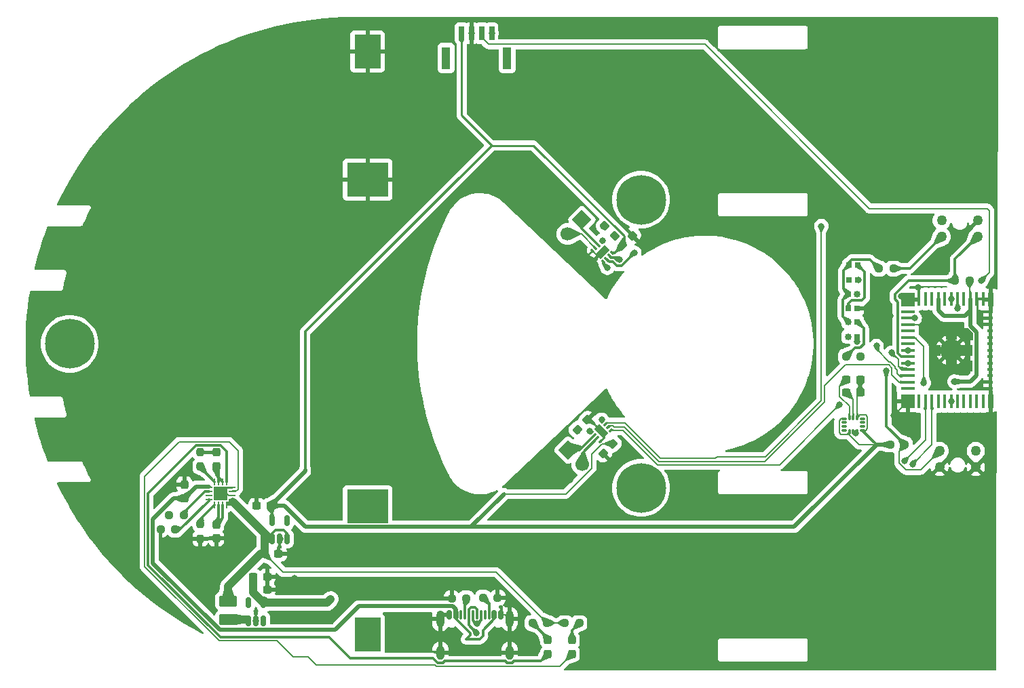
<source format=gbr>
%TF.GenerationSoftware,KiCad,Pcbnew,7.0.10-7.0.10~ubuntu22.04.1*%
%TF.CreationDate,2024-04-24T18:12:55-04:00*%
%TF.ProjectId,little_red_rover,6c697474-6c65-45f7-9265-645f726f7665,rev?*%
%TF.SameCoordinates,Original*%
%TF.FileFunction,Copper,L1,Top*%
%TF.FilePolarity,Positive*%
%FSLAX46Y46*%
G04 Gerber Fmt 4.6, Leading zero omitted, Abs format (unit mm)*
G04 Created by KiCad (PCBNEW 7.0.10-7.0.10~ubuntu22.04.1) date 2024-04-24 18:12:55*
%MOMM*%
%LPD*%
G01*
G04 APERTURE LIST*
G04 Aperture macros list*
%AMRoundRect*
0 Rectangle with rounded corners*
0 $1 Rounding radius*
0 $2 $3 $4 $5 $6 $7 $8 $9 X,Y pos of 4 corners*
0 Add a 4 corners polygon primitive as box body*
4,1,4,$2,$3,$4,$5,$6,$7,$8,$9,$2,$3,0*
0 Add four circle primitives for the rounded corners*
1,1,$1+$1,$2,$3*
1,1,$1+$1,$4,$5*
1,1,$1+$1,$6,$7*
1,1,$1+$1,$8,$9*
0 Add four rect primitives between the rounded corners*
20,1,$1+$1,$2,$3,$4,$5,0*
20,1,$1+$1,$4,$5,$6,$7,0*
20,1,$1+$1,$6,$7,$8,$9,0*
20,1,$1+$1,$8,$9,$2,$3,0*%
%AMHorizOval*
0 Thick line with rounded ends*
0 $1 width*
0 $2 $3 position (X,Y) of the first rounded end (center of the circle)*
0 $4 $5 position (X,Y) of the second rounded end (center of the circle)*
0 Add line between two ends*
20,1,$1,$2,$3,$4,$5,0*
0 Add two circle primitives to create the rounded ends*
1,1,$1,$2,$3*
1,1,$1,$4,$5*%
%AMRotRect*
0 Rectangle, with rotation*
0 The origin of the aperture is its center*
0 $1 length*
0 $2 width*
0 $3 Rotation angle, in degrees counterclockwise*
0 Add horizontal line*
21,1,$1,$2,0,0,$3*%
%AMFreePoly0*
4,1,6,0.725000,-0.725000,-0.725000,-0.725000,-0.725000,0.125000,-0.125000,0.725000,0.725000,0.725000,0.725000,-0.725000,0.725000,-0.725000,$1*%
G04 Aperture macros list end*
%TA.AperFunction,SMDPad,CuDef*%
%ADD10RoundRect,0.150000X0.150000X-0.512500X0.150000X0.512500X-0.150000X0.512500X-0.150000X-0.512500X0*%
%TD*%
%TA.AperFunction,SMDPad,CuDef*%
%ADD11RoundRect,0.250001X-0.849999X0.462499X-0.849999X-0.462499X0.849999X-0.462499X0.849999X0.462499X0*%
%TD*%
%TA.AperFunction,SMDPad,CuDef*%
%ADD12RoundRect,0.237500X-0.300000X-0.237500X0.300000X-0.237500X0.300000X0.237500X-0.300000X0.237500X0*%
%TD*%
%TA.AperFunction,SMDPad,CuDef*%
%ADD13RoundRect,0.237500X-0.044194X-0.380070X0.380070X0.044194X0.044194X0.380070X-0.380070X-0.044194X0*%
%TD*%
%TA.AperFunction,ComponentPad*%
%ADD14C,1.270000*%
%TD*%
%TA.AperFunction,SMDPad,CuDef*%
%ADD15RoundRect,0.237500X0.237500X-0.300000X0.237500X0.300000X-0.237500X0.300000X-0.237500X-0.300000X0*%
%TD*%
%TA.AperFunction,ComponentPad*%
%ADD16R,3.300000X4.240000*%
%TD*%
%TA.AperFunction,ComponentPad*%
%ADD17R,5.200000X4.240000*%
%TD*%
%TA.AperFunction,SMDPad,CuDef*%
%ADD18RoundRect,0.237500X0.237500X-0.287500X0.237500X0.287500X-0.237500X0.287500X-0.237500X-0.287500X0*%
%TD*%
%TA.AperFunction,SMDPad,CuDef*%
%ADD19RoundRect,0.237500X0.237500X-0.250000X0.237500X0.250000X-0.237500X0.250000X-0.237500X-0.250000X0*%
%TD*%
%TA.AperFunction,SMDPad,CuDef*%
%ADD20RoundRect,0.237500X0.300000X0.237500X-0.300000X0.237500X-0.300000X-0.237500X0.300000X-0.237500X0*%
%TD*%
%TA.AperFunction,WasherPad*%
%ADD21C,6.200000*%
%TD*%
%TA.AperFunction,SMDPad,CuDef*%
%ADD22RoundRect,0.237500X-0.237500X0.250000X-0.237500X-0.250000X0.237500X-0.250000X0.237500X0.250000X0*%
%TD*%
%TA.AperFunction,SMDPad,CuDef*%
%ADD23RoundRect,0.237500X-0.250000X-0.237500X0.250000X-0.237500X0.250000X0.237500X-0.250000X0.237500X0*%
%TD*%
%TA.AperFunction,SMDPad,CuDef*%
%ADD24RoundRect,0.150000X-0.150000X-0.425000X0.150000X-0.425000X0.150000X0.425000X-0.150000X0.425000X0*%
%TD*%
%TA.AperFunction,SMDPad,CuDef*%
%ADD25RoundRect,0.075000X-0.075000X-0.500000X0.075000X-0.500000X0.075000X0.500000X-0.075000X0.500000X0*%
%TD*%
%TA.AperFunction,ComponentPad*%
%ADD26O,1.000000X2.100000*%
%TD*%
%TA.AperFunction,ComponentPad*%
%ADD27O,1.000000X1.800000*%
%TD*%
%TA.AperFunction,SMDPad,CuDef*%
%ADD28RoundRect,0.237500X0.250000X0.237500X-0.250000X0.237500X-0.250000X-0.237500X0.250000X-0.237500X0*%
%TD*%
%TA.AperFunction,SMDPad,CuDef*%
%ADD29RoundRect,0.237500X-0.380070X0.044194X0.044194X-0.380070X0.380070X-0.044194X-0.044194X0.380070X0*%
%TD*%
%TA.AperFunction,SMDPad,CuDef*%
%ADD30RoundRect,0.062500X-0.176777X0.088388X0.088388X-0.176777X0.176777X-0.088388X-0.088388X0.176777X0*%
%TD*%
%TA.AperFunction,ComponentPad*%
%ADD31C,0.600000*%
%TD*%
%TA.AperFunction,SMDPad,CuDef*%
%ADD32RotRect,0.900000X1.600000X315.000000*%
%TD*%
%TA.AperFunction,SMDPad,CuDef*%
%ADD33RoundRect,0.062500X0.062500X-0.350000X0.062500X0.350000X-0.062500X0.350000X-0.062500X-0.350000X0*%
%TD*%
%TA.AperFunction,SMDPad,CuDef*%
%ADD34RoundRect,0.062500X0.350000X-0.062500X0.350000X0.062500X-0.350000X0.062500X-0.350000X-0.062500X0*%
%TD*%
%TA.AperFunction,HeatsinkPad*%
%ADD35C,0.500000*%
%TD*%
%TA.AperFunction,HeatsinkPad*%
%ADD36R,1.680000X1.680000*%
%TD*%
%TA.AperFunction,SMDPad,CuDef*%
%ADD37RoundRect,0.237500X0.044194X0.380070X-0.380070X-0.044194X-0.044194X-0.380070X0.380070X0.044194X0*%
%TD*%
%TA.AperFunction,SMDPad,CuDef*%
%ADD38RoundRect,0.062500X-0.088388X-0.176777X0.176777X0.088388X0.088388X0.176777X-0.176777X-0.088388X0*%
%TD*%
%TA.AperFunction,SMDPad,CuDef*%
%ADD39RotRect,0.900000X1.600000X45.000000*%
%TD*%
%TA.AperFunction,SMDPad,CuDef*%
%ADD40R,0.400000X1.800000*%
%TD*%
%TA.AperFunction,SMDPad,CuDef*%
%ADD41R,1.800000X0.400000*%
%TD*%
%TA.AperFunction,SMDPad,CuDef*%
%ADD42R,0.800000X0.400000*%
%TD*%
%TA.AperFunction,SMDPad,CuDef*%
%ADD43FreePoly0,270.000000*%
%TD*%
%TA.AperFunction,SMDPad,CuDef*%
%ADD44R,1.450000X1.450000*%
%TD*%
%TA.AperFunction,ComponentPad*%
%ADD45C,2.800000*%
%TD*%
%TA.AperFunction,SMDPad,CuDef*%
%ADD46R,0.700000X1.700000*%
%TD*%
%TA.AperFunction,SMDPad,CuDef*%
%ADD47R,1.700000X1.700000*%
%TD*%
%TA.AperFunction,SMDPad,CuDef*%
%ADD48RoundRect,0.087500X-0.225000X-0.087500X0.225000X-0.087500X0.225000X0.087500X-0.225000X0.087500X0*%
%TD*%
%TA.AperFunction,SMDPad,CuDef*%
%ADD49RoundRect,0.087500X-0.087500X-0.225000X0.087500X-0.225000X0.087500X0.225000X-0.087500X0.225000X0*%
%TD*%
%TA.AperFunction,ComponentPad*%
%ADD50RotRect,1.700000X1.700000X315.000000*%
%TD*%
%TA.AperFunction,ComponentPad*%
%ADD51HorizOval,1.700000X0.000000X0.000000X0.000000X0.000000X0*%
%TD*%
%TA.AperFunction,SMDPad,CuDef*%
%ADD52R,0.700000X0.700000*%
%TD*%
%TA.AperFunction,ComponentPad*%
%ADD53RotRect,1.700000X1.700000X45.000000*%
%TD*%
%TA.AperFunction,ComponentPad*%
%ADD54HorizOval,1.700000X0.000000X0.000000X0.000000X0.000000X0*%
%TD*%
%TA.AperFunction,SMDPad,CuDef*%
%ADD55RoundRect,0.237500X-0.237500X0.300000X-0.237500X-0.300000X0.237500X-0.300000X0.237500X0.300000X0*%
%TD*%
%TA.AperFunction,SMDPad,CuDef*%
%ADD56R,0.660400X1.701800*%
%TD*%
%TA.AperFunction,SMDPad,CuDef*%
%ADD57R,1.092200X2.794000*%
%TD*%
%TA.AperFunction,ViaPad*%
%ADD58C,0.800000*%
%TD*%
%TA.AperFunction,Conductor*%
%ADD59C,0.200000*%
%TD*%
%TA.AperFunction,Conductor*%
%ADD60C,0.500000*%
%TD*%
%TA.AperFunction,Conductor*%
%ADD61C,0.300000*%
%TD*%
%TA.AperFunction,Conductor*%
%ADD62C,1.000000*%
%TD*%
%TA.AperFunction,Conductor*%
%ADD63C,0.250000*%
%TD*%
G04 APERTURE END LIST*
D10*
%TO.P,U4,1,SW*%
%TO.N,Net-(U4-SW)*%
X114512500Y-134537500D03*
%TO.P,U4,2,GND*%
%TO.N,GND*%
X115462500Y-134537500D03*
%TO.P,U4,3,NC*%
%TO.N,unconnected-(U4-NC-Pad3)*%
X116412500Y-134537500D03*
%TO.P,U4,4,VOUT*%
%TO.N,+5V*%
X116412500Y-132262500D03*
%TO.P,U4,5,NC*%
%TO.N,unconnected-(U4-NC-Pad5)*%
X114512500Y-132262500D03*
%TD*%
D11*
%TO.P,L2,1,1*%
%TO.N,/charger_out*%
X112000000Y-132037500D03*
%TO.P,L2,2,2*%
%TO.N,Net-(U4-SW)*%
X112000000Y-134362500D03*
%TD*%
D12*
%TO.P,C12,1*%
%TO.N,+5V*%
X115137500Y-129000000D03*
%TO.P,C12,2*%
%TO.N,GND*%
X116862500Y-129000000D03*
%TD*%
%TO.P,C11,1*%
%TO.N,+5V*%
X115137500Y-130600000D03*
%TO.P,C11,2*%
%TO.N,GND*%
X116862500Y-130600000D03*
%TD*%
D13*
%TO.P,C7,1*%
%TO.N,+5V*%
X155590120Y-110609880D03*
%TO.P,C7,2*%
%TO.N,GND*%
X156809880Y-109390120D03*
%TD*%
D14*
%TO.P,U7,1,ANODE*%
%TO.N,Net-(U7-ANODE)*%
X201018849Y-86512600D03*
%TO.P,U7,2,COLLECTOR*%
%TO.N,/left_encoder*%
X205518850Y-86512600D03*
%TO.P,U7,3,EMITTER*%
%TO.N,GND*%
X205518850Y-84512599D03*
%TO.P,U7,4,CATHODE*%
%TO.N,Net-(U7-CATHODE)*%
X201018849Y-84512599D03*
%TD*%
D15*
%TO.P,C1,1*%
%TO.N,/usb_5v*%
X106525000Y-119200068D03*
%TO.P,C1,2*%
%TO.N,GND*%
X106525000Y-117475068D03*
%TD*%
D16*
%TO.P,J6,1,Pin_1*%
%TO.N,Net-(J6-Pin_1)*%
X129400000Y-136210000D03*
D17*
X129400000Y-120200000D03*
%TD*%
D18*
%TO.P,D1,1,K*%
%TO.N,Net-(D1-K)*%
X151900000Y-138656250D03*
%TO.P,D1,2,A*%
%TO.N,Net-(D1-A)*%
X151900000Y-136906250D03*
%TD*%
D19*
%TO.P,R3,1*%
%TO.N,GND*%
X108525000Y-124250068D03*
%TO.P,R3,2*%
%TO.N,Net-(U2-TS)*%
X108525000Y-122425068D03*
%TD*%
D20*
%TO.P,R15,1*%
%TO.N,+3.3V*%
X190862500Y-106000000D03*
%TO.P,R15,2*%
%TO.N,/imu_scl*%
X189137500Y-106000000D03*
%TD*%
D21*
%TO.P,H2,*%
%TO.N,*%
X163524805Y-81900000D03*
%TD*%
D22*
%TO.P,R8,1*%
%TO.N,GND*%
X108525000Y-113425068D03*
%TO.P,R8,2*%
%TO.N,Net-(U2-ILIM)*%
X108525000Y-115250068D03*
%TD*%
D10*
%TO.P,U3,1,VIN*%
%TO.N,/charger_out*%
X117472500Y-124272568D03*
%TO.P,U3,2,GND*%
%TO.N,GND*%
X118422500Y-124272568D03*
%TO.P,U3,3,EN*%
%TO.N,/charger_out*%
X119372500Y-124272568D03*
%TO.P,U3,4,NC*%
%TO.N,unconnected-(U3-NC-Pad4)*%
X119372500Y-121997568D03*
%TO.P,U3,5,VOUT*%
%TO.N,+3.3V*%
X117472500Y-121997568D03*
%TD*%
D23*
%TO.P,R2,1*%
%TO.N,Net-(J1-CC2)*%
X143800000Y-131600000D03*
%TO.P,R2,2*%
%TO.N,GND*%
X145625000Y-131600000D03*
%TD*%
D13*
%TO.P,C10,1*%
%TO.N,+3.3V*%
X161190120Y-87609880D03*
%TO.P,C10,2*%
%TO.N,GND*%
X162409880Y-86390120D03*
%TD*%
D24*
%TO.P,J1,A1,GND*%
%TO.N,GND*%
X139600000Y-133720000D03*
%TO.P,J1,A4,VBUS*%
%TO.N,/usb_5v*%
X140400000Y-133720000D03*
D25*
%TO.P,J1,A5,CC1*%
%TO.N,Net-(J1-CC1)*%
X141550000Y-133720000D03*
%TO.P,J1,A6,D+*%
%TO.N,/usb_data_-*%
X142550000Y-133720000D03*
%TO.P,J1,A7,D-*%
%TO.N,/usb_data_+*%
X143050000Y-133720000D03*
%TO.P,J1,A8*%
%TO.N,N/C*%
X144050000Y-133720000D03*
D24*
%TO.P,J1,A9,VBUS*%
%TO.N,/usb_5v*%
X145200000Y-133720000D03*
%TO.P,J1,A12,GND*%
%TO.N,GND*%
X146000000Y-133720000D03*
%TO.P,J1,B1,GND*%
X146000000Y-133720000D03*
%TO.P,J1,B4,VBUS*%
%TO.N,/usb_5v*%
X145200000Y-133720000D03*
D25*
%TO.P,J1,B5,CC2*%
%TO.N,Net-(J1-CC2)*%
X144550000Y-133720000D03*
%TO.P,J1,B6,D+*%
%TO.N,/usb_data_-*%
X143550000Y-133720000D03*
%TO.P,J1,B7,D-*%
%TO.N,/usb_data_+*%
X142050000Y-133720000D03*
%TO.P,J1,B8*%
%TO.N,N/C*%
X141050000Y-133720000D03*
D24*
%TO.P,J1,B9,VBUS*%
%TO.N,/usb_5v*%
X140400000Y-133720000D03*
%TO.P,J1,B12,GND*%
%TO.N,GND*%
X139600000Y-133720000D03*
D26*
%TO.P,J1,S1,SHIELD*%
X138480000Y-134295000D03*
D27*
X138480000Y-138475000D03*
D26*
X147120000Y-134295000D03*
D27*
X147120000Y-138475000D03*
%TD*%
D15*
%TO.P,C2,1*%
%TO.N,/charger_out*%
X110525000Y-115200068D03*
%TO.P,C2,2*%
%TO.N,GND*%
X110525000Y-113475068D03*
%TD*%
D28*
%TO.P,R13,1*%
%TO.N,/status_leds*%
X190912500Y-101500000D03*
%TO.P,R13,2*%
%TO.N,Net-(D3-DIN)*%
X189087500Y-101500000D03*
%TD*%
D29*
%TO.P,C8,1*%
%TO.N,+5V*%
X158990120Y-85190120D03*
%TO.P,C8,2*%
%TO.N,GND*%
X160209880Y-86409880D03*
%TD*%
D14*
%TO.P,U8,1,ANODE*%
%TO.N,Net-(U7-CATHODE)*%
X205281151Y-113287400D03*
%TO.P,U8,2,COLLECTOR*%
%TO.N,/right_encoder*%
X200781150Y-113287400D03*
%TO.P,U8,3,EMITTER*%
%TO.N,GND*%
X200781150Y-115287401D03*
%TO.P,U8,4,CATHODE*%
X205281151Y-115287401D03*
%TD*%
D12*
%TO.P,C4,1*%
%TO.N,/charger_out*%
X116560000Y-126135068D03*
%TO.P,C4,2*%
%TO.N,GND*%
X118285000Y-126135068D03*
%TD*%
D23*
%TO.P,R12,1*%
%TO.N,+3.3V*%
X194587500Y-112500000D03*
%TO.P,R12,2*%
%TO.N,/right_encoder*%
X196412500Y-112500000D03*
%TD*%
D30*
%TO.P,U5,1,VM*%
%TO.N,+5V*%
X158534672Y-87220458D03*
%TO.P,U5,2,OUT1*%
%TO.N,Net-(J3-Pin_1)*%
X158181118Y-87574012D03*
%TO.P,U5,3,OUT2*%
%TO.N,Net-(J3-Pin_2)*%
X157827565Y-87927565D03*
%TO.P,U5,4,GND*%
%TO.N,GND*%
X157474011Y-88281119D03*
%TO.P,U5,5,IN2*%
%TO.N,/left_motor_pwm_b*%
X158817514Y-89624622D03*
%TO.P,U5,6,IN1*%
%TO.N,/left_motor_pwm_a*%
X159171068Y-89271068D03*
%TO.P,U5,7,~{SLEEP}*%
%TO.N,/motor_sleep*%
X159524621Y-88917515D03*
%TO.P,U5,8,VCC*%
%TO.N,+3.3V*%
X159878175Y-88563961D03*
D31*
%TO.P,U5,9,GND*%
%TO.N,GND*%
X159029646Y-88068987D03*
D32*
X158676093Y-88422540D03*
D31*
X158322540Y-88776093D03*
%TD*%
D28*
%TO.P,R10,1*%
%TO.N,+3.3V*%
X204512500Y-92000000D03*
%TO.P,R10,2*%
%TO.N,/left_encoder*%
X202687500Y-92000000D03*
%TD*%
D33*
%TO.P,U2,1,TS*%
%TO.N,Net-(U2-TS)*%
X110312500Y-120050068D03*
%TO.P,U2,2,BAT*%
%TO.N,Net-(J6-Pin_1)*%
X110812500Y-120050068D03*
%TO.P,U2,3,BAT*%
X111312500Y-120050068D03*
%TO.P,U2,4,CE*%
%TO.N,/charger_out*%
X111812500Y-120050068D03*
D34*
%TO.P,U2,5,EN2*%
X112525000Y-119337568D03*
%TO.P,U2,6,EN1*%
%TO.N,GND*%
X112525000Y-118837568D03*
%TO.P,U2,7,PGOOD*%
%TO.N,Net-(D2-K)*%
X112525000Y-118337568D03*
%TO.P,U2,8,VSS*%
%TO.N,GND*%
X112525000Y-117837568D03*
D33*
%TO.P,U2,9,CHG*%
%TO.N,Net-(D1-K)*%
X111812500Y-117125068D03*
%TO.P,U2,10,OUT*%
%TO.N,/charger_out*%
X111312500Y-117125068D03*
%TO.P,U2,11,OUT*%
X110812500Y-117125068D03*
%TO.P,U2,12,ILIM*%
%TO.N,Net-(U2-ILIM)*%
X110312500Y-117125068D03*
D34*
%TO.P,U2,13,IN*%
%TO.N,/usb_5v*%
X109600000Y-117837568D03*
%TO.P,U2,14,TMR*%
%TO.N,Net-(U2-TMR)*%
X109600000Y-118337568D03*
%TO.P,U2,15,TD*%
%TO.N,unconnected-(U2-TD-Pad15)*%
X109600000Y-118837568D03*
%TO.P,U2,16,ISET*%
%TO.N,Net-(U2-ISET)*%
X109600000Y-119337568D03*
D35*
%TO.P,U2,17,VSS*%
%TO.N,GND*%
X110472500Y-119177568D03*
X111652500Y-119177568D03*
D36*
X111062500Y-118587568D03*
D35*
X110472500Y-117997568D03*
X111652500Y-117997568D03*
%TD*%
D18*
%TO.P,D2,1,K*%
%TO.N,Net-(D2-K)*%
X154900000Y-138675000D03*
%TO.P,D2,2,A*%
%TO.N,Net-(D2-A)*%
X154900000Y-136925000D03*
%TD*%
D37*
%TO.P,C9,1*%
%TO.N,+3.3V*%
X160009880Y-112390120D03*
%TO.P,C9,2*%
%TO.N,GND*%
X158790120Y-113609880D03*
%TD*%
D38*
%TO.P,U6,1,VM*%
%TO.N,+5V*%
X157361879Y-110977461D03*
%TO.P,U6,2,OUT1*%
%TO.N,Net-(J4-Pin_1)*%
X157715433Y-111331015D03*
%TO.P,U6,3,OUT2*%
%TO.N,Net-(J4-Pin_2)*%
X158068986Y-111684568D03*
%TO.P,U6,4,GND*%
%TO.N,GND*%
X158422540Y-112038122D03*
%TO.P,U6,5,IN2*%
%TO.N,/right_motor_pwm_b*%
X159766043Y-110694619D03*
%TO.P,U6,6,IN1*%
%TO.N,/right_motor_pwm_a*%
X159412489Y-110341065D03*
%TO.P,U6,7,~{SLEEP}*%
%TO.N,/motor_sleep*%
X159058936Y-109987512D03*
%TO.P,U6,8,VCC*%
%TO.N,+3.3V*%
X158705382Y-109633958D03*
D31*
%TO.P,U6,9,GND*%
%TO.N,GND*%
X158210408Y-110482487D03*
D39*
X158563961Y-110836040D03*
D31*
X158917514Y-111189593D03*
%TD*%
D40*
%TO.P,U1,1,GND*%
%TO.N,GND*%
X206200000Y-94300000D03*
%TO.P,U1,2,GND*%
X205400000Y-94300000D03*
%TO.P,U1,3,3V3*%
%TO.N,+3.3V*%
X204600000Y-94300000D03*
%TO.P,U1,4,NC*%
%TO.N,unconnected-(U1-NC-Pad4)*%
X203800000Y-94300000D03*
%TO.P,U1,5,GPIO2/ADC1_CH2*%
%TO.N,/imu_scl*%
X203000000Y-94300000D03*
%TO.P,U1,6,GPIO3/ADC1_CH3*%
%TO.N,/imu_sda*%
X202200000Y-94300000D03*
%TO.P,U1,7,NC*%
%TO.N,unconnected-(U1-NC-Pad7)*%
X201400000Y-94300000D03*
%TO.P,U1,8,EN/CHIP_PU*%
%TO.N,+3.3V*%
X200600000Y-94300000D03*
%TO.P,U1,9,NC*%
%TO.N,unconnected-(U1-NC-Pad9)*%
X199800000Y-94300000D03*
%TO.P,U1,10,NC*%
%TO.N,unconnected-(U1-NC-Pad10)*%
X199000000Y-94300000D03*
%TO.P,U1,11,GND*%
%TO.N,GND*%
X198200000Y-94300000D03*
D41*
%TO.P,U1,12,GPIO0/ADC1_CH0/XTAL_32K_P*%
%TO.N,unconnected-(U1-GPIO0{slash}ADC1_CH0{slash}XTAL_32K_P-Pad12)*%
X196800000Y-95900000D03*
%TO.P,U1,13,GPIO1/ADC1_CH1/XTAL_32K_N*%
%TO.N,/status_leds*%
X196800000Y-96700000D03*
%TO.P,U1,14,GND*%
%TO.N,GND*%
X196800000Y-97500000D03*
%TO.P,U1,15,NC*%
%TO.N,unconnected-(U1-NC-Pad15)*%
X196800000Y-98300000D03*
%TO.P,U1,16,GPIO10*%
%TO.N,/right_motor_pwm_b*%
X196800000Y-99100000D03*
%TO.P,U1,17,NC*%
%TO.N,unconnected-(U1-NC-Pad17)*%
X196800000Y-99900000D03*
%TO.P,U1,18,GPIO4/ADC1_CH4*%
%TO.N,/right_encoder*%
X196800000Y-100700000D03*
%TO.P,U1,19,GPIO5/ADC2_CH0*%
%TO.N,/left_encoder*%
X196800000Y-101500000D03*
%TO.P,U1,20,GPIO6*%
%TO.N,/motor_sleep*%
X196800000Y-102300000D03*
%TO.P,U1,21,GPIO7*%
%TO.N,/left_motor_pwm_a*%
X196800000Y-103100000D03*
%TO.P,U1,22,GPIO8*%
%TO.N,/left_motor_pwm_b*%
X196800000Y-103900000D03*
%TO.P,U1,23,GPIO9*%
%TO.N,/right_motor_pwm_a*%
X196800000Y-104700000D03*
%TO.P,U1,24,NC*%
%TO.N,unconnected-(U1-NC-Pad24)*%
X196800000Y-105500000D03*
D40*
%TO.P,U1,25,NC*%
%TO.N,unconnected-(U1-NC-Pad25)*%
X198200000Y-107100000D03*
%TO.P,U1,26,GPIO18/USB_D-*%
%TO.N,/usb_data_-*%
X199000000Y-107100000D03*
%TO.P,U1,27,GPIO19/USB_D+*%
%TO.N,/usb_data_+*%
X199800000Y-107100000D03*
%TO.P,U1,28,NC*%
%TO.N,unconnected-(U1-NC-Pad28)*%
X200600000Y-107100000D03*
%TO.P,U1,29,NC*%
%TO.N,unconnected-(U1-NC-Pad29)*%
X201400000Y-107100000D03*
%TO.P,U1,30,GPIO20/U0RXD*%
%TO.N,/lidar_tx*%
X202200000Y-107100000D03*
%TO.P,U1,31,GPIO21/U0TXD*%
%TO.N,unconnected-(U1-GPIO21{slash}U0TXD-Pad31)*%
X203000000Y-107100000D03*
%TO.P,U1,32,NC*%
%TO.N,unconnected-(U1-NC-Pad32)*%
X203800000Y-107100000D03*
%TO.P,U1,33,NC*%
%TO.N,unconnected-(U1-NC-Pad33)*%
X204600000Y-107100000D03*
%TO.P,U1,34,NC*%
%TO.N,unconnected-(U1-NC-Pad34)*%
X205400000Y-107100000D03*
%TO.P,U1,35,NC*%
%TO.N,unconnected-(U1-NC-Pad35)*%
X206200000Y-107100000D03*
D42*
%TO.P,U1,36,GND*%
%TO.N,GND*%
X207100000Y-105500000D03*
%TO.P,U1,37,GND*%
X207100000Y-104700000D03*
%TO.P,U1,38,GND*%
X207100000Y-103900000D03*
%TO.P,U1,39,GND*%
X207100000Y-103100000D03*
%TO.P,U1,40,GND*%
X207100000Y-102300000D03*
%TO.P,U1,41,GND*%
X207100000Y-101500000D03*
%TO.P,U1,42,GND*%
X207100000Y-100700000D03*
%TO.P,U1,43,GND*%
X207100000Y-99900000D03*
%TO.P,U1,44,GND*%
X207100000Y-99100000D03*
%TO.P,U1,45,GND*%
X207100000Y-98300000D03*
%TO.P,U1,46,GND*%
X207100000Y-97500000D03*
%TO.P,U1,47,GND*%
X207100000Y-96700000D03*
%TO.P,U1,48,GND*%
X207100000Y-95900000D03*
D43*
%TO.P,U1,49,GND*%
X204175000Y-98725000D03*
D44*
X202200000Y-98725000D03*
X200225000Y-98725000D03*
X204175000Y-100700000D03*
D45*
X202200000Y-100700000D03*
D44*
X200225000Y-100700000D03*
X204175000Y-102675000D03*
X202200000Y-102675000D03*
X200225000Y-102675000D03*
D46*
%TO.P,U1,50,GND*%
X207150000Y-107050000D03*
D47*
%TO.P,U1,51,GND*%
X196800000Y-107050000D03*
%TO.P,U1,52,GND*%
X196800000Y-94350000D03*
D46*
%TO.P,U1,53,GND*%
X207150000Y-94350000D03*
%TD*%
D48*
%TO.P,U9,1,SDO/SA0*%
%TO.N,+3.3V*%
X188837500Y-109250000D03*
%TO.P,U9,2,SDX*%
%TO.N,unconnected-(U9-SDX-Pad2)*%
X188837500Y-109750000D03*
%TO.P,U9,3,SCX*%
%TO.N,unconnected-(U9-SCX-Pad3)*%
X188837500Y-110250000D03*
%TO.P,U9,4,INT1*%
%TO.N,unconnected-(U9-INT1-Pad4)*%
X188837500Y-110750000D03*
D49*
%TO.P,U9,5,VDDIO*%
%TO.N,+3.3V*%
X189500000Y-110912500D03*
%TO.P,U9,6,GND*%
%TO.N,GND*%
X190000000Y-110912500D03*
%TO.P,U9,7,GND*%
X190500000Y-110912500D03*
D48*
%TO.P,U9,8,VDD*%
%TO.N,+3.3V*%
X191162500Y-110750000D03*
%TO.P,U9,9,INT2*%
%TO.N,unconnected-(U9-INT2-Pad9)*%
X191162500Y-110250000D03*
%TO.P,U9,10,NC*%
%TO.N,unconnected-(U9-NC-Pad10)*%
X191162500Y-109750000D03*
%TO.P,U9,11,NC*%
%TO.N,unconnected-(U9-NC-Pad11)*%
X191162500Y-109250000D03*
D49*
%TO.P,U9,12,CS*%
%TO.N,+3.3V*%
X190500000Y-109087500D03*
%TO.P,U9,13,SCL*%
%TO.N,/imu_scl*%
X190000000Y-109087500D03*
%TO.P,U9,14,SDA*%
%TO.N,/imu_sda*%
X189500000Y-109087500D03*
%TD*%
D50*
%TO.P,J3,1,Pin_1*%
%TO.N,Net-(J3-Pin_1)*%
X156130509Y-84392031D03*
D51*
%TO.P,J3,2,Pin_2*%
%TO.N,Net-(J3-Pin_2)*%
X154334458Y-86188082D03*
%TD*%
D16*
%TO.P,J5,1,Pin_1*%
%TO.N,GND*%
X129400000Y-63400000D03*
D17*
X129400000Y-79410000D03*
%TD*%
D28*
%TO.P,R5,1*%
%TO.N,Net-(D2-A)*%
X155812500Y-134781250D03*
%TO.P,R5,2*%
%TO.N,/charger_out*%
X153987500Y-134781250D03*
%TD*%
D52*
%TO.P,D5,1,DOUT*%
%TO.N,unconnected-(D5-DOUT-Pad1)*%
X189450000Y-91915000D03*
%TO.P,D5,2,VSS*%
%TO.N,GND*%
X190550000Y-91915000D03*
%TO.P,D5,3,DIN*%
%TO.N,Net-(D4-DOUT)*%
X190550000Y-90085000D03*
%TO.P,D5,4,VDD*%
%TO.N,+5V*%
X189450000Y-90085000D03*
%TD*%
D23*
%TO.P,R7,1*%
%TO.N,GND*%
X103560000Y-123097568D03*
%TO.P,R7,2*%
%TO.N,Net-(U2-ISET)*%
X105385000Y-123097568D03*
%TD*%
D53*
%TO.P,J4,1,Pin_1*%
%TO.N,Net-(J4-Pin_1)*%
X154392031Y-113169492D03*
D54*
%TO.P,J4,2,Pin_2*%
%TO.N,Net-(J4-Pin_2)*%
X156188082Y-114965543D03*
%TD*%
D28*
%TO.P,R1,1*%
%TO.N,Net-(J1-CC1)*%
X141712500Y-131700000D03*
%TO.P,R1,2*%
%TO.N,GND*%
X139887500Y-131700000D03*
%TD*%
D52*
%TO.P,D3,1,DOUT*%
%TO.N,Net-(D3-DOUT)*%
X189400000Y-99000000D03*
%TO.P,D3,2,VSS*%
%TO.N,GND*%
X190500000Y-99000000D03*
%TO.P,D3,3,DIN*%
%TO.N,Net-(D3-DIN)*%
X190500000Y-97170000D03*
%TO.P,D3,4,VDD*%
%TO.N,+5V*%
X189400000Y-97170000D03*
%TD*%
D21*
%TO.P,H1,*%
%TO.N,*%
X163524805Y-117900000D03*
%TD*%
%TO.P,H3,*%
%TO.N,*%
X92224805Y-99900000D03*
%TD*%
D20*
%TO.P,R14,1*%
%TO.N,+3.3V*%
X190862500Y-104400000D03*
%TO.P,R14,2*%
%TO.N,/imu_sda*%
X189137500Y-104400000D03*
%TD*%
D52*
%TO.P,D4,1,DOUT*%
%TO.N,Net-(D4-DOUT)*%
X189400000Y-95500000D03*
%TO.P,D4,2,VSS*%
%TO.N,GND*%
X190500000Y-95500000D03*
%TO.P,D4,3,DIN*%
%TO.N,Net-(D3-DOUT)*%
X190500000Y-93670000D03*
%TO.P,D4,4,VDD*%
%TO.N,+5V*%
X189400000Y-93670000D03*
%TD*%
D55*
%TO.P,C5,1*%
%TO.N,Net-(J6-Pin_1)*%
X110525000Y-122475068D03*
%TO.P,C5,2*%
%TO.N,GND*%
X110525000Y-124200068D03*
%TD*%
D23*
%TO.P,R11,1*%
%TO.N,+5V*%
X193175000Y-90500000D03*
%TO.P,R11,2*%
%TO.N,Net-(U7-ANODE)*%
X195000000Y-90500000D03*
%TD*%
%TO.P,R6,1*%
%TO.N,GND*%
X104612500Y-121337568D03*
%TO.P,R6,2*%
%TO.N,Net-(U2-TMR)*%
X106437500Y-121337568D03*
%TD*%
%TO.P,R4,1*%
%TO.N,Net-(D1-A)*%
X149987500Y-134781250D03*
%TO.P,R4,2*%
%TO.N,/charger_out*%
X151812500Y-134781250D03*
%TD*%
D56*
%TO.P,J2,1,Pin_1*%
%TO.N,+3.3V*%
X141125000Y-61124300D03*
%TO.P,J2,2,Pin_2*%
%TO.N,GND*%
X142375000Y-61124300D03*
%TO.P,J2,3,Pin_3*%
%TO.N,/lidar_tx*%
X143625000Y-61124300D03*
%TO.P,J2,4,Pin_4*%
%TO.N,+5V*%
X144875000Y-61124300D03*
D57*
%TO.P,J2,5*%
%TO.N,N/C*%
X139200000Y-64200000D03*
%TO.P,J2,6*%
X146800000Y-64200000D03*
%TD*%
D20*
%TO.P,C3,1*%
%TO.N,+3.3V*%
X117285000Y-120135068D03*
%TO.P,C3,2*%
%TO.N,GND*%
X115560000Y-120135068D03*
%TD*%
D58*
%TO.N,GND*%
X116800000Y-129000000D03*
X115462500Y-134537498D03*
X120236397Y-129163603D03*
X118200000Y-126200000D03*
X116800000Y-130600000D03*
%TO.N,+5V*%
X124800000Y-131800000D03*
%TO.N,GND*%
X110600000Y-113400000D03*
X162409878Y-86390120D03*
X196000000Y-85000000D03*
X186000000Y-113600000D03*
X108600000Y-113400000D03*
X195000000Y-108900000D03*
X106600000Y-117400000D03*
X160200000Y-86400000D03*
X142375000Y-61124298D03*
X158800000Y-113600000D03*
X104572500Y-121297568D03*
X154646339Y-116918056D03*
X108572500Y-124197568D03*
X137000000Y-115000000D03*
X196000000Y-94000000D03*
X118472500Y-124297568D03*
X191800000Y-96200000D03*
X156800000Y-109400000D03*
X125000000Y-106600000D03*
X190275695Y-111027582D03*
X139800000Y-131800000D03*
X184000000Y-91000000D03*
X190500000Y-99600000D03*
X132000000Y-98000000D03*
X194600000Y-96400000D03*
X190600000Y-91900000D03*
X173000000Y-120200000D03*
X110572500Y-124197568D03*
X198100000Y-92900000D03*
X165000000Y-74000000D03*
%TO.N,+5V*%
X189400000Y-97170000D03*
X144875000Y-61124306D03*
X158800000Y-85200000D03*
X155600000Y-110800000D03*
X158700091Y-86981833D03*
X157123254Y-110812042D03*
%TO.N,/charger_out*%
X112541227Y-119562567D03*
X110600000Y-115200000D03*
%TO.N,+3.3V*%
X194587500Y-112500000D03*
X158600000Y-109400000D03*
X160009880Y-112390120D03*
X202616116Y-104616116D03*
%TO.N,Net-(D3-DOUT)*%
X189400000Y-99000000D03*
X190500000Y-93670000D03*
%TO.N,/status_leds*%
X190900000Y-101500000D03*
X197650000Y-96700000D03*
%TO.N,/lidar_tx*%
X206000000Y-92000000D03*
X202200000Y-107100000D03*
%TO.N,/right_encoder*%
X196800000Y-100700000D03*
X194100000Y-103300000D03*
%TO.N,/imu_sda*%
X189200000Y-104400000D03*
X202200000Y-94300000D03*
%TO.N,/imu_scl*%
X203018282Y-95500000D03*
X189137488Y-106000012D03*
%TO.N,/right_motor_pwm_b*%
X198800000Y-104800000D03*
X188295837Y-107500000D03*
%TO.N,/motor_sleep*%
X186000000Y-85200000D03*
X160792266Y-89348559D03*
X196800000Y-102300000D03*
%TO.N,/left_motor_pwm_a*%
X194791413Y-101013575D03*
X162677183Y-88524303D03*
%TO.N,/left_motor_pwm_b*%
X192900000Y-100182824D03*
X159303540Y-90400000D03*
%TO.N,/usb_data_-*%
X196393591Y-114536624D03*
X143043987Y-134895000D03*
%TO.N,/usb_data_+*%
X197371232Y-114919669D03*
X143000000Y-136000000D03*
%TO.N,Net-(J6-Pin_1)*%
X110600000Y-122500000D03*
%TD*%
D59*
%TO.N,/imu_scl*%
X189137500Y-106000000D02*
X189137488Y-106000012D01*
X189137500Y-105962500D02*
X189137500Y-106000000D01*
D60*
%TO.N,/usb_5v*%
X106525000Y-119200068D02*
X107987500Y-117737568D01*
X107987500Y-117737568D02*
X109600000Y-117737568D01*
D61*
%TO.N,Net-(D1-K)*%
X138832082Y-139725000D02*
X138127918Y-139725000D01*
D59*
%TO.N,Net-(D2-K)*%
X137766522Y-140000000D02*
X123000000Y-140000000D01*
X123000000Y-140000000D02*
X122000000Y-139000000D01*
D61*
%TO.N,Net-(D1-K)*%
X138127918Y-139725000D02*
X137582918Y-139180000D01*
D59*
%TO.N,Net-(D2-K)*%
X101550000Y-116450000D02*
X105862432Y-112137568D01*
X153400000Y-140175000D02*
X137941522Y-140175000D01*
X113237500Y-118051954D02*
X112951886Y-118337568D01*
X118069065Y-137000000D02*
X110843198Y-137000000D01*
D61*
%TO.N,Net-(D1-K)*%
X146767918Y-139725000D02*
X146592918Y-139550000D01*
D59*
%TO.N,Net-(D2-K)*%
X154900000Y-138675000D02*
X153400000Y-140175000D01*
D60*
%TO.N,/usb_5v*%
X140002684Y-132695000D02*
X128305000Y-132695000D01*
D61*
%TO.N,Net-(D1-K)*%
X102000000Y-118625136D02*
X108037568Y-112587568D01*
D59*
%TO.N,Net-(D2-K)*%
X120069065Y-139000000D02*
X118069065Y-137000000D01*
X122000000Y-139000000D02*
X120069065Y-139000000D01*
D61*
%TO.N,Net-(D1-K)*%
X147647082Y-139550000D02*
X147472082Y-139725000D01*
X147472082Y-139725000D02*
X146767918Y-139725000D01*
X102000000Y-127307106D02*
X102000000Y-118625136D01*
D59*
%TO.N,Net-(D2-K)*%
X112137568Y-112137568D02*
X113237500Y-113237500D01*
X137941522Y-140175000D02*
X137766522Y-140000000D01*
D61*
%TO.N,Net-(D1-K)*%
X102022500Y-127329606D02*
X102000000Y-127307106D01*
X151900018Y-138656250D02*
X151006268Y-139550000D01*
X102022500Y-127542906D02*
X102022500Y-127329606D01*
X111812500Y-113387636D02*
X111812500Y-117125068D01*
X111029594Y-136550000D02*
X102022500Y-127542906D01*
X124562893Y-136550000D02*
X111029594Y-136550000D01*
X108037568Y-112587568D02*
X111012432Y-112587568D01*
X127192893Y-139180000D02*
X124562893Y-136550000D01*
D59*
%TO.N,Net-(D2-K)*%
X112951886Y-118337568D02*
X112525000Y-118337568D01*
D61*
%TO.N,Net-(D1-K)*%
X137582918Y-139180000D02*
X127192893Y-139180000D01*
X111012432Y-112587568D02*
X111812500Y-113387636D01*
X151006268Y-139550000D02*
X147647082Y-139550000D01*
X139007082Y-139550000D02*
X138832082Y-139725000D01*
D59*
%TO.N,Net-(D2-K)*%
X101550000Y-127706802D02*
X101550000Y-116450000D01*
D61*
%TO.N,Net-(D1-K)*%
X146592918Y-139550000D02*
X139007082Y-139550000D01*
D59*
%TO.N,Net-(D2-K)*%
X110843198Y-137000000D02*
X101550000Y-127706802D01*
D60*
%TO.N,/usb_5v*%
X105199932Y-119200068D02*
X106525000Y-119200068D01*
D59*
%TO.N,Net-(D2-K)*%
X105862432Y-112137568D02*
X112137568Y-112137568D01*
X113237500Y-113237500D02*
X113237500Y-118051954D01*
D60*
%TO.N,/usb_5v*%
X140400000Y-133720000D02*
X140400000Y-133092316D01*
X110978122Y-135650000D02*
X102622500Y-127294378D01*
X140400000Y-133092316D02*
X140002684Y-132695000D01*
X128305000Y-132695000D02*
X125350000Y-135650000D01*
X125350000Y-135650000D02*
X110978122Y-135650000D01*
X102622500Y-127294378D02*
X102622500Y-121777500D01*
X102622500Y-121777500D02*
X105199932Y-119200068D01*
D61*
X145200000Y-133720000D02*
X145200000Y-134259695D01*
X145200000Y-134259695D02*
X143800000Y-135659695D01*
X142200000Y-136268629D02*
X142200000Y-136048120D01*
X143800000Y-135659695D02*
X143800000Y-136400000D01*
X143800000Y-136400000D02*
X143400000Y-136800000D01*
X143400000Y-136800000D02*
X141668629Y-136800000D01*
X141668629Y-136800000D02*
X142200000Y-136268629D01*
X142200000Y-136048120D02*
X140400000Y-134248120D01*
X140400000Y-134248120D02*
X140400000Y-133720000D01*
D59*
%TO.N,/charger_out*%
X118838535Y-128413603D02*
X116560000Y-126135068D01*
X145444853Y-128413603D02*
X118838535Y-128413603D01*
X151812500Y-134781250D02*
X145444853Y-128413603D01*
D62*
%TO.N,Net-(U4-SW)*%
X112000000Y-134362500D02*
X114250000Y-134362500D01*
%TO.N,+5V*%
X115137500Y-130600000D02*
X115137500Y-130987500D01*
X115137500Y-130987500D02*
X116412500Y-132262500D01*
X116500000Y-131950000D02*
X116812500Y-132262500D01*
X116812500Y-132262500D02*
X124337500Y-132262500D01*
X124337500Y-132262500D02*
X124800000Y-131800000D01*
D60*
%TO.N,+3.3V*%
X142299542Y-122770000D02*
X182630000Y-122770000D01*
X182630000Y-122770000D02*
X192900000Y-112500000D01*
X192900000Y-112500000D02*
X194587500Y-112500000D01*
X203900000Y-96400000D02*
X204600000Y-95700000D01*
D59*
%TO.N,/imu_scl*%
X203000000Y-94300000D02*
X203000000Y-95481718D01*
X203000000Y-95481718D02*
X203018282Y-95500000D01*
D60*
%TO.N,+3.3V*%
X204600000Y-95700000D02*
X204600000Y-94300000D01*
X200600000Y-94300000D02*
X200600000Y-95700000D01*
X200600000Y-95700000D02*
X201300000Y-96400000D01*
X201300000Y-96400000D02*
X203900000Y-96400000D01*
X202616116Y-104616116D02*
X204583884Y-104616116D01*
X204583884Y-104616116D02*
X205350000Y-103850000D01*
X205350000Y-103850000D02*
X205350000Y-98413604D01*
X205350000Y-98413604D02*
X204600000Y-97663604D01*
X204600000Y-97663604D02*
X204600000Y-94300000D01*
D59*
X146330458Y-118669542D02*
X146400000Y-118669542D01*
X146400000Y-118669542D02*
X154110429Y-118669542D01*
D60*
X117285000Y-120135068D02*
X119025184Y-120135068D01*
X119025184Y-120135068D02*
X121660116Y-122770000D01*
X121660116Y-122770000D02*
X142299542Y-122770000D01*
X142299542Y-122770000D02*
X146400000Y-118669542D01*
X117285000Y-120135068D02*
X121600000Y-115820068D01*
X121600000Y-115820068D02*
X121600000Y-115600000D01*
D62*
%TO.N,/charger_out*%
X116560000Y-123581340D02*
X117251228Y-124272568D01*
X116560000Y-126135068D02*
X116560000Y-123581340D01*
X116560000Y-123581340D02*
X112641228Y-119662568D01*
X116560000Y-126135068D02*
X116022500Y-126135068D01*
X116022500Y-126135068D02*
X112000000Y-130157568D01*
X112000000Y-130157568D02*
X112000000Y-132037500D01*
%TO.N,+5V*%
X115137500Y-129000000D02*
X115137500Y-130600000D01*
D60*
%TO.N,/charger_out*%
X112212500Y-132250000D02*
X112000000Y-132037500D01*
X112541227Y-119562567D02*
X112541227Y-119688841D01*
X112541227Y-119688841D02*
X112352500Y-119877568D01*
X112352500Y-119877568D02*
X111985000Y-119877568D01*
X112762499Y-119562567D02*
X112541227Y-119562567D01*
D63*
%TO.N,GND*%
X112500000Y-117862568D02*
X111787500Y-117862568D01*
D59*
X146545000Y-133720000D02*
X147120000Y-134295000D01*
X199000000Y-97500000D02*
X200225000Y-98725000D01*
D63*
X158422540Y-112038122D02*
X158917514Y-111543148D01*
D59*
X146000000Y-133720000D02*
X146545000Y-133720000D01*
X196800000Y-97500000D02*
X199000000Y-97500000D01*
X112098114Y-118837568D02*
X111652500Y-118391954D01*
X198200000Y-93000000D02*
X198100000Y-92900000D01*
X198200000Y-94300000D02*
X198200000Y-93000000D01*
D63*
X112525000Y-117837568D02*
X112500000Y-117862568D01*
D59*
X198200000Y-94300000D02*
X196850000Y-94300000D01*
X196800000Y-107050000D02*
X195000000Y-108850000D01*
D63*
X111787500Y-117862568D02*
X111652500Y-117997568D01*
D59*
X157968985Y-88776093D02*
X157474011Y-88281119D01*
X190500000Y-99000000D02*
X190500000Y-99600000D01*
X112525000Y-118837568D02*
X112098114Y-118837568D01*
X190000000Y-110912500D02*
X190500000Y-110912500D01*
X195000000Y-108850000D02*
X195000000Y-108900000D01*
D63*
X158917514Y-111543148D02*
X158917514Y-111189593D01*
D59*
X196350000Y-94350000D02*
X196000000Y-94000000D01*
X158322540Y-88776093D02*
X157968985Y-88776093D01*
D61*
%TO.N,+5V*%
X189400000Y-93670000D02*
X188750000Y-93020000D01*
X188700000Y-94370000D02*
X189400000Y-93670000D01*
X189815000Y-89385000D02*
X189450000Y-89750000D01*
X188750000Y-90785000D02*
X189450000Y-90085000D01*
X189450000Y-89750000D02*
X189450000Y-90085000D01*
X188750000Y-93020000D02*
X188750000Y-90785000D01*
X192060000Y-89385000D02*
X189815000Y-89385000D01*
X189400000Y-97170000D02*
X188700000Y-96470000D01*
X193175000Y-90500000D02*
X192060000Y-89385000D01*
X188700000Y-96470000D02*
X188700000Y-94370000D01*
%TO.N,/charger_out*%
X118959999Y-123197568D02*
X117885001Y-123197568D01*
X112537500Y-119337568D02*
X112525000Y-119337568D01*
X111312500Y-117125068D02*
X110525000Y-116337568D01*
D59*
X153987500Y-134781250D02*
X151812500Y-134781250D01*
D61*
X119372500Y-124272568D02*
X119372500Y-123610069D01*
X119372500Y-123610069D02*
X118959999Y-123197568D01*
X110812500Y-117125068D02*
X110812500Y-115487568D01*
X117472500Y-123610069D02*
X117472500Y-124272568D01*
X117885001Y-123197568D02*
X117472500Y-123610069D01*
X110525000Y-116337568D02*
X110600000Y-115200000D01*
D59*
%TO.N,+3.3V*%
X154110429Y-118669542D02*
X157338082Y-115441889D01*
X190500000Y-109087500D02*
X190500000Y-106362500D01*
X158671584Y-112390120D02*
X160009880Y-112390120D01*
X190724568Y-112500000D02*
X194587500Y-112500000D01*
D61*
X117472500Y-121997568D02*
X117472500Y-120322568D01*
D59*
X191525432Y-110750000D02*
X191162500Y-110750000D01*
X188225000Y-111000432D02*
X188449568Y-111225000D01*
X188449568Y-111225000D02*
X189225432Y-111225000D01*
D63*
X141125000Y-71375000D02*
X144875000Y-75125000D01*
D59*
X204512500Y-92000000D02*
X204512500Y-94212500D01*
D63*
X161390120Y-86458748D02*
X150056372Y-75125000D01*
D59*
X189225432Y-111225000D02*
X189500000Y-110950432D01*
D63*
X158705382Y-109505382D02*
X158600000Y-109400000D01*
D61*
X161190120Y-87609880D02*
X160236039Y-88563961D01*
D63*
X150056372Y-75125000D02*
X144875000Y-75125000D01*
D59*
X190500000Y-109049568D02*
X190774568Y-108775000D01*
X188225000Y-109499568D02*
X188225000Y-111000432D01*
D61*
X160236039Y-88563961D02*
X159878175Y-88563961D01*
D63*
X161390120Y-87409880D02*
X161390120Y-86458748D01*
D59*
X191550432Y-108775000D02*
X191775000Y-108999568D01*
X190862500Y-104400000D02*
X190862500Y-106000000D01*
D61*
X192887500Y-112500000D02*
X191162500Y-110775000D01*
X121600000Y-98400000D02*
X144875000Y-75125000D01*
D63*
X158705382Y-109633958D02*
X158705382Y-109505382D01*
D59*
X157338082Y-115441889D02*
X157338082Y-113723622D01*
D61*
X194587500Y-112500000D02*
X192887500Y-112500000D01*
D59*
X190500000Y-106362500D02*
X190862500Y-106000000D01*
X191775000Y-108999568D02*
X191775000Y-110500432D01*
X189500000Y-111275432D02*
X190724568Y-112500000D01*
X188474568Y-109250000D02*
X188225000Y-109499568D01*
X191775000Y-110500432D02*
X191525432Y-110750000D01*
X188837500Y-109250000D02*
X188474568Y-109250000D01*
D63*
X141125000Y-61124300D02*
X141125000Y-71375000D01*
D59*
X157338082Y-113723622D02*
X158671584Y-112390120D01*
X189500000Y-110912500D02*
X189500000Y-111275432D01*
D61*
X121600000Y-115600000D02*
X121600000Y-98400000D01*
D59*
X190774568Y-108775000D02*
X191550432Y-108775000D01*
D61*
%TO.N,Net-(D1-A)*%
X151900000Y-136693750D02*
X149987500Y-134781250D01*
%TO.N,Net-(D2-A)*%
X154900000Y-135693750D02*
X155812500Y-134781250D01*
X154900000Y-136906250D02*
X154900000Y-135693750D01*
%TO.N,Net-(D4-DOUT)*%
X191400000Y-94170000D02*
X191400000Y-90935000D01*
X191100000Y-94470000D02*
X191400000Y-94170000D01*
X189780000Y-94470000D02*
X191100000Y-94470000D01*
X189400000Y-95500000D02*
X189400000Y-94850000D01*
X189400000Y-94850000D02*
X189780000Y-94470000D01*
X191400000Y-90935000D02*
X190550000Y-90085000D01*
%TO.N,Net-(J1-CC1)*%
X141550000Y-133720000D02*
X141550000Y-131862500D01*
%TO.N,Net-(J1-CC2)*%
X144550000Y-132350000D02*
X143800000Y-131600000D01*
X144550000Y-133720000D02*
X144550000Y-132350000D01*
D59*
%TO.N,/lidar_tx*%
X206000000Y-92000000D02*
X207000000Y-91000000D01*
X192000000Y-83000000D02*
X171503000Y-62503000D01*
X144483000Y-62503000D02*
X143625000Y-61645000D01*
X206741422Y-83000000D02*
X192000000Y-83000000D01*
X143625000Y-61645000D02*
X143625000Y-61124300D01*
X207000000Y-91000000D02*
X207000000Y-83258578D01*
X171503000Y-62503000D02*
X144483000Y-62503000D01*
X207000000Y-83258578D02*
X206741422Y-83000000D01*
D61*
%TO.N,Net-(J3-Pin_1)*%
X158181118Y-87574012D02*
X156130509Y-85523402D01*
X156130509Y-85523402D02*
X156130509Y-84392031D01*
D59*
%TO.N,Net-(J3-Pin_2)*%
X157827565Y-87927565D02*
X156088082Y-86188082D01*
X156088082Y-86188082D02*
X154334458Y-86188082D01*
D61*
%TO.N,Net-(J4-Pin_1)*%
X155876955Y-113169492D02*
X157715432Y-111331015D01*
X154392031Y-113169492D02*
X155876955Y-113169492D01*
%TO.N,Net-(J4-Pin_2)*%
X158068986Y-111684568D02*
X156188082Y-113565472D01*
X156188082Y-113565472D02*
X156188082Y-114965543D01*
%TO.N,Net-(U2-TS)*%
X108525000Y-122425068D02*
X108525000Y-121837568D01*
X108525000Y-121837568D02*
X110312500Y-120050068D01*
%TO.N,Net-(U2-TMR)*%
X109600000Y-118337568D02*
X109102404Y-118337568D01*
X109102404Y-118337568D02*
X106437500Y-121002472D01*
X106437500Y-121002472D02*
X106437500Y-121337568D01*
%TO.N,Net-(U2-ISET)*%
X106002432Y-123097568D02*
X109600000Y-119500000D01*
X105385000Y-123097568D02*
X106002432Y-123097568D01*
X109600000Y-119500000D02*
X109600000Y-119337568D01*
%TO.N,Net-(U2-ILIM)*%
X108525000Y-115337568D02*
X110312500Y-117125068D01*
%TO.N,/left_encoder*%
X195950000Y-101500000D02*
X196800000Y-101500000D01*
X202687500Y-92000000D02*
X196868629Y-92000000D01*
X195550000Y-101100000D02*
X195950000Y-101500000D01*
X196868629Y-92000000D02*
X195200000Y-93668629D01*
X202687500Y-92000000D02*
X202687500Y-89343950D01*
X195200000Y-93668629D02*
X195200000Y-94331371D01*
X202687500Y-89343950D02*
X205518850Y-86512600D01*
X195200000Y-94331371D02*
X195550000Y-94681371D01*
X195550000Y-94681371D02*
X195550000Y-101100000D01*
%TO.N,Net-(U7-ANODE)*%
X197031449Y-90500000D02*
X201018849Y-86512600D01*
X195000000Y-90500000D02*
X197031449Y-90500000D01*
%TO.N,/right_encoder*%
X194100000Y-110187500D02*
X196439859Y-112527359D01*
D59*
X195693591Y-113367071D02*
X196439859Y-112620803D01*
X198398881Y-115669669D02*
X196536686Y-115669669D01*
X200781150Y-113287400D02*
X198398881Y-115669669D01*
X195693591Y-114826574D02*
X195693591Y-113367071D01*
X196536686Y-115669669D02*
X195693591Y-114826574D01*
D61*
X194100000Y-103300000D02*
X194100000Y-110187500D01*
D59*
%TO.N,/imu_sda*%
X188300000Y-106466722D02*
X188300000Y-105237500D01*
X188300000Y-105237500D02*
X189137500Y-104400000D01*
X189500000Y-109087500D02*
X189500000Y-107666722D01*
X189500000Y-107666722D02*
X188300000Y-106466722D01*
%TO.N,/imu_scl*%
X190000000Y-106862500D02*
X189137500Y-106000000D01*
X190000000Y-109087500D02*
X190000000Y-106862500D01*
%TO.N,/right_motor_pwm_b*%
X180795837Y-115000000D02*
X188295837Y-107500000D01*
X165600000Y-115000000D02*
X180795837Y-115000000D01*
X161294619Y-110694619D02*
X165600000Y-115000000D01*
X197700000Y-99100000D02*
X196800000Y-99100000D01*
X159766043Y-110694619D02*
X161294619Y-110694619D01*
X198800000Y-100200000D02*
X197700000Y-99100000D01*
X198800000Y-104800000D02*
X198800000Y-100200000D01*
%TO.N,/motor_sleep*%
X159292330Y-109754118D02*
X161485490Y-109754118D01*
X186000000Y-107000000D02*
X186000000Y-85200000D01*
X179000000Y-114000000D02*
X186000000Y-107000000D01*
X159058936Y-109987512D02*
X159292330Y-109754118D01*
D61*
X159524621Y-88917515D02*
X159761568Y-89154462D01*
X160598169Y-89154462D02*
X160792266Y-89348559D01*
X159761568Y-89154462D02*
X160598169Y-89154462D01*
D59*
X161485490Y-109754118D02*
X165931372Y-114200000D01*
X165931372Y-114200000D02*
X172800000Y-114200000D01*
X173000000Y-114000000D02*
X179000000Y-114000000D01*
X172800000Y-114200000D02*
X173000000Y-114000000D01*
%TO.N,/left_motor_pwm_a*%
X195692032Y-102800000D02*
X195600000Y-102800000D01*
D61*
X159554462Y-89654462D02*
X159966798Y-89654462D01*
D59*
X195992032Y-103100000D02*
X195692032Y-102800000D01*
D61*
X161123637Y-90148559D02*
X161592266Y-89679930D01*
X161592266Y-89609220D02*
X162677183Y-88524303D01*
X159171068Y-89271068D02*
X159554462Y-89654462D01*
D59*
X195600000Y-102800000D02*
X195600000Y-101822162D01*
D61*
X161592266Y-89679930D02*
X161592266Y-89609220D01*
D59*
X196800000Y-103100000D02*
X195992032Y-103100000D01*
X195600000Y-101822162D02*
X194791413Y-101013575D01*
D61*
X160460895Y-90148559D02*
X161123637Y-90148559D01*
X159966798Y-89654462D02*
X160460895Y-90148559D01*
D59*
%TO.N,/left_motor_pwm_b*%
X195200000Y-102773653D02*
X194576346Y-102150000D01*
X195200000Y-102965685D02*
X195200000Y-102773653D01*
D61*
X158817514Y-89913974D02*
X159303540Y-90400000D01*
D59*
X195700000Y-103900000D02*
X195434315Y-103634315D01*
X192900000Y-100573654D02*
X192900000Y-100182824D01*
X196800000Y-103900000D02*
X195700000Y-103900000D01*
X195434315Y-103634315D02*
X195434315Y-103200000D01*
X194576346Y-102150000D02*
X194476346Y-102150000D01*
D61*
X158817514Y-89624622D02*
X158817514Y-89913974D01*
D59*
X194476346Y-102150000D02*
X192900000Y-100573654D01*
X195434315Y-103200000D02*
X195200000Y-102965685D01*
%TO.N,/right_motor_pwm_a*%
X178965686Y-114600000D02*
X165765686Y-114600000D01*
X161460304Y-110294619D02*
X160143861Y-110294619D01*
X186400000Y-105165685D02*
X186400000Y-107165686D01*
X194410661Y-102550000D02*
X189015685Y-102550000D01*
X196800000Y-104700000D02*
X195700000Y-104700000D01*
X186400000Y-107165686D02*
X178965686Y-114600000D01*
X194800000Y-102939339D02*
X194410661Y-102550000D01*
X160143861Y-110294619D02*
X160003360Y-110154118D01*
X189015685Y-102550000D02*
X186400000Y-105165685D01*
X160003360Y-110154118D02*
X159599437Y-110154117D01*
X195700000Y-104700000D02*
X194800000Y-103800000D01*
X165765686Y-114600000D02*
X161460304Y-110294619D01*
X159599437Y-110154117D02*
X159412489Y-110341065D01*
X194800000Y-103800000D02*
X194800000Y-102939339D01*
D61*
%TO.N,/usb_data_-*%
X143053120Y-134895000D02*
X143043987Y-134895000D01*
X142550000Y-134398120D02*
X142796880Y-134645000D01*
X143550000Y-134398120D02*
X143550000Y-133720000D01*
D59*
X199000000Y-107100000D02*
X199000000Y-111930215D01*
X199000000Y-111930215D02*
X196393591Y-114536624D01*
D61*
X143303120Y-134645000D02*
X143550000Y-134398120D01*
X142550000Y-133720000D02*
X142550000Y-134398120D01*
X143550000Y-134398120D02*
X143053120Y-134895000D01*
X142796880Y-134645000D02*
X143303120Y-134645000D01*
%TO.N,/usb_data_+*%
X142803120Y-132795000D02*
X142296880Y-132795000D01*
X142296880Y-132795000D02*
X142050000Y-133041880D01*
X143050000Y-133041880D02*
X142803120Y-132795000D01*
X142050000Y-133041880D02*
X142050000Y-134950000D01*
X142050000Y-134950000D02*
X142050000Y-135050000D01*
D59*
X199800000Y-107100000D02*
X199800000Y-112490901D01*
D61*
X142050000Y-135050000D02*
X143000000Y-136000000D01*
X142050000Y-133720000D02*
X142050000Y-134950000D01*
X143050000Y-133720000D02*
X143050000Y-133041880D01*
D59*
X199800000Y-112490901D02*
X197371232Y-114919669D01*
D61*
%TO.N,Net-(D3-DIN)*%
X189087500Y-101500000D02*
X190187500Y-100400000D01*
X190187500Y-100400000D02*
X190831371Y-100400000D01*
X191300000Y-99931371D02*
X191300000Y-97970000D01*
X191300000Y-97970000D02*
X190500000Y-97170000D01*
X190831371Y-100400000D02*
X191300000Y-99931371D01*
%TO.N,Net-(J6-Pin_1)*%
X111312500Y-121687568D02*
X110600000Y-122400068D01*
X110812500Y-122187568D02*
X110812500Y-120050068D01*
X111312500Y-120050068D02*
X111312500Y-121687568D01*
%TD*%
%TA.AperFunction,Conductor*%
%TO.N,GND*%
G36*
X208036916Y-59120185D02*
G01*
X208082671Y-59172989D01*
X208093876Y-59224940D01*
X207974024Y-92982992D01*
X207954102Y-93049961D01*
X207901136Y-93095529D01*
X207831942Y-93105226D01*
X207775714Y-93081818D01*
X207742093Y-93056649D01*
X207742086Y-93056645D01*
X207607379Y-93006403D01*
X207607372Y-93006401D01*
X207547844Y-93000000D01*
X207400000Y-93000000D01*
X207400000Y-95619000D01*
X207380315Y-95686039D01*
X207327511Y-95731794D01*
X207306672Y-95736327D01*
X207300000Y-95743000D01*
X207300000Y-105657000D01*
X207309976Y-105666976D01*
X207343039Y-105676685D01*
X207388794Y-105729489D01*
X207400000Y-105781000D01*
X207400000Y-108400000D01*
X207547828Y-108400000D01*
X207547844Y-108399999D01*
X207607372Y-108393598D01*
X207607379Y-108393596D01*
X207750399Y-108340254D01*
X207751575Y-108343409D01*
X207803872Y-108332004D01*
X207869349Y-108356387D01*
X207911250Y-108412298D01*
X207919090Y-108456133D01*
X207864438Y-123849915D01*
X207805071Y-140571783D01*
X207805056Y-140575940D01*
X207785134Y-140642909D01*
X207732168Y-140688477D01*
X207681057Y-140699500D01*
X154024096Y-140699500D01*
X153957057Y-140679815D01*
X153911302Y-140627011D01*
X153901358Y-140557853D01*
X153930383Y-140494297D01*
X153936415Y-140487819D01*
X154186683Y-140237551D01*
X154457526Y-139966707D01*
X154502512Y-139937972D01*
X155129472Y-139708079D01*
X155172161Y-139700499D01*
X155186670Y-139700499D01*
X155186676Y-139700499D01*
X155287753Y-139690174D01*
X155451516Y-139635908D01*
X155598350Y-139545340D01*
X155720340Y-139423350D01*
X155810908Y-139276516D01*
X155812473Y-139271793D01*
X173120404Y-139271793D01*
X173122260Y-139291817D01*
X173123776Y-139308182D01*
X173124305Y-139319623D01*
X173124305Y-139327843D01*
X173124306Y-139327854D01*
X173125816Y-139335937D01*
X173127396Y-139347264D01*
X173130769Y-139383658D01*
X173133248Y-139392372D01*
X173136472Y-139401989D01*
X173139743Y-139410432D01*
X173139744Y-139410433D01*
X173155738Y-139436265D01*
X173158982Y-139441503D01*
X173164551Y-139451502D01*
X173169247Y-139460931D01*
X173180846Y-139484228D01*
X173186331Y-139491490D01*
X173192762Y-139499235D01*
X173198885Y-139505951D01*
X173228054Y-139527979D01*
X173236862Y-139535293D01*
X173240323Y-139538448D01*
X173263874Y-139559918D01*
X173271602Y-139564702D01*
X173280385Y-139569594D01*
X173288537Y-139573653D01*
X173288541Y-139573656D01*
X173323700Y-139583659D01*
X173334547Y-139587295D01*
X173368632Y-139600500D01*
X173368633Y-139600500D01*
X173377560Y-139602169D01*
X173387547Y-139603562D01*
X173396593Y-139604399D01*
X173396598Y-139604401D01*
X173432988Y-139601028D01*
X173444429Y-139600500D01*
X183965590Y-139600500D01*
X183987547Y-139603562D01*
X183996593Y-139604399D01*
X183996598Y-139604401D01*
X184032988Y-139601028D01*
X184044429Y-139600500D01*
X184052650Y-139600500D01*
X184055212Y-139600020D01*
X184060726Y-139598989D01*
X184072064Y-139597407D01*
X184108465Y-139594035D01*
X184108471Y-139594031D01*
X184117226Y-139591541D01*
X184126745Y-139588350D01*
X184135236Y-139585061D01*
X184135238Y-139585061D01*
X184166326Y-139565811D01*
X184176303Y-139560254D01*
X184209033Y-139543958D01*
X184209035Y-139543954D01*
X184216328Y-139538448D01*
X184224002Y-139532076D01*
X184230754Y-139525921D01*
X184230754Y-139525920D01*
X184230757Y-139525919D01*
X184252795Y-139496734D01*
X184260080Y-139487961D01*
X184284721Y-139460933D01*
X184284723Y-139460927D01*
X184289526Y-139453170D01*
X184294384Y-139444448D01*
X184298456Y-139436269D01*
X184298461Y-139436264D01*
X184308468Y-139401089D01*
X184312094Y-139390270D01*
X184325305Y-139356173D01*
X184325305Y-139356171D01*
X184325306Y-139356169D01*
X184326977Y-139347229D01*
X184328366Y-139337276D01*
X184329206Y-139328207D01*
X184325834Y-139291817D01*
X184325305Y-139280376D01*
X184325305Y-137059216D01*
X184328366Y-137037276D01*
X184329206Y-137028207D01*
X184325834Y-136991817D01*
X184325305Y-136980376D01*
X184325305Y-136972155D01*
X184323795Y-136964079D01*
X184322212Y-136952731D01*
X184318840Y-136916340D01*
X184316353Y-136907599D01*
X184313155Y-136898059D01*
X184309866Y-136889570D01*
X184309866Y-136889567D01*
X184309864Y-136889564D01*
X184309863Y-136889561D01*
X184290626Y-136858492D01*
X184285057Y-136848496D01*
X184268763Y-136815772D01*
X184268761Y-136815770D01*
X184268760Y-136815768D01*
X184263280Y-136808511D01*
X184256866Y-136800786D01*
X184250721Y-136794045D01*
X184221555Y-136772020D01*
X184212754Y-136764712D01*
X184185738Y-136740084D01*
X184185736Y-136740083D01*
X184185734Y-136740081D01*
X184178037Y-136735315D01*
X184169195Y-136730390D01*
X184161069Y-136726343D01*
X184125925Y-136716344D01*
X184115070Y-136712706D01*
X184080977Y-136699499D01*
X184072041Y-136697829D01*
X184062062Y-136696437D01*
X184053013Y-136695599D01*
X184053012Y-136695599D01*
X184016622Y-136698971D01*
X184005181Y-136699500D01*
X173484020Y-136699500D01*
X173462062Y-136696437D01*
X173453013Y-136695599D01*
X173453012Y-136695599D01*
X173416622Y-136698971D01*
X173405181Y-136699500D01*
X173396959Y-136699500D01*
X173388874Y-136701011D01*
X173377544Y-136702591D01*
X173341144Y-136705964D01*
X173332449Y-136708438D01*
X173322813Y-136711668D01*
X173314368Y-136714940D01*
X173283299Y-136734176D01*
X173273301Y-136739746D01*
X173240574Y-136756042D01*
X173233352Y-136761496D01*
X173225556Y-136767970D01*
X173218849Y-136774084D01*
X173196831Y-136803241D01*
X173189518Y-136812048D01*
X173164890Y-136839064D01*
X173160127Y-136846756D01*
X173155190Y-136855620D01*
X173151148Y-136863737D01*
X173141148Y-136898884D01*
X173137509Y-136909741D01*
X173124304Y-136943826D01*
X173122634Y-136952762D01*
X173121242Y-136962745D01*
X173120404Y-136971791D01*
X173120404Y-136971792D01*
X173120404Y-136971793D01*
X173122260Y-136991817D01*
X173123776Y-137008182D01*
X173124305Y-137019623D01*
X173124305Y-139240784D01*
X173121242Y-139262745D01*
X173120404Y-139271791D01*
X173120404Y-139271792D01*
X173120404Y-139271793D01*
X155812473Y-139271793D01*
X155865174Y-139112753D01*
X155875500Y-139011677D01*
X155875499Y-138338324D01*
X155873582Y-138319562D01*
X155865174Y-138237247D01*
X155858961Y-138218497D01*
X155810908Y-138073484D01*
X155720340Y-137926650D01*
X155681371Y-137887681D01*
X155647886Y-137826358D01*
X155652870Y-137756666D01*
X155681371Y-137712319D01*
X155700121Y-137693569D01*
X155720340Y-137673350D01*
X155810908Y-137526516D01*
X155865174Y-137362753D01*
X155875500Y-137261677D01*
X155875499Y-136588324D01*
X155873582Y-136569562D01*
X155865174Y-136487247D01*
X155865173Y-136487244D01*
X155855499Y-136458049D01*
X155810908Y-136323484D01*
X155810905Y-136323480D01*
X155810321Y-136322225D01*
X155806333Y-136315024D01*
X155806093Y-136314539D01*
X155806092Y-136314534D01*
X155696491Y-136092557D01*
X155684462Y-136023731D01*
X155711552Y-135959327D01*
X155756708Y-135924620D01*
X156060630Y-135787589D01*
X156115770Y-135762728D01*
X156154137Y-135752411D01*
X156212753Y-135746424D01*
X156376516Y-135692158D01*
X156523350Y-135601590D01*
X156645340Y-135479600D01*
X156735908Y-135332766D01*
X156790174Y-135169003D01*
X156800500Y-135067927D01*
X156800499Y-134494574D01*
X156790174Y-134393497D01*
X156735908Y-134229734D01*
X156645340Y-134082900D01*
X156523350Y-133960910D01*
X156420564Y-133897511D01*
X156376518Y-133870343D01*
X156376513Y-133870341D01*
X156375069Y-133869862D01*
X156212753Y-133816076D01*
X156212751Y-133816075D01*
X156111678Y-133805750D01*
X155513330Y-133805750D01*
X155513312Y-133805751D01*
X155412247Y-133816075D01*
X155248484Y-133870342D01*
X155248481Y-133870343D01*
X155101648Y-133960911D01*
X154987681Y-134074879D01*
X154926358Y-134108364D01*
X154856666Y-134103380D01*
X154812319Y-134074879D01*
X154698351Y-133960911D01*
X154698350Y-133960910D01*
X154595564Y-133897511D01*
X154551518Y-133870343D01*
X154551513Y-133870341D01*
X154550069Y-133869862D01*
X154387753Y-133816076D01*
X154387751Y-133816075D01*
X154286678Y-133805750D01*
X153688330Y-133805750D01*
X153688312Y-133805751D01*
X153587247Y-133816075D01*
X153587243Y-133816076D01*
X153531353Y-133834597D01*
X153525429Y-133836116D01*
X153525473Y-133836269D01*
X153519613Y-133837955D01*
X153514952Y-133839809D01*
X153508153Y-133842285D01*
X153423484Y-133870342D01*
X153423482Y-133870342D01*
X153423482Y-133870343D01*
X153406080Y-133881076D01*
X153386826Y-133890751D01*
X153385923Y-133891109D01*
X153385913Y-133891115D01*
X152961743Y-134134666D01*
X152893804Y-134150977D01*
X152838254Y-134134666D01*
X152414078Y-133891111D01*
X152388904Y-133877424D01*
X152388968Y-133877304D01*
X152381105Y-133873172D01*
X152376523Y-133870346D01*
X152376520Y-133870344D01*
X152376516Y-133870342D01*
X152376513Y-133870341D01*
X152212754Y-133816076D01*
X152212747Y-133816075D01*
X152136501Y-133808285D01*
X152103842Y-133800371D01*
X151432163Y-133537023D01*
X151389745Y-133509260D01*
X145903052Y-128022567D01*
X145892356Y-128010370D01*
X145873139Y-127985325D01*
X145873136Y-127985323D01*
X145873135Y-127985321D01*
X145747694Y-127889067D01*
X145735770Y-127884128D01*
X145601615Y-127828559D01*
X145601613Y-127828558D01*
X145484214Y-127813103D01*
X145444853Y-127807921D01*
X145413550Y-127812042D01*
X145397366Y-127813103D01*
X119138632Y-127813103D01*
X119071593Y-127793418D01*
X119050951Y-127776784D01*
X118591917Y-127317750D01*
X118558432Y-127256427D01*
X118563416Y-127186735D01*
X118605288Y-127130802D01*
X118666997Y-127106711D01*
X118735151Y-127099748D01*
X118898800Y-127045521D01*
X118898811Y-127045516D01*
X119045534Y-126955015D01*
X119045538Y-126955012D01*
X119167444Y-126833106D01*
X119167447Y-126833102D01*
X119257948Y-126686379D01*
X119257953Y-126686368D01*
X119312180Y-126522720D01*
X119322499Y-126421722D01*
X119322500Y-126421709D01*
X119322500Y-126385068D01*
X118159000Y-126385068D01*
X118091961Y-126365383D01*
X118046206Y-126312579D01*
X118035000Y-126261068D01*
X118035000Y-125343876D01*
X118054685Y-125276837D01*
X118071314Y-125256199D01*
X118140581Y-125186933D01*
X118224244Y-125045466D01*
X118270098Y-124887637D01*
X118273000Y-124850762D01*
X118273000Y-124146568D01*
X118292685Y-124079529D01*
X118345489Y-124033774D01*
X118397000Y-124022568D01*
X118439214Y-124022568D01*
X118506253Y-124042253D01*
X118552008Y-124095057D01*
X118563182Y-124143756D01*
X118565692Y-124254432D01*
X118567042Y-124281643D01*
X118567134Y-124282834D01*
X118569983Y-124310207D01*
X118570939Y-124317467D01*
X118572000Y-124333652D01*
X118572000Y-124850769D01*
X118574901Y-124887635D01*
X118574902Y-124887641D01*
X118620754Y-125045461D01*
X118620755Y-125045464D01*
X118620756Y-125045466D01*
X118655232Y-125103762D01*
X118672500Y-125166882D01*
X118672500Y-125354068D01*
X118652815Y-125421107D01*
X118600011Y-125466862D01*
X118548500Y-125478068D01*
X118535000Y-125478068D01*
X118535000Y-125885068D01*
X119322499Y-125885068D01*
X119322499Y-125848428D01*
X119322498Y-125848413D01*
X119312180Y-125747415D01*
X119262859Y-125598572D01*
X119260457Y-125528743D01*
X119296189Y-125468702D01*
X119358709Y-125437509D01*
X119380565Y-125435568D01*
X119588186Y-125435568D01*
X119588194Y-125435568D01*
X119625069Y-125432666D01*
X119625071Y-125432665D01*
X119625073Y-125432665D01*
X119724525Y-125403771D01*
X119782898Y-125386812D01*
X119924365Y-125303149D01*
X120040581Y-125186933D01*
X120124244Y-125045466D01*
X120170098Y-124887637D01*
X120173000Y-124850762D01*
X120173000Y-123694374D01*
X120170098Y-123657499D01*
X120167653Y-123649084D01*
X120129144Y-123516535D01*
X120124244Y-123499670D01*
X120040581Y-123358203D01*
X119924365Y-123241987D01*
X119924362Y-123241985D01*
X119924360Y-123241983D01*
X119918197Y-123237202D01*
X119919898Y-123235008D01*
X119897559Y-123212655D01*
X119895358Y-123214363D01*
X119891663Y-123209599D01*
X119889824Y-123204914D01*
X119886912Y-123202001D01*
X119886594Y-123201463D01*
X119888115Y-123200563D01*
X119866131Y-123144562D01*
X119879814Y-123076045D01*
X119919358Y-123034420D01*
X119918202Y-123032929D01*
X119924358Y-123028152D01*
X119924365Y-123028149D01*
X120040581Y-122911933D01*
X120124244Y-122770466D01*
X120170098Y-122612637D01*
X120171866Y-122606553D01*
X120173895Y-122607142D01*
X120200895Y-122553448D01*
X120261048Y-122517905D01*
X120330869Y-122520526D01*
X120379177Y-122550428D01*
X121084383Y-123255634D01*
X121096164Y-123269266D01*
X121110505Y-123288529D01*
X121110506Y-123288530D01*
X121148459Y-123320376D01*
X121156435Y-123327686D01*
X121160336Y-123331588D01*
X121184659Y-123350820D01*
X121187420Y-123353069D01*
X121221011Y-123381255D01*
X121244905Y-123401305D01*
X121250934Y-123405270D01*
X121250901Y-123405319D01*
X121257259Y-123409369D01*
X121257291Y-123409319D01*
X121263433Y-123413107D01*
X121263435Y-123413108D01*
X121263439Y-123413111D01*
X121331431Y-123444816D01*
X121334676Y-123446388D01*
X121351454Y-123454814D01*
X121401683Y-123480040D01*
X121401685Y-123480040D01*
X121408477Y-123482513D01*
X121408456Y-123482570D01*
X121415571Y-123485043D01*
X121415591Y-123484986D01*
X121422439Y-123487254D01*
X121422444Y-123487257D01*
X121495968Y-123502437D01*
X121499402Y-123503199D01*
X121521930Y-123508539D01*
X121572390Y-123520499D01*
X121572391Y-123520499D01*
X121572395Y-123520500D01*
X121572399Y-123520500D01*
X121579568Y-123521338D01*
X121579560Y-123521397D01*
X121587061Y-123522164D01*
X121587067Y-123522105D01*
X121594256Y-123522734D01*
X121594260Y-123522733D01*
X121594261Y-123522734D01*
X121669247Y-123520552D01*
X121672854Y-123520500D01*
X142211821Y-123520500D01*
X142235837Y-123520500D01*
X142253807Y-123521809D01*
X142277565Y-123525289D01*
X142326911Y-123520971D01*
X142337718Y-123520500D01*
X182566295Y-123520500D01*
X182584265Y-123521809D01*
X182608023Y-123525289D01*
X182657369Y-123520971D01*
X182668176Y-123520500D01*
X182673704Y-123520500D01*
X182673709Y-123520500D01*
X182704556Y-123516893D01*
X182708030Y-123516539D01*
X182782797Y-123509999D01*
X182782805Y-123509996D01*
X182789866Y-123508539D01*
X182789878Y-123508598D01*
X182797243Y-123506965D01*
X182797229Y-123506906D01*
X182804249Y-123505241D01*
X182804255Y-123505241D01*
X182874779Y-123479572D01*
X182878117Y-123478412D01*
X182949334Y-123454814D01*
X182949342Y-123454808D01*
X182955882Y-123451760D01*
X182955908Y-123451816D01*
X182962690Y-123448532D01*
X182962663Y-123448478D01*
X182969113Y-123445238D01*
X182969117Y-123445237D01*
X183031837Y-123403984D01*
X183034732Y-123402140D01*
X183098656Y-123362712D01*
X183098662Y-123362705D01*
X183104325Y-123358229D01*
X183104362Y-123358277D01*
X183110204Y-123353518D01*
X183110164Y-123353471D01*
X183115686Y-123348835D01*
X183115696Y-123348830D01*
X183167185Y-123294253D01*
X183169632Y-123291734D01*
X193174548Y-113286819D01*
X193235871Y-113253334D01*
X193262229Y-113250500D01*
X193507960Y-113250500D01*
X193547124Y-113256847D01*
X194078950Y-113433880D01*
X194109282Y-113440195D01*
X194122994Y-113443881D01*
X194187247Y-113465174D01*
X194288323Y-113475500D01*
X194886676Y-113475499D01*
X194956491Y-113468367D01*
X195025182Y-113481136D01*
X195076066Y-113529017D01*
X195093091Y-113591725D01*
X195093091Y-114779086D01*
X195092029Y-114795271D01*
X195087909Y-114826574D01*
X195099860Y-114917353D01*
X195108547Y-114983336D01*
X195169055Y-115129415D01*
X195265309Y-115254856D01*
X195265310Y-115254857D01*
X195290360Y-115274078D01*
X195302555Y-115284773D01*
X196078485Y-116060703D01*
X196089179Y-116072897D01*
X196103697Y-116091817D01*
X196108404Y-116097951D01*
X196229917Y-116191191D01*
X196229923Y-116191199D01*
X196229925Y-116191197D01*
X196229926Y-116191198D01*
X196233845Y-116194205D01*
X196379924Y-116254713D01*
X196458305Y-116265032D01*
X196536685Y-116275351D01*
X196536686Y-116275351D01*
X196567988Y-116271229D01*
X196584173Y-116270169D01*
X198351394Y-116270169D01*
X198367578Y-116271229D01*
X198398881Y-116275351D01*
X198398882Y-116275351D01*
X198459024Y-116267433D01*
X198555643Y-116254713D01*
X198701722Y-116194205D01*
X198705639Y-116191199D01*
X198705642Y-116191197D01*
X198705643Y-116191198D01*
X198705647Y-116191193D01*
X198827163Y-116097951D01*
X198846390Y-116072892D01*
X198857071Y-116060712D01*
X199458387Y-115459396D01*
X199519708Y-115425913D01*
X199589400Y-115430897D01*
X199645333Y-115472769D01*
X199665332Y-115513145D01*
X199718257Y-115699162D01*
X199718260Y-115699168D01*
X199812021Y-115887463D01*
X199818695Y-115896300D01*
X200396246Y-115318750D01*
X200396201Y-115319299D01*
X200427416Y-115442563D01*
X200496963Y-115549013D01*
X200597307Y-115627114D01*
X200717572Y-115668401D01*
X200753703Y-115668401D01*
X200175037Y-116247064D01*
X200273068Y-116307763D01*
X200273070Y-116307764D01*
X200469213Y-116383749D01*
X200675979Y-116422401D01*
X200886321Y-116422401D01*
X201093085Y-116383749D01*
X201093086Y-116383749D01*
X201289229Y-116307764D01*
X201289230Y-116307763D01*
X201387260Y-116247065D01*
X201387261Y-116247064D01*
X200808598Y-115668401D01*
X200812719Y-115668401D01*
X200906571Y-115652740D01*
X201018401Y-115592221D01*
X201104521Y-115498670D01*
X201155598Y-115382224D01*
X201161255Y-115313953D01*
X201743602Y-115896300D01*
X201743603Y-115896300D01*
X201750278Y-115887462D01*
X201844038Y-115699170D01*
X201901604Y-115496845D01*
X201913483Y-115368645D01*
X201939269Y-115303707D01*
X201996069Y-115263019D01*
X202065850Y-115259499D01*
X202126456Y-115294264D01*
X202150233Y-115329649D01*
X202226882Y-115501804D01*
X202231561Y-115508244D01*
X202340258Y-115657853D01*
X202341002Y-115658876D01*
X202485282Y-115788787D01*
X202653415Y-115885858D01*
X202653417Y-115885859D01*
X202653419Y-115885860D01*
X202838065Y-115945855D01*
X202982750Y-115961062D01*
X202982755Y-115961062D01*
X203079545Y-115961062D01*
X203079550Y-115961062D01*
X203224235Y-115945855D01*
X203408881Y-115885860D01*
X203577019Y-115788786D01*
X203721299Y-115658875D01*
X203835417Y-115501806D01*
X203912067Y-115329645D01*
X203957314Y-115276410D01*
X204024163Y-115256088D01*
X204091387Y-115275132D01*
X204137643Y-115327498D01*
X204148816Y-115368640D01*
X204160696Y-115496845D01*
X204218262Y-115699170D01*
X204312022Y-115887463D01*
X204318696Y-115896300D01*
X204896247Y-115318751D01*
X204896202Y-115319299D01*
X204927417Y-115442563D01*
X204996964Y-115549013D01*
X205097308Y-115627114D01*
X205217573Y-115668401D01*
X205253704Y-115668401D01*
X204675038Y-116247064D01*
X204773069Y-116307763D01*
X204773071Y-116307764D01*
X204969214Y-116383749D01*
X205175980Y-116422401D01*
X205386322Y-116422401D01*
X205593086Y-116383749D01*
X205593087Y-116383749D01*
X205789230Y-116307764D01*
X205789231Y-116307763D01*
X205887261Y-116247065D01*
X205887262Y-116247064D01*
X205308599Y-115668401D01*
X205312720Y-115668401D01*
X205406572Y-115652740D01*
X205518402Y-115592221D01*
X205604522Y-115498670D01*
X205655599Y-115382224D01*
X205661256Y-115313953D01*
X206243603Y-115896300D01*
X206243604Y-115896300D01*
X206250279Y-115887462D01*
X206344039Y-115699170D01*
X206401605Y-115496845D01*
X206421013Y-115287401D01*
X206421013Y-115287400D01*
X206401605Y-115077956D01*
X206344039Y-114875631D01*
X206250281Y-114687342D01*
X206250279Y-114687338D01*
X206243604Y-114678500D01*
X206243603Y-114678499D01*
X205666054Y-115256049D01*
X205666100Y-115255503D01*
X205634885Y-115132239D01*
X205565338Y-115025789D01*
X205464994Y-114947688D01*
X205344729Y-114906401D01*
X205308599Y-114906401D01*
X205888488Y-114326510D01*
X205899498Y-114262409D01*
X205945566Y-114211552D01*
X205968374Y-114197431D01*
X206123891Y-114055659D01*
X206250709Y-113887725D01*
X206344510Y-113699347D01*
X206402099Y-113496942D01*
X206421516Y-113287400D01*
X206402099Y-113077858D01*
X206344510Y-112875453D01*
X206250709Y-112687075D01*
X206123891Y-112519141D01*
X206099932Y-112497300D01*
X205968374Y-112377369D01*
X205968372Y-112377367D01*
X205789458Y-112266588D01*
X205789452Y-112266585D01*
X205634587Y-112206591D01*
X205593227Y-112190568D01*
X205386371Y-112151900D01*
X205175931Y-112151900D01*
X204969075Y-112190568D01*
X204969072Y-112190568D01*
X204969072Y-112190569D01*
X204772849Y-112266585D01*
X204772843Y-112266588D01*
X204593929Y-112377367D01*
X204593927Y-112377369D01*
X204438412Y-112519139D01*
X204311593Y-112687074D01*
X204217793Y-112875449D01*
X204160202Y-113077862D01*
X204140786Y-113287399D01*
X204140786Y-113287400D01*
X204160202Y-113496937D01*
X204160202Y-113496939D01*
X204160203Y-113496942D01*
X204210884Y-113675068D01*
X204217793Y-113699350D01*
X204269137Y-113802462D01*
X204311593Y-113887725D01*
X204438411Y-114055659D01*
X204593928Y-114197431D01*
X204616733Y-114211551D01*
X204663367Y-114263577D01*
X204673842Y-114326540D01*
X205253704Y-114906401D01*
X205249582Y-114906401D01*
X205155730Y-114922062D01*
X205043900Y-114982581D01*
X204957780Y-115076132D01*
X204906703Y-115192578D01*
X204901045Y-115260847D01*
X204318697Y-114678499D01*
X204318696Y-114678500D01*
X204312021Y-114687340D01*
X204218261Y-114875633D01*
X204218259Y-114875637D01*
X204196251Y-114952989D01*
X204158972Y-115012082D01*
X204095662Y-115041639D01*
X204026422Y-115032277D01*
X203973236Y-114986967D01*
X203955695Y-114944835D01*
X203950946Y-114922495D01*
X203914384Y-114750482D01*
X203900211Y-114718650D01*
X203886647Y-114688183D01*
X203835417Y-114573119D01*
X203721299Y-114416049D01*
X203716975Y-114412155D01*
X203577017Y-114286136D01*
X203408884Y-114189065D01*
X203408882Y-114189064D01*
X203224238Y-114129070D01*
X203224235Y-114129069D01*
X203079550Y-114113862D01*
X202982750Y-114113862D01*
X202838065Y-114129069D01*
X202838062Y-114129069D01*
X202838061Y-114129070D01*
X202653417Y-114189064D01*
X202653415Y-114189065D01*
X202485282Y-114286136D01*
X202341002Y-114416047D01*
X202226881Y-114573119D01*
X202147915Y-114750484D01*
X202106605Y-114944833D01*
X202073413Y-115006315D01*
X202012249Y-115040091D01*
X201942535Y-115035439D01*
X201886403Y-114993834D01*
X201866049Y-114952986D01*
X201844042Y-114875639D01*
X201844039Y-114875633D01*
X201750280Y-114687342D01*
X201750278Y-114687338D01*
X201743603Y-114678500D01*
X201743602Y-114678499D01*
X201166053Y-115256049D01*
X201166099Y-115255503D01*
X201134884Y-115132239D01*
X201065337Y-115025789D01*
X200964993Y-114947688D01*
X200844728Y-114906401D01*
X200808597Y-114906401D01*
X201388487Y-114326510D01*
X201399497Y-114262409D01*
X201445565Y-114211552D01*
X201468373Y-114197431D01*
X201623890Y-114055659D01*
X201750708Y-113887725D01*
X201844509Y-113699347D01*
X201902098Y-113496942D01*
X201921515Y-113287400D01*
X201902098Y-113077858D01*
X201844509Y-112875453D01*
X201750708Y-112687075D01*
X201623890Y-112519141D01*
X201599931Y-112497300D01*
X201468373Y-112377369D01*
X201468371Y-112377367D01*
X201289457Y-112266588D01*
X201289451Y-112266585D01*
X201134586Y-112206591D01*
X201093226Y-112190568D01*
X200886370Y-112151900D01*
X200675930Y-112151900D01*
X200547284Y-112175947D01*
X200477770Y-112168917D01*
X200423091Y-112125419D01*
X200400609Y-112059265D01*
X200400500Y-112054059D01*
X200400500Y-108624499D01*
X200420185Y-108557460D01*
X200472989Y-108511705D01*
X200524500Y-108500499D01*
X200847871Y-108500499D01*
X200847872Y-108500499D01*
X200907483Y-108494091D01*
X200956665Y-108475746D01*
X201026355Y-108470761D01*
X201043333Y-108475747D01*
X201092508Y-108494088D01*
X201092511Y-108494089D01*
X201092517Y-108494091D01*
X201152127Y-108500500D01*
X201647872Y-108500499D01*
X201707483Y-108494091D01*
X201756665Y-108475746D01*
X201826355Y-108470761D01*
X201843333Y-108475747D01*
X201892508Y-108494088D01*
X201892511Y-108494089D01*
X201892517Y-108494091D01*
X201952127Y-108500500D01*
X202447872Y-108500499D01*
X202507483Y-108494091D01*
X202556665Y-108475746D01*
X202626355Y-108470761D01*
X202643333Y-108475747D01*
X202692508Y-108494088D01*
X202692511Y-108494089D01*
X202692517Y-108494091D01*
X202752127Y-108500500D01*
X203247872Y-108500499D01*
X203307483Y-108494091D01*
X203356665Y-108475746D01*
X203426355Y-108470761D01*
X203443333Y-108475747D01*
X203492508Y-108494088D01*
X203492511Y-108494089D01*
X203492517Y-108494091D01*
X203552127Y-108500500D01*
X204047872Y-108500499D01*
X204107483Y-108494091D01*
X204156665Y-108475746D01*
X204226355Y-108470761D01*
X204243333Y-108475747D01*
X204292508Y-108494088D01*
X204292511Y-108494089D01*
X204292517Y-108494091D01*
X204352127Y-108500500D01*
X204847872Y-108500499D01*
X204907483Y-108494091D01*
X204956665Y-108475746D01*
X205026355Y-108470761D01*
X205043333Y-108475747D01*
X205092508Y-108494088D01*
X205092511Y-108494089D01*
X205092517Y-108494091D01*
X205152127Y-108500500D01*
X205647872Y-108500499D01*
X205707483Y-108494091D01*
X205756665Y-108475746D01*
X205826355Y-108470761D01*
X205843333Y-108475747D01*
X205892508Y-108494088D01*
X205892511Y-108494089D01*
X205892517Y-108494091D01*
X205952127Y-108500500D01*
X206447872Y-108500499D01*
X206507483Y-108494091D01*
X206642331Y-108443796D01*
X206668247Y-108424394D01*
X206733706Y-108399978D01*
X206749204Y-108399840D01*
X206752184Y-108400000D01*
X206900000Y-108400000D01*
X206900000Y-108059167D01*
X206900427Y-108051188D01*
X206900322Y-108051183D01*
X206900497Y-108047898D01*
X206900500Y-108047873D01*
X206900499Y-106152128D01*
X206900498Y-106152127D01*
X206900321Y-106148804D01*
X206900426Y-106148798D01*
X206900000Y-106140836D01*
X206900000Y-105700000D01*
X206459167Y-105700000D01*
X206451188Y-105699572D01*
X206451183Y-105699678D01*
X206447879Y-105699500D01*
X206447873Y-105699500D01*
X206447866Y-105699500D01*
X205952129Y-105699500D01*
X205952123Y-105699501D01*
X205892516Y-105705908D01*
X205843332Y-105724253D01*
X205773640Y-105729237D01*
X205756667Y-105724253D01*
X205707486Y-105705910D01*
X205707485Y-105705909D01*
X205707483Y-105705909D01*
X205647873Y-105699500D01*
X205647863Y-105699500D01*
X205152129Y-105699500D01*
X205152123Y-105699501D01*
X205092516Y-105705908D01*
X205043332Y-105724253D01*
X204973640Y-105729237D01*
X204956667Y-105724253D01*
X204907486Y-105705910D01*
X204907485Y-105705909D01*
X204907483Y-105705909D01*
X204847873Y-105699500D01*
X204847863Y-105699500D01*
X204352129Y-105699500D01*
X204352123Y-105699501D01*
X204292516Y-105705908D01*
X204243332Y-105724253D01*
X204173640Y-105729237D01*
X204156667Y-105724253D01*
X204107486Y-105705910D01*
X204107485Y-105705909D01*
X204107483Y-105705909D01*
X204047873Y-105699500D01*
X204047863Y-105699500D01*
X203552129Y-105699500D01*
X203552123Y-105699501D01*
X203492516Y-105705908D01*
X203443332Y-105724253D01*
X203373640Y-105729237D01*
X203356667Y-105724253D01*
X203307486Y-105705910D01*
X203307485Y-105705909D01*
X203307483Y-105705909D01*
X203247873Y-105699500D01*
X203247864Y-105699500D01*
X203048567Y-105699500D01*
X202981528Y-105679815D01*
X202935773Y-105627011D01*
X202925829Y-105557853D01*
X202954854Y-105494297D01*
X203013632Y-105456523D01*
X203025705Y-105453626D01*
X203478434Y-105368740D01*
X203501286Y-105366616D01*
X204520179Y-105366616D01*
X204538149Y-105367925D01*
X204561907Y-105371405D01*
X204611253Y-105367087D01*
X204622060Y-105366616D01*
X204627588Y-105366616D01*
X204627593Y-105366616D01*
X204658440Y-105363009D01*
X204661914Y-105362655D01*
X204736681Y-105356115D01*
X204736689Y-105356112D01*
X204743750Y-105354655D01*
X204743762Y-105354714D01*
X204751127Y-105353081D01*
X204751113Y-105353022D01*
X204758133Y-105351357D01*
X204758139Y-105351357D01*
X204828663Y-105325688D01*
X204832001Y-105324528D01*
X204903218Y-105300930D01*
X204903226Y-105300924D01*
X204909766Y-105297876D01*
X204909792Y-105297932D01*
X204916574Y-105294648D01*
X204916547Y-105294594D01*
X204922997Y-105291354D01*
X204923001Y-105291353D01*
X204985721Y-105250100D01*
X204988616Y-105248256D01*
X205052540Y-105208828D01*
X205052546Y-105208821D01*
X205058209Y-105204345D01*
X205058246Y-105204393D01*
X205064088Y-105199634D01*
X205064048Y-105199587D01*
X205069570Y-105194951D01*
X205069580Y-105194946D01*
X205121070Y-105140368D01*
X205123517Y-105137849D01*
X205361366Y-104900000D01*
X206200000Y-104900000D01*
X206200000Y-104947844D01*
X206206401Y-105007372D01*
X206206403Y-105007380D01*
X206224786Y-105056667D01*
X206229770Y-105126359D01*
X206224786Y-105143333D01*
X206206403Y-105192619D01*
X206206401Y-105192627D01*
X206200000Y-105252155D01*
X206200000Y-105300000D01*
X206900000Y-105300000D01*
X206900000Y-104900000D01*
X206200000Y-104900000D01*
X205361366Y-104900000D01*
X205835641Y-104425724D01*
X205849260Y-104413954D01*
X205868530Y-104399610D01*
X205900372Y-104361661D01*
X205907671Y-104353694D01*
X205911591Y-104349776D01*
X205930853Y-104325413D01*
X205933076Y-104322686D01*
X205981300Y-104265216D01*
X205981302Y-104265214D01*
X205981304Y-104265209D01*
X205985274Y-104259175D01*
X205985325Y-104259208D01*
X205989369Y-104252860D01*
X205989317Y-104252828D01*
X205993108Y-104246681D01*
X205993108Y-104246680D01*
X205993111Y-104246677D01*
X205994647Y-104243382D01*
X205996302Y-104241502D01*
X205996901Y-104240532D01*
X205997066Y-104240634D01*
X206040814Y-104190942D01*
X206108006Y-104171786D01*
X206174889Y-104191997D01*
X206220227Y-104245159D01*
X206223215Y-104252454D01*
X206224788Y-104256672D01*
X206229769Y-104326364D01*
X206224786Y-104343333D01*
X206206403Y-104392619D01*
X206206401Y-104392627D01*
X206200000Y-104452155D01*
X206200000Y-104500000D01*
X206900000Y-104500000D01*
X206900000Y-97700000D01*
X206200000Y-97700000D01*
X206200000Y-97747844D01*
X206206401Y-97807372D01*
X206206403Y-97807380D01*
X206224786Y-97856667D01*
X206229770Y-97926359D01*
X206224785Y-97943334D01*
X206206795Y-97991566D01*
X206164924Y-98047500D01*
X206099459Y-98071916D01*
X206031186Y-98057064D01*
X205987007Y-98016361D01*
X205984019Y-98011817D01*
X205982088Y-98008785D01*
X205942714Y-97944951D01*
X205938234Y-97939285D01*
X205938280Y-97939247D01*
X205933519Y-97933403D01*
X205933474Y-97933442D01*
X205928831Y-97927909D01*
X205874290Y-97876452D01*
X205871703Y-97873939D01*
X205386819Y-97389055D01*
X205353334Y-97327732D01*
X205350500Y-97301374D01*
X205350500Y-96900000D01*
X206200000Y-96900000D01*
X206200000Y-96947844D01*
X206206401Y-97007372D01*
X206206403Y-97007380D01*
X206224786Y-97056667D01*
X206229770Y-97126359D01*
X206224786Y-97143333D01*
X206206403Y-97192619D01*
X206206401Y-97192627D01*
X206200000Y-97252155D01*
X206200000Y-97300000D01*
X206900000Y-97300000D01*
X206900000Y-96900000D01*
X206200000Y-96900000D01*
X205350500Y-96900000D01*
X205350500Y-96100000D01*
X206200000Y-96100000D01*
X206200000Y-96147844D01*
X206206401Y-96207372D01*
X206206403Y-96207380D01*
X206224786Y-96256667D01*
X206229770Y-96326359D01*
X206224786Y-96343333D01*
X206206403Y-96392619D01*
X206206401Y-96392627D01*
X206200000Y-96452155D01*
X206200000Y-96500000D01*
X206900000Y-96500000D01*
X206900000Y-96100000D01*
X206200000Y-96100000D01*
X205350500Y-96100000D01*
X205350500Y-95789340D01*
X205352164Y-95773056D01*
X205352104Y-95773051D01*
X205352733Y-95765861D01*
X205352427Y-95755344D01*
X205353468Y-95751374D01*
X205352052Y-95742448D01*
X205350552Y-95690889D01*
X205350500Y-95687283D01*
X205350500Y-94500000D01*
X205600000Y-94500000D01*
X205600000Y-95700000D01*
X205647828Y-95700000D01*
X205647844Y-95699999D01*
X205707377Y-95693597D01*
X205707378Y-95693597D01*
X205756665Y-95675214D01*
X205826356Y-95670228D01*
X205843335Y-95675214D01*
X205892621Y-95693597D01*
X205952155Y-95699999D01*
X205952172Y-95700000D01*
X206900000Y-95700000D01*
X206900000Y-94600000D01*
X206381000Y-94600000D01*
X206313961Y-94580315D01*
X206268206Y-94527511D01*
X206263672Y-94506672D01*
X206257000Y-94500000D01*
X205600000Y-94500000D01*
X205350500Y-94500000D01*
X205350500Y-94256298D01*
X205350500Y-94256291D01*
X205348408Y-94238396D01*
X205360175Y-94169526D01*
X205407309Y-94117950D01*
X205471569Y-94100000D01*
X206900000Y-94100000D01*
X206900000Y-93000000D01*
X206752173Y-93000000D01*
X206748848Y-93000178D01*
X206748762Y-92998587D01*
X206686167Y-92987215D01*
X206667495Y-92975666D01*
X206642088Y-92956647D01*
X206642086Y-92956645D01*
X206576513Y-92932188D01*
X206520579Y-92890316D01*
X206496162Y-92824852D01*
X206511014Y-92756579D01*
X206546957Y-92715691D01*
X206605871Y-92672888D01*
X206732533Y-92532216D01*
X206827179Y-92368284D01*
X206829769Y-92360312D01*
X206839507Y-92338727D01*
X206839451Y-92338699D01*
X206840184Y-92337225D01*
X206840934Y-92335562D01*
X206841429Y-92334726D01*
X207060834Y-91801886D01*
X207087808Y-91761425D01*
X207391043Y-91458190D01*
X207403223Y-91447509D01*
X207428282Y-91428282D01*
X207524536Y-91302841D01*
X207585044Y-91156762D01*
X207587401Y-91138856D01*
X207605683Y-91000000D01*
X207604301Y-90989505D01*
X207601561Y-90968689D01*
X207600500Y-90952504D01*
X207600500Y-83306072D01*
X207601561Y-83289886D01*
X207605683Y-83258578D01*
X207585044Y-83101816D01*
X207557891Y-83036264D01*
X207524536Y-82955737D01*
X207428282Y-82830296D01*
X207428280Y-82830294D01*
X207428279Y-82830293D01*
X207403228Y-82811071D01*
X207391034Y-82800377D01*
X207199621Y-82608964D01*
X207188925Y-82596767D01*
X207169708Y-82571722D01*
X207169705Y-82571720D01*
X207169704Y-82571718D01*
X207044263Y-82475464D01*
X207015560Y-82463575D01*
X206898184Y-82414956D01*
X206898182Y-82414955D01*
X206780783Y-82399500D01*
X206741422Y-82394318D01*
X206710119Y-82398439D01*
X206693935Y-82399500D01*
X192300097Y-82399500D01*
X192233058Y-82379815D01*
X192212416Y-82363181D01*
X173058304Y-63209069D01*
X173033080Y-63162875D01*
X173002879Y-63151754D01*
X172989094Y-63139859D01*
X172621028Y-62771793D01*
X173120404Y-62771793D01*
X173122051Y-62789567D01*
X173123776Y-62808182D01*
X173124305Y-62819623D01*
X173124305Y-62827843D01*
X173124306Y-62827854D01*
X173125816Y-62835937D01*
X173127396Y-62847264D01*
X173130769Y-62883658D01*
X173133248Y-62892372D01*
X173136472Y-62901989D01*
X173139743Y-62910432D01*
X173139744Y-62910433D01*
X173155738Y-62936265D01*
X173158982Y-62941503D01*
X173164551Y-62951502D01*
X173169247Y-62960931D01*
X173185969Y-62994515D01*
X173182776Y-62996104D01*
X173187520Y-63008663D01*
X173205412Y-63012556D01*
X173220717Y-63022438D01*
X173228059Y-63027983D01*
X173236866Y-63035296D01*
X173263874Y-63059918D01*
X173271602Y-63064702D01*
X173280385Y-63069594D01*
X173288537Y-63073653D01*
X173288541Y-63073656D01*
X173323700Y-63083659D01*
X173334547Y-63087295D01*
X173368632Y-63100500D01*
X173368633Y-63100500D01*
X173377560Y-63102169D01*
X173387547Y-63103562D01*
X173396593Y-63104399D01*
X173396598Y-63104401D01*
X173432988Y-63101028D01*
X173444429Y-63100500D01*
X183965590Y-63100500D01*
X183987547Y-63103562D01*
X183996593Y-63104399D01*
X183996598Y-63104401D01*
X184032988Y-63101028D01*
X184044429Y-63100500D01*
X184052650Y-63100500D01*
X184055212Y-63100020D01*
X184060726Y-63098989D01*
X184072064Y-63097407D01*
X184108465Y-63094035D01*
X184108471Y-63094031D01*
X184117226Y-63091541D01*
X184126745Y-63088350D01*
X184135236Y-63085061D01*
X184135238Y-63085061D01*
X184166326Y-63065811D01*
X184176303Y-63060254D01*
X184209033Y-63043958D01*
X184209035Y-63043954D01*
X184216328Y-63038448D01*
X184224002Y-63032076D01*
X184230754Y-63025921D01*
X184230754Y-63025920D01*
X184230757Y-63025919D01*
X184252795Y-62996734D01*
X184260080Y-62987961D01*
X184284721Y-62960933D01*
X184284723Y-62960927D01*
X184289526Y-62953170D01*
X184294384Y-62944448D01*
X184298456Y-62936269D01*
X184298461Y-62936264D01*
X184308468Y-62901089D01*
X184312094Y-62890270D01*
X184325305Y-62856173D01*
X184325305Y-62856171D01*
X184325306Y-62856169D01*
X184326977Y-62847229D01*
X184328366Y-62837276D01*
X184329206Y-62828207D01*
X184325834Y-62791817D01*
X184325305Y-62780376D01*
X184325305Y-60559216D01*
X184328366Y-60537276D01*
X184329206Y-60528207D01*
X184325834Y-60491817D01*
X184325305Y-60480376D01*
X184325305Y-60472155D01*
X184323795Y-60464079D01*
X184322212Y-60452731D01*
X184318840Y-60416340D01*
X184316353Y-60407599D01*
X184313155Y-60398059D01*
X184309866Y-60389570D01*
X184309866Y-60389567D01*
X184309864Y-60389564D01*
X184309863Y-60389561D01*
X184290626Y-60358492D01*
X184285057Y-60348496D01*
X184268763Y-60315772D01*
X184268761Y-60315770D01*
X184268760Y-60315768D01*
X184263280Y-60308511D01*
X184256866Y-60300786D01*
X184250721Y-60294045D01*
X184221555Y-60272020D01*
X184212754Y-60264712D01*
X184185738Y-60240084D01*
X184185736Y-60240083D01*
X184185734Y-60240081D01*
X184178037Y-60235315D01*
X184169195Y-60230390D01*
X184161069Y-60226343D01*
X184125925Y-60216344D01*
X184115070Y-60212706D01*
X184080977Y-60199499D01*
X184072041Y-60197829D01*
X184062062Y-60196437D01*
X184053013Y-60195599D01*
X184053012Y-60195599D01*
X184016622Y-60198971D01*
X184005181Y-60199500D01*
X173484020Y-60199500D01*
X173462062Y-60196437D01*
X173453013Y-60195599D01*
X173453012Y-60195599D01*
X173416622Y-60198971D01*
X173405181Y-60199500D01*
X173396959Y-60199500D01*
X173388874Y-60201011D01*
X173377544Y-60202591D01*
X173341144Y-60205964D01*
X173332449Y-60208438D01*
X173322813Y-60211668D01*
X173314368Y-60214940D01*
X173283299Y-60234176D01*
X173273301Y-60239746D01*
X173240574Y-60256042D01*
X173233352Y-60261496D01*
X173225556Y-60267970D01*
X173218849Y-60274084D01*
X173196831Y-60303241D01*
X173189518Y-60312048D01*
X173164890Y-60339064D01*
X173160127Y-60346756D01*
X173155190Y-60355620D01*
X173151148Y-60363737D01*
X173141148Y-60398884D01*
X173137509Y-60409741D01*
X173124304Y-60443826D01*
X173122634Y-60452762D01*
X173121242Y-60462745D01*
X173120404Y-60471791D01*
X173120404Y-60471792D01*
X173120404Y-60471793D01*
X173122260Y-60491817D01*
X173123776Y-60508182D01*
X173124305Y-60519623D01*
X173124305Y-62740784D01*
X173121242Y-62762745D01*
X173120404Y-62771791D01*
X173120404Y-62771792D01*
X173120404Y-62771793D01*
X172621028Y-62771793D01*
X171961199Y-62111964D01*
X171950503Y-62099767D01*
X171931286Y-62074722D01*
X171931283Y-62074720D01*
X171931282Y-62074718D01*
X171805841Y-61978464D01*
X171659762Y-61917956D01*
X171659760Y-61917955D01*
X171503001Y-61897318D01*
X171503000Y-61897318D01*
X171471697Y-61901439D01*
X171455513Y-61902500D01*
X145829700Y-61902500D01*
X145762661Y-61882815D01*
X145716906Y-61830011D01*
X145705700Y-61778500D01*
X145705699Y-61501394D01*
X145711768Y-61463075D01*
X145758481Y-61319310D01*
X145760674Y-61312562D01*
X145780460Y-61124306D01*
X145760674Y-60936050D01*
X145712050Y-60786401D01*
X145711768Y-60785534D01*
X145705699Y-60747216D01*
X145705699Y-60225529D01*
X145705698Y-60225523D01*
X145705697Y-60225516D01*
X145699291Y-60165917D01*
X145648996Y-60031069D01*
X145648995Y-60031068D01*
X145648993Y-60031064D01*
X145562747Y-59915855D01*
X145562744Y-59915852D01*
X145447535Y-59829606D01*
X145447528Y-59829602D01*
X145312686Y-59779310D01*
X145312685Y-59779309D01*
X145312683Y-59779309D01*
X145253073Y-59772900D01*
X145253063Y-59772900D01*
X144496929Y-59772900D01*
X144496923Y-59772901D01*
X144437316Y-59779308D01*
X144294159Y-59832703D01*
X144292925Y-59829394D01*
X144241150Y-59840656D01*
X144206652Y-59830526D01*
X144205841Y-59832703D01*
X144062686Y-59779310D01*
X144062685Y-59779309D01*
X144062683Y-59779309D01*
X144003073Y-59772900D01*
X144003063Y-59772900D01*
X143246929Y-59772900D01*
X143246923Y-59772901D01*
X143187316Y-59779308D01*
X143044159Y-59832703D01*
X143042987Y-59829561D01*
X142990571Y-59840939D01*
X142956430Y-59830917D01*
X142955599Y-59833146D01*
X142812579Y-59779803D01*
X142812572Y-59779801D01*
X142753044Y-59773400D01*
X142625000Y-59773400D01*
X142625000Y-62475200D01*
X142753028Y-62475200D01*
X142753044Y-62475199D01*
X142812572Y-62468798D01*
X142812576Y-62468797D01*
X142955598Y-62415453D01*
X142956874Y-62418874D01*
X143008117Y-62407641D01*
X143043384Y-62417972D01*
X143044159Y-62415897D01*
X143109477Y-62440258D01*
X143187317Y-62469291D01*
X143246927Y-62475700D01*
X143555102Y-62475699D01*
X143622141Y-62495383D01*
X143642783Y-62512018D01*
X144024799Y-62894034D01*
X144035493Y-62906228D01*
X144052358Y-62928207D01*
X144054718Y-62931282D01*
X144093361Y-62960933D01*
X144122978Y-62983659D01*
X144122979Y-62983661D01*
X144140052Y-62996761D01*
X144180159Y-63027536D01*
X144180161Y-63027536D01*
X144180163Y-63027538D01*
X144219805Y-63043958D01*
X144326238Y-63088044D01*
X144397350Y-63097406D01*
X144482999Y-63108682D01*
X144483000Y-63108682D01*
X144514302Y-63104560D01*
X144530487Y-63103500D01*
X145629400Y-63103500D01*
X145696439Y-63123185D01*
X145742194Y-63175989D01*
X145753400Y-63227500D01*
X145753400Y-65644870D01*
X145753401Y-65644876D01*
X145759808Y-65704483D01*
X145810102Y-65839328D01*
X145810106Y-65839335D01*
X145896352Y-65954544D01*
X145896355Y-65954547D01*
X146011564Y-66040793D01*
X146011571Y-66040797D01*
X146146417Y-66091091D01*
X146146416Y-66091091D01*
X146153344Y-66091835D01*
X146206027Y-66097500D01*
X147393972Y-66097499D01*
X147453583Y-66091091D01*
X147588431Y-66040796D01*
X147703646Y-65954546D01*
X147789896Y-65839331D01*
X147840191Y-65704483D01*
X147846600Y-65644873D01*
X147846599Y-63227499D01*
X147866284Y-63160461D01*
X147919087Y-63114706D01*
X147970599Y-63103500D01*
X171202903Y-63103500D01*
X171269942Y-63123185D01*
X171290584Y-63139819D01*
X191541799Y-83391034D01*
X191552493Y-83403228D01*
X191571660Y-83428207D01*
X191571718Y-83428282D01*
X191678780Y-83510433D01*
X191678781Y-83510434D01*
X191697157Y-83524535D01*
X191697163Y-83524538D01*
X191770198Y-83554790D01*
X191843238Y-83585044D01*
X191921619Y-83595363D01*
X191999999Y-83605682D01*
X192000000Y-83605682D01*
X192031302Y-83601560D01*
X192047487Y-83600500D01*
X200035706Y-83600500D01*
X200102745Y-83620185D01*
X200148500Y-83672989D01*
X200158444Y-83742147D01*
X200134660Y-83799227D01*
X200049291Y-83912273D01*
X199955491Y-84100648D01*
X199955490Y-84100652D01*
X199898393Y-84301330D01*
X199897900Y-84303061D01*
X199878484Y-84512598D01*
X199878484Y-84512599D01*
X199897900Y-84722136D01*
X199897900Y-84722138D01*
X199897901Y-84722141D01*
X199952541Y-84914180D01*
X199955491Y-84924549D01*
X200019612Y-85053320D01*
X200049291Y-85112924D01*
X200176107Y-85280856D01*
X200176110Y-85280859D01*
X200329796Y-85420962D01*
X200366078Y-85480673D01*
X200364317Y-85550520D01*
X200329796Y-85604236D01*
X200176110Y-85744338D01*
X200049292Y-85912272D01*
X200049287Y-85912280D01*
X199968479Y-86074563D01*
X199964717Y-86081548D01*
X199958975Y-86091438D01*
X199958968Y-86091451D01*
X199589151Y-87008369D01*
X199561833Y-87049668D01*
X196798322Y-89813181D01*
X196736999Y-89846666D01*
X196710641Y-89849500D01*
X196119567Y-89849500D01*
X196064669Y-89836686D01*
X195974906Y-89792365D01*
X195573402Y-89594123D01*
X195573309Y-89594078D01*
X195572981Y-89593916D01*
X195572989Y-89593899D01*
X195565431Y-89589752D01*
X195564016Y-89589092D01*
X195527754Y-89577076D01*
X195400253Y-89534826D01*
X195400251Y-89534825D01*
X195299178Y-89524500D01*
X194700830Y-89524500D01*
X194700812Y-89524501D01*
X194599747Y-89534825D01*
X194435984Y-89589092D01*
X194435981Y-89589093D01*
X194289148Y-89679661D01*
X194175181Y-89793629D01*
X194113858Y-89827114D01*
X194044166Y-89822130D01*
X193999819Y-89793629D01*
X193885851Y-89679661D01*
X193885850Y-89679660D01*
X193746837Y-89593916D01*
X193739018Y-89589093D01*
X193739013Y-89589091D01*
X193575254Y-89534826D01*
X193575247Y-89534825D01*
X193516634Y-89528837D01*
X193478269Y-89518520D01*
X192834605Y-89228306D01*
X192797892Y-89202946D01*
X192580434Y-88985488D01*
X192570361Y-88972914D01*
X192570174Y-88973070D01*
X192565198Y-88967054D01*
X192514167Y-88919134D01*
X192511369Y-88916423D01*
X192491035Y-88896089D01*
X192487548Y-88893384D01*
X192478669Y-88885800D01*
X192445396Y-88854554D01*
X192445388Y-88854548D01*
X192426792Y-88844325D01*
X192410531Y-88833644D01*
X192409953Y-88833196D01*
X192393764Y-88820638D01*
X192393763Y-88820637D01*
X192377409Y-88813560D01*
X192351853Y-88802501D01*
X192341394Y-88797377D01*
X192301368Y-88775373D01*
X192301365Y-88775372D01*
X192280801Y-88770092D01*
X192262396Y-88763790D01*
X192242927Y-88755365D01*
X192242921Y-88755363D01*
X192197837Y-88748223D01*
X192186398Y-88745854D01*
X192142180Y-88734500D01*
X192142177Y-88734500D01*
X192120955Y-88734500D01*
X192101555Y-88732973D01*
X192080596Y-88729653D01*
X192080595Y-88729653D01*
X192037822Y-88733696D01*
X192035140Y-88733950D01*
X192023470Y-88734500D01*
X189900505Y-88734500D01*
X189884494Y-88732732D01*
X189884472Y-88732974D01*
X189876705Y-88732240D01*
X189876704Y-88732240D01*
X189806738Y-88734439D01*
X189802843Y-88734500D01*
X189774075Y-88734500D01*
X189774072Y-88734500D01*
X189774057Y-88734501D01*
X189769687Y-88735053D01*
X189758059Y-88735968D01*
X189712435Y-88737402D01*
X189712425Y-88737404D01*
X189692049Y-88743323D01*
X189673008Y-88747266D01*
X189651953Y-88749926D01*
X189651937Y-88749930D01*
X189609486Y-88766737D01*
X189598440Y-88770519D01*
X189554599Y-88783256D01*
X189536327Y-88794062D01*
X189518861Y-88802619D01*
X189499128Y-88810432D01*
X189462193Y-88837266D01*
X189452434Y-88843676D01*
X189413132Y-88866920D01*
X189398126Y-88881926D01*
X189383336Y-88894558D01*
X189366167Y-88907032D01*
X189366165Y-88907034D01*
X189337056Y-88942219D01*
X189329196Y-88950856D01*
X189286948Y-88993104D01*
X189269267Y-89007776D01*
X189256342Y-89016615D01*
X189042553Y-89212837D01*
X188998946Y-89235950D01*
X188999785Y-89238198D01*
X188857671Y-89291202D01*
X188857664Y-89291206D01*
X188742455Y-89377452D01*
X188742452Y-89377455D01*
X188656206Y-89492664D01*
X188656202Y-89492671D01*
X188605908Y-89627517D01*
X188599501Y-89687116D01*
X188599500Y-89687135D01*
X188599500Y-89767903D01*
X188583895Y-89828123D01*
X188341747Y-90263988D01*
X188323744Y-90288652D01*
X188284134Y-90330832D01*
X188281427Y-90333625D01*
X188261090Y-90353963D01*
X188261077Y-90353978D01*
X188258373Y-90357463D01*
X188250806Y-90366322D01*
X188219552Y-90399607D01*
X188209322Y-90418213D01*
X188198646Y-90434464D01*
X188185640Y-90451232D01*
X188185636Y-90451238D01*
X188167508Y-90493130D01*
X188162369Y-90503619D01*
X188140372Y-90543630D01*
X188140372Y-90543631D01*
X188135091Y-90564199D01*
X188128791Y-90582601D01*
X188120364Y-90602073D01*
X188113223Y-90647162D01*
X188110854Y-90658600D01*
X188099500Y-90702817D01*
X188099500Y-90724044D01*
X188097973Y-90743443D01*
X188094653Y-90764405D01*
X188097877Y-90798508D01*
X188098950Y-90809858D01*
X188099500Y-90821528D01*
X188099500Y-92934494D01*
X188097732Y-92950505D01*
X188097974Y-92950528D01*
X188097240Y-92958294D01*
X188099439Y-93028262D01*
X188099500Y-93032157D01*
X188099500Y-93060920D01*
X188099501Y-93060938D01*
X188100053Y-93065311D01*
X188100968Y-93076941D01*
X188102402Y-93122567D01*
X188102403Y-93122570D01*
X188108323Y-93142948D01*
X188112268Y-93161996D01*
X188114928Y-93183054D01*
X188114931Y-93183065D01*
X188131737Y-93225514D01*
X188135520Y-93236563D01*
X188148254Y-93280395D01*
X188148255Y-93280397D01*
X188155144Y-93292045D01*
X188157792Y-93296523D01*
X188159060Y-93298666D01*
X188167617Y-93316134D01*
X188173226Y-93330300D01*
X188175432Y-93335872D01*
X188202266Y-93372806D01*
X188208679Y-93382569D01*
X188231916Y-93421861D01*
X188231922Y-93421868D01*
X188246922Y-93436868D01*
X188259561Y-93451665D01*
X188272037Y-93468837D01*
X188277380Y-93474527D01*
X188276276Y-93475563D01*
X188297065Y-93500581D01*
X188357731Y-93609779D01*
X188373081Y-93677940D01*
X188357731Y-93730218D01*
X188291747Y-93848988D01*
X188273744Y-93873652D01*
X188234134Y-93915832D01*
X188231427Y-93918625D01*
X188211090Y-93938963D01*
X188211077Y-93938978D01*
X188208373Y-93942463D01*
X188200806Y-93951322D01*
X188169552Y-93984607D01*
X188159322Y-94003213D01*
X188148646Y-94019464D01*
X188135640Y-94036232D01*
X188135636Y-94036238D01*
X188117508Y-94078130D01*
X188112369Y-94088619D01*
X188090372Y-94128630D01*
X188090372Y-94128631D01*
X188085091Y-94149199D01*
X188078791Y-94167601D01*
X188070364Y-94187073D01*
X188063223Y-94232162D01*
X188060854Y-94243600D01*
X188049500Y-94287817D01*
X188049500Y-94309044D01*
X188047973Y-94328444D01*
X188044653Y-94349403D01*
X188048950Y-94394858D01*
X188049500Y-94406528D01*
X188049500Y-96384494D01*
X188047732Y-96400505D01*
X188047974Y-96400528D01*
X188047240Y-96408294D01*
X188049439Y-96478262D01*
X188049500Y-96482157D01*
X188049500Y-96510920D01*
X188049501Y-96510938D01*
X188050053Y-96515311D01*
X188050968Y-96526941D01*
X188052402Y-96572567D01*
X188052403Y-96572570D01*
X188058323Y-96592948D01*
X188062268Y-96611996D01*
X188064928Y-96633054D01*
X188064931Y-96633065D01*
X188081737Y-96675514D01*
X188085520Y-96686563D01*
X188098254Y-96730395D01*
X188098255Y-96730397D01*
X188109060Y-96748666D01*
X188117617Y-96766134D01*
X188122156Y-96777597D01*
X188125432Y-96785872D01*
X188152266Y-96822806D01*
X188158678Y-96832568D01*
X188170704Y-96852903D01*
X188181919Y-96871865D01*
X188181923Y-96871869D01*
X188196925Y-96886871D01*
X188209563Y-96901669D01*
X188222033Y-96918833D01*
X188222036Y-96918837D01*
X188257213Y-96947937D01*
X188265854Y-96955800D01*
X188267822Y-96957768D01*
X188288536Y-96985229D01*
X188390740Y-97169195D01*
X188393554Y-97174564D01*
X188536709Y-97464804D01*
X188549500Y-97519653D01*
X188549500Y-97567868D01*
X188549501Y-97567877D01*
X188555908Y-97627483D01*
X188606202Y-97762328D01*
X188606206Y-97762335D01*
X188692452Y-97877544D01*
X188692455Y-97877547D01*
X188807664Y-97963793D01*
X188807666Y-97963794D01*
X188807669Y-97963796D01*
X188815629Y-97966765D01*
X188821133Y-97968818D01*
X188877066Y-98010690D01*
X188901483Y-98076154D01*
X188886631Y-98144427D01*
X188837225Y-98193832D01*
X188821133Y-98201182D01*
X188807670Y-98206203D01*
X188807664Y-98206206D01*
X188692455Y-98292452D01*
X188692452Y-98292455D01*
X188606206Y-98407664D01*
X188606202Y-98407671D01*
X188555908Y-98542517D01*
X188549501Y-98602116D01*
X188549500Y-98602135D01*
X188549500Y-98683849D01*
X188543431Y-98722166D01*
X188514328Y-98811737D01*
X188514326Y-98811743D01*
X188494540Y-99000000D01*
X188514326Y-99188256D01*
X188514328Y-99188262D01*
X188543431Y-99277834D01*
X188549500Y-99316150D01*
X188549500Y-99397869D01*
X188549501Y-99397876D01*
X188555908Y-99457483D01*
X188606202Y-99592328D01*
X188606206Y-99592335D01*
X188692452Y-99707544D01*
X188692455Y-99707547D01*
X188807664Y-99793793D01*
X188807671Y-99793797D01*
X188942516Y-99844091D01*
X188968419Y-99846875D01*
X189002127Y-99850500D01*
X189069930Y-99850499D01*
X189113790Y-99859822D01*
X189114014Y-99859135D01*
X189120194Y-99861142D01*
X189120197Y-99861144D01*
X189305354Y-99900500D01*
X189305355Y-99900500D01*
X189467691Y-99900500D01*
X189534730Y-99920185D01*
X189580485Y-99972989D01*
X189590429Y-100042147D01*
X189561404Y-100105703D01*
X189555385Y-100112167D01*
X189509907Y-100157646D01*
X189464607Y-100202946D01*
X189427894Y-100228305D01*
X188784224Y-100518521D01*
X188745859Y-100528838D01*
X188687248Y-100534825D01*
X188687247Y-100534826D01*
X188609832Y-100560479D01*
X188523486Y-100589091D01*
X188523481Y-100589093D01*
X188376648Y-100679661D01*
X188254661Y-100801648D01*
X188164093Y-100948481D01*
X188164091Y-100948486D01*
X188142335Y-101014143D01*
X188109826Y-101112247D01*
X188109826Y-101112248D01*
X188109825Y-101112248D01*
X188099500Y-101213315D01*
X188099500Y-101786669D01*
X188099501Y-101786687D01*
X188109825Y-101887752D01*
X188113884Y-101900000D01*
X188164092Y-102051516D01*
X188252335Y-102194581D01*
X188254661Y-102198351D01*
X188298698Y-102242388D01*
X188332183Y-102303711D01*
X188327199Y-102373403D01*
X188298698Y-102417750D01*
X186812181Y-103904268D01*
X186750858Y-103937753D01*
X186681166Y-103932769D01*
X186625233Y-103890897D01*
X186600816Y-103825433D01*
X186600500Y-103816587D01*
X186600500Y-86137900D01*
X186610038Y-86090208D01*
X186831669Y-85558292D01*
X186849757Y-85507369D01*
X186850511Y-85502201D01*
X186855280Y-85481795D01*
X186856173Y-85479049D01*
X186885674Y-85388256D01*
X186905460Y-85200000D01*
X186885674Y-85011744D01*
X186827179Y-84831716D01*
X186732533Y-84667784D01*
X186605871Y-84527112D01*
X186599735Y-84522654D01*
X186452734Y-84415851D01*
X186452729Y-84415848D01*
X186279807Y-84338857D01*
X186279802Y-84338855D01*
X186127075Y-84306393D01*
X186094646Y-84299500D01*
X185905354Y-84299500D01*
X185872925Y-84306393D01*
X185720197Y-84338855D01*
X185720192Y-84338857D01*
X185547270Y-84415848D01*
X185547265Y-84415851D01*
X185394129Y-84527111D01*
X185267466Y-84667785D01*
X185172821Y-84831715D01*
X185172818Y-84831722D01*
X185133849Y-84951658D01*
X185114326Y-85011744D01*
X185094540Y-85200000D01*
X185114326Y-85388256D01*
X185153964Y-85510251D01*
X185162389Y-85536179D01*
X185164541Y-85543577D01*
X185168329Y-85558289D01*
X185190265Y-85610935D01*
X185383443Y-86074563D01*
X185389962Y-86090207D01*
X185399500Y-86137899D01*
X185399500Y-106699903D01*
X185379815Y-106766942D01*
X185363181Y-106787584D01*
X178787584Y-113363181D01*
X178726261Y-113396666D01*
X178699903Y-113399500D01*
X174141856Y-113399500D01*
X174074817Y-113379815D01*
X174029062Y-113327011D01*
X174019118Y-113257853D01*
X174048143Y-113194297D01*
X174106921Y-113156523D01*
X174121209Y-113153231D01*
X174131676Y-113151464D01*
X174842878Y-112991503D01*
X175395976Y-112835318D01*
X175544389Y-112793409D01*
X175544396Y-112793406D01*
X175544413Y-112793402D01*
X176234237Y-112557737D01*
X176910341Y-112285195D01*
X177570755Y-111976569D01*
X177997076Y-111748546D01*
X178213545Y-111632765D01*
X178213547Y-111632763D01*
X178213554Y-111632760D01*
X178836867Y-111254769D01*
X179438876Y-110843697D01*
X180017828Y-110400741D01*
X180572037Y-109927193D01*
X181099888Y-109424431D01*
X181599843Y-108893921D01*
X182070445Y-108337208D01*
X182510323Y-107755914D01*
X182522026Y-107738578D01*
X182918185Y-107151749D01*
X182918203Y-107151720D01*
X182930189Y-107131716D01*
X183292876Y-106526424D01*
X183633270Y-105881809D01*
X183938388Y-105219768D01*
X184207340Y-104542228D01*
X184236155Y-104456399D01*
X184411946Y-103932769D01*
X184439343Y-103851163D01*
X184633720Y-103148587D01*
X184789906Y-102436547D01*
X184907445Y-101717116D01*
X184985995Y-100992392D01*
X185025327Y-100264497D01*
X185025328Y-100264497D01*
X185025328Y-99535503D01*
X185025327Y-99535502D01*
X185024658Y-99523129D01*
X184985995Y-98807608D01*
X184907445Y-98082884D01*
X184789906Y-97363453D01*
X184633720Y-96651413D01*
X184439343Y-95948837D01*
X184426729Y-95911263D01*
X184207352Y-95257806D01*
X184207344Y-95257784D01*
X184207340Y-95257772D01*
X183938388Y-94580232D01*
X183920913Y-94542315D01*
X183633274Y-93918199D01*
X183565593Y-93790030D01*
X183292876Y-93273576D01*
X183150676Y-93036257D01*
X182918203Y-92648279D01*
X182918185Y-92648250D01*
X182510334Y-92044101D01*
X182464482Y-91983508D01*
X182070445Y-91462792D01*
X181599843Y-90906079D01*
X181099888Y-90375569D01*
X181090180Y-90366322D01*
X180572044Y-89872813D01*
X180017836Y-89399265D01*
X180017830Y-89399261D01*
X180017828Y-89399259D01*
X179680999Y-89141551D01*
X179438882Y-88956307D01*
X178836873Y-88545235D01*
X178836871Y-88545234D01*
X178836867Y-88545231D01*
X178546510Y-88369152D01*
X178213545Y-88167234D01*
X177570777Y-87823442D01*
X177570733Y-87823420D01*
X176910351Y-87514809D01*
X176910346Y-87514807D01*
X176822575Y-87479426D01*
X176234237Y-87242263D01*
X176234225Y-87242258D01*
X176234205Y-87242251D01*
X175544421Y-87006600D01*
X175544389Y-87006590D01*
X174842874Y-86808495D01*
X174131678Y-86648536D01*
X173553642Y-86550947D01*
X173412879Y-86527182D01*
X173412875Y-86527181D01*
X173412872Y-86527181D01*
X173412851Y-86527178D01*
X172688606Y-86444791D01*
X172688578Y-86444788D01*
X172009903Y-86404505D01*
X171960893Y-86401596D01*
X171956875Y-86401574D01*
X171231926Y-86397728D01*
X170503827Y-86433198D01*
X169778707Y-86507902D01*
X169058660Y-86621624D01*
X169058649Y-86621626D01*
X168345796Y-86774031D01*
X168345771Y-86774037D01*
X167642192Y-86964681D01*
X166949927Y-87193008D01*
X166949919Y-87193011D01*
X166270944Y-87458372D01*
X166270935Y-87458376D01*
X165607321Y-87759960D01*
X164960894Y-88096939D01*
X164333603Y-88468298D01*
X164333595Y-88468304D01*
X163747951Y-88859157D01*
X163681263Y-88879998D01*
X163613893Y-88861477D01*
X163567231Y-88809472D01*
X163556092Y-88740496D01*
X163561187Y-88717698D01*
X163562857Y-88712559D01*
X163582643Y-88524303D01*
X163562857Y-88336047D01*
X163504362Y-88156019D01*
X163409716Y-87992087D01*
X163283054Y-87851415D01*
X163274654Y-87845312D01*
X163129917Y-87740154D01*
X163129912Y-87740151D01*
X162956990Y-87663160D01*
X162956985Y-87663158D01*
X162834109Y-87637040D01*
X162792532Y-87628203D01*
X162731052Y-87595012D01*
X162697275Y-87533849D01*
X162701927Y-87464134D01*
X162743531Y-87408002D01*
X162762665Y-87396102D01*
X162773710Y-87390555D01*
X162852417Y-87326440D01*
X162852431Y-87326427D01*
X162922532Y-87256325D01*
X162922532Y-87256324D01*
X162409880Y-86743673D01*
X162035521Y-86369314D01*
X162002847Y-86309477D01*
X162002723Y-86309509D01*
X162002597Y-86309018D01*
X162002036Y-86307991D01*
X162001436Y-86304498D01*
X162000784Y-86301956D01*
X161990208Y-86275245D01*
X161984705Y-86261345D01*
X161980924Y-86250300D01*
X161968739Y-86208360D01*
X161958538Y-86191111D01*
X161949980Y-86173642D01*
X161942606Y-86155016D01*
X161942603Y-86155012D01*
X161942603Y-86155011D01*
X161916936Y-86119683D01*
X161910523Y-86109920D01*
X161893743Y-86081548D01*
X161888290Y-86072327D01*
X161888286Y-86072323D01*
X161888283Y-86072319D01*
X161874125Y-86058161D01*
X161861490Y-86043368D01*
X161849713Y-86027160D01*
X161816065Y-85999324D01*
X161807424Y-85991461D01*
X157715963Y-81900000D01*
X159919364Y-81900000D01*
X159939115Y-82276872D01*
X159998151Y-82649607D01*
X159998152Y-82649614D01*
X160095828Y-83014147D01*
X160231072Y-83366468D01*
X160402404Y-83702725D01*
X160607940Y-84019223D01*
X160795619Y-84250987D01*
X160845440Y-84312511D01*
X161112294Y-84579365D01*
X161218618Y-84665464D01*
X161405581Y-84816864D01*
X161722079Y-85022400D01*
X161722084Y-85022403D01*
X161895487Y-85110756D01*
X162029171Y-85178872D01*
X162079967Y-85226847D01*
X162096762Y-85294668D01*
X162074225Y-85360803D01*
X162051192Y-85385495D01*
X161967341Y-85453801D01*
X161967332Y-85453809D01*
X161897227Y-85523914D01*
X163276085Y-86902772D01*
X163346184Y-86832672D01*
X163346192Y-86832663D01*
X163410315Y-86753950D01*
X163410318Y-86753945D01*
X163487691Y-86599884D01*
X163527450Y-86432124D01*
X163527450Y-86259727D01*
X163487690Y-86091965D01*
X163410318Y-85937906D01*
X163346193Y-85859188D01*
X163191420Y-85704416D01*
X163157935Y-85643092D01*
X163162919Y-85573401D01*
X163204790Y-85517467D01*
X163270255Y-85493050D01*
X163285586Y-85492904D01*
X163490003Y-85503617D01*
X163524804Y-85505441D01*
X163524805Y-85505441D01*
X163524806Y-85505441D01*
X163544557Y-85504405D01*
X163901676Y-85485690D01*
X164274418Y-85426653D01*
X164638948Y-85328978D01*
X164991270Y-85193734D01*
X165327526Y-85022403D01*
X165644030Y-84816863D01*
X165937316Y-84579365D01*
X166204170Y-84312511D01*
X166441668Y-84019225D01*
X166647208Y-83702721D01*
X166662967Y-83671793D01*
X173120404Y-83671793D01*
X173122260Y-83691817D01*
X173123776Y-83708182D01*
X173124305Y-83719623D01*
X173124305Y-83727843D01*
X173124306Y-83727854D01*
X173125816Y-83735937D01*
X173127396Y-83747264D01*
X173130769Y-83783658D01*
X173133248Y-83792372D01*
X173136472Y-83801989D01*
X173139743Y-83810432D01*
X173139744Y-83810433D01*
X173157393Y-83838938D01*
X173158982Y-83841503D01*
X173164551Y-83851502D01*
X173165868Y-83854146D01*
X173180846Y-83884228D01*
X173186331Y-83891490D01*
X173192762Y-83899235D01*
X173198885Y-83905951D01*
X173228054Y-83927979D01*
X173236866Y-83935296D01*
X173263874Y-83959918D01*
X173271602Y-83964702D01*
X173280385Y-83969594D01*
X173288537Y-83973653D01*
X173288541Y-83973656D01*
X173323700Y-83983659D01*
X173334547Y-83987295D01*
X173368632Y-84000500D01*
X173368633Y-84000500D01*
X173377560Y-84002169D01*
X173387547Y-84003562D01*
X173396593Y-84004399D01*
X173396598Y-84004401D01*
X173432988Y-84001028D01*
X173444429Y-84000500D01*
X183965590Y-84000500D01*
X183987547Y-84003562D01*
X183996593Y-84004399D01*
X183996598Y-84004401D01*
X184032988Y-84001028D01*
X184044429Y-84000500D01*
X184052650Y-84000500D01*
X184055212Y-84000020D01*
X184060726Y-83998989D01*
X184072064Y-83997407D01*
X184108465Y-83994035D01*
X184108471Y-83994031D01*
X184117226Y-83991541D01*
X184126745Y-83988350D01*
X184135236Y-83985061D01*
X184135238Y-83985061D01*
X184166326Y-83965811D01*
X184176303Y-83960254D01*
X184209033Y-83943958D01*
X184209035Y-83943954D01*
X184216328Y-83938448D01*
X184224002Y-83932076D01*
X184230754Y-83925921D01*
X184230754Y-83925920D01*
X184230757Y-83925919D01*
X184252795Y-83896734D01*
X184260080Y-83887961D01*
X184284721Y-83860933D01*
X184284723Y-83860927D01*
X184289526Y-83853170D01*
X184294384Y-83844448D01*
X184298456Y-83836269D01*
X184298461Y-83836264D01*
X184308468Y-83801089D01*
X184312094Y-83790270D01*
X184325305Y-83756173D01*
X184325305Y-83756171D01*
X184325306Y-83756169D01*
X184326977Y-83747229D01*
X184328366Y-83737276D01*
X184329206Y-83728207D01*
X184325834Y-83691817D01*
X184325305Y-83680376D01*
X184325305Y-81459216D01*
X184328366Y-81437276D01*
X184329206Y-81428207D01*
X184325834Y-81391817D01*
X184325305Y-81380376D01*
X184325305Y-81372155D01*
X184323795Y-81364079D01*
X184322212Y-81352731D01*
X184318840Y-81316340D01*
X184316353Y-81307599D01*
X184313155Y-81298059D01*
X184309866Y-81289570D01*
X184309866Y-81289567D01*
X184309864Y-81289564D01*
X184309863Y-81289561D01*
X184290626Y-81258492D01*
X184285057Y-81248496D01*
X184268763Y-81215772D01*
X184268761Y-81215770D01*
X184268760Y-81215768D01*
X184263280Y-81208511D01*
X184256866Y-81200786D01*
X184250721Y-81194045D01*
X184221555Y-81172020D01*
X184212754Y-81164712D01*
X184185738Y-81140084D01*
X184185736Y-81140083D01*
X184185734Y-81140081D01*
X184178037Y-81135315D01*
X184169195Y-81130390D01*
X184161069Y-81126343D01*
X184125925Y-81116344D01*
X184115070Y-81112706D01*
X184080977Y-81099499D01*
X184072041Y-81097829D01*
X184062062Y-81096437D01*
X184053013Y-81095599D01*
X184053012Y-81095599D01*
X184016622Y-81098971D01*
X184005181Y-81099500D01*
X173484020Y-81099500D01*
X173462062Y-81096437D01*
X173453013Y-81095599D01*
X173453012Y-81095599D01*
X173416622Y-81098971D01*
X173405181Y-81099500D01*
X173396959Y-81099500D01*
X173388874Y-81101011D01*
X173377544Y-81102591D01*
X173341144Y-81105964D01*
X173332449Y-81108438D01*
X173322813Y-81111668D01*
X173314368Y-81114940D01*
X173283299Y-81134176D01*
X173273301Y-81139746D01*
X173240574Y-81156042D01*
X173233352Y-81161496D01*
X173225556Y-81167970D01*
X173218849Y-81174084D01*
X173196831Y-81203241D01*
X173189518Y-81212048D01*
X173164890Y-81239064D01*
X173160127Y-81246756D01*
X173155190Y-81255620D01*
X173151148Y-81263737D01*
X173141148Y-81298884D01*
X173137509Y-81309741D01*
X173124304Y-81343826D01*
X173122634Y-81352762D01*
X173121242Y-81362745D01*
X173120404Y-81371791D01*
X173120404Y-81371792D01*
X173120404Y-81371793D01*
X173122260Y-81391817D01*
X173123776Y-81408182D01*
X173124305Y-81419623D01*
X173124305Y-83640784D01*
X173121242Y-83662745D01*
X173120404Y-83671791D01*
X173120404Y-83671792D01*
X173120404Y-83671793D01*
X166662967Y-83671793D01*
X166818539Y-83366465D01*
X166953783Y-83014143D01*
X167051458Y-82649613D01*
X167110495Y-82276871D01*
X167130246Y-81900000D01*
X167129574Y-81887187D01*
X167128613Y-81868838D01*
X167110495Y-81523129D01*
X167051458Y-81150387D01*
X166953783Y-80785857D01*
X166818539Y-80433535D01*
X166647208Y-80097280D01*
X166647205Y-80097275D01*
X166441669Y-79780776D01*
X166336449Y-79650841D01*
X166204170Y-79487489D01*
X165937316Y-79220635D01*
X165644030Y-78983137D01*
X165644028Y-78983135D01*
X165327530Y-78777599D01*
X164991273Y-78606267D01*
X164638952Y-78471023D01*
X164274419Y-78373347D01*
X164274412Y-78373346D01*
X163901677Y-78314310D01*
X163524806Y-78294559D01*
X163524804Y-78294559D01*
X163147932Y-78314310D01*
X162775197Y-78373346D01*
X162775190Y-78373347D01*
X162410657Y-78471023D01*
X162058336Y-78606267D01*
X161722080Y-78777599D01*
X161405581Y-78983135D01*
X161112298Y-79220631D01*
X161112290Y-79220638D01*
X160845443Y-79487485D01*
X160845436Y-79487493D01*
X160607940Y-79780776D01*
X160402404Y-80097275D01*
X160231072Y-80433531D01*
X160095828Y-80785852D01*
X159998152Y-81150385D01*
X159998151Y-81150392D01*
X159939115Y-81523127D01*
X159919364Y-81899999D01*
X159919364Y-81900000D01*
X157715963Y-81900000D01*
X150557175Y-74741212D01*
X150547352Y-74728950D01*
X150547131Y-74729134D01*
X150542158Y-74723122D01*
X150493148Y-74677099D01*
X150490349Y-74674386D01*
X150470849Y-74654885D01*
X150470843Y-74654880D01*
X150467658Y-74652409D01*
X150458806Y-74644848D01*
X150426954Y-74614938D01*
X150426952Y-74614936D01*
X150426949Y-74614935D01*
X150409401Y-74605288D01*
X150393135Y-74594604D01*
X150377304Y-74582324D01*
X150337221Y-74564978D01*
X150326735Y-74559841D01*
X150288466Y-74538803D01*
X150288464Y-74538802D01*
X150269065Y-74533822D01*
X150250653Y-74527518D01*
X150232270Y-74519562D01*
X150232264Y-74519560D01*
X150189132Y-74512729D01*
X150177694Y-74510361D01*
X150135392Y-74499500D01*
X150135391Y-74499500D01*
X150115356Y-74499500D01*
X150095958Y-74497973D01*
X150088534Y-74496797D01*
X150076177Y-74494840D01*
X150076176Y-74494840D01*
X150032697Y-74498950D01*
X150021028Y-74499500D01*
X145185452Y-74499500D01*
X145118413Y-74479815D01*
X145097771Y-74463181D01*
X141786819Y-71152228D01*
X141753334Y-71090905D01*
X141750500Y-71064547D01*
X141750500Y-62577673D01*
X141770185Y-62510634D01*
X141822989Y-62464879D01*
X141892147Y-62454935D01*
X141917834Y-62461491D01*
X141937423Y-62468797D01*
X141937427Y-62468798D01*
X141996955Y-62475199D01*
X141996972Y-62475200D01*
X142125000Y-62475200D01*
X142125000Y-59773400D01*
X141996955Y-59773400D01*
X141937427Y-59779801D01*
X141937420Y-59779803D01*
X141794401Y-59833146D01*
X141793142Y-59829772D01*
X141741512Y-59840931D01*
X141706603Y-59830658D01*
X141705841Y-59832703D01*
X141562686Y-59779310D01*
X141562685Y-59779309D01*
X141562683Y-59779309D01*
X141503073Y-59772900D01*
X141503063Y-59772900D01*
X140746929Y-59772900D01*
X140746923Y-59772901D01*
X140687316Y-59779308D01*
X140552471Y-59829602D01*
X140552464Y-59829606D01*
X140437255Y-59915852D01*
X140437252Y-59915855D01*
X140351006Y-60031064D01*
X140351002Y-60031071D01*
X140300708Y-60165917D01*
X140296403Y-60205964D01*
X140294301Y-60225523D01*
X140294300Y-60225535D01*
X140294300Y-62023070D01*
X140294301Y-62023074D01*
X140300709Y-62082682D01*
X140304709Y-62093409D01*
X140309615Y-62110034D01*
X140310754Y-62115202D01*
X140323297Y-62143808D01*
X140325914Y-62150265D01*
X140351004Y-62217531D01*
X140353593Y-62220989D01*
X140366459Y-62243052D01*
X140366466Y-62243049D01*
X140366544Y-62243197D01*
X140367884Y-62245495D01*
X140368533Y-62246974D01*
X140480820Y-62427662D01*
X140499500Y-62493111D01*
X140499500Y-71292255D01*
X140497775Y-71307872D01*
X140498061Y-71307899D01*
X140497326Y-71315665D01*
X140499439Y-71382872D01*
X140499500Y-71386767D01*
X140499500Y-71414357D01*
X140500003Y-71418335D01*
X140500918Y-71429967D01*
X140502290Y-71473624D01*
X140502291Y-71473627D01*
X140507880Y-71492867D01*
X140511824Y-71511911D01*
X140514336Y-71531792D01*
X140530414Y-71572403D01*
X140534197Y-71583452D01*
X140546381Y-71625388D01*
X140556580Y-71642634D01*
X140565138Y-71660103D01*
X140572514Y-71678732D01*
X140598181Y-71714060D01*
X140604593Y-71723821D01*
X140626828Y-71761417D01*
X140626833Y-71761424D01*
X140640990Y-71775580D01*
X140653628Y-71790376D01*
X140665405Y-71806586D01*
X140665406Y-71806587D01*
X140699057Y-71834425D01*
X140707697Y-71842287D01*
X143885051Y-75019642D01*
X143918535Y-75080963D01*
X143913551Y-75150655D01*
X143885050Y-75195002D01*
X121200483Y-97879569D01*
X121187910Y-97889643D01*
X121188065Y-97889830D01*
X121182058Y-97894799D01*
X121134133Y-97945833D01*
X121131427Y-97948625D01*
X121111090Y-97968963D01*
X121111077Y-97968978D01*
X121108373Y-97972463D01*
X121100806Y-97981322D01*
X121069552Y-98014607D01*
X121059322Y-98033213D01*
X121048646Y-98049464D01*
X121035640Y-98066232D01*
X121035636Y-98066238D01*
X121017508Y-98108130D01*
X121012369Y-98118619D01*
X120990372Y-98158630D01*
X120990372Y-98158631D01*
X120985091Y-98179199D01*
X120978791Y-98197601D01*
X120970364Y-98217073D01*
X120963223Y-98262162D01*
X120960854Y-98273600D01*
X120949500Y-98317817D01*
X120949500Y-98339044D01*
X120947973Y-98358443D01*
X120944653Y-98379405D01*
X120947325Y-98407669D01*
X120948950Y-98424858D01*
X120949500Y-98436528D01*
X120949500Y-115193622D01*
X120936311Y-115249272D01*
X120889959Y-115341567D01*
X120858565Y-115474026D01*
X120825589Y-115533110D01*
X117590176Y-118768522D01*
X117565926Y-118787389D01*
X116965343Y-119144935D01*
X116914514Y-119161745D01*
X116834747Y-119169894D01*
X116670984Y-119224160D01*
X116670981Y-119224161D01*
X116524148Y-119314729D01*
X116509825Y-119329052D01*
X116448501Y-119362536D01*
X116378809Y-119357550D01*
X116334465Y-119329050D01*
X116320538Y-119315123D01*
X116320534Y-119315120D01*
X116173811Y-119224619D01*
X116173800Y-119224614D01*
X116010152Y-119170387D01*
X115909154Y-119160068D01*
X115810000Y-119160068D01*
X115810000Y-120261068D01*
X115790315Y-120328107D01*
X115737511Y-120373862D01*
X115686000Y-120385068D01*
X115434000Y-120385068D01*
X115366961Y-120365383D01*
X115321206Y-120312579D01*
X115310000Y-120261068D01*
X115310000Y-119160067D01*
X115210860Y-119160068D01*
X115210844Y-119160069D01*
X115109847Y-119170387D01*
X114946199Y-119224614D01*
X114946188Y-119224619D01*
X114799465Y-119315120D01*
X114799461Y-119315123D01*
X114677555Y-119437029D01*
X114677552Y-119437033D01*
X114587051Y-119583756D01*
X114587046Y-119583767D01*
X114532819Y-119747415D01*
X114523020Y-119843324D01*
X114496623Y-119908015D01*
X114439442Y-119948166D01*
X114369631Y-119951029D01*
X114311981Y-119918401D01*
X113468294Y-119074714D01*
X113434809Y-119013391D01*
X113433036Y-118970847D01*
X113434126Y-118962567D01*
X113417984Y-118944161D01*
X113413629Y-118942883D01*
X113367874Y-118890079D01*
X113357930Y-118820921D01*
X113382277Y-118763102D01*
X113383811Y-118761102D01*
X113405391Y-118745337D01*
X113469107Y-118672676D01*
X113476429Y-118662258D01*
X113628551Y-118510136D01*
X113640723Y-118499463D01*
X113665782Y-118480236D01*
X113762036Y-118354795D01*
X113822544Y-118208716D01*
X113831416Y-118141324D01*
X113843182Y-118051954D01*
X113842479Y-118046617D01*
X113839061Y-118020651D01*
X113838000Y-118004466D01*
X113838000Y-113284987D01*
X113839061Y-113268801D01*
X113841471Y-113250500D01*
X113843182Y-113237500D01*
X113822544Y-113080738D01*
X113785582Y-112991503D01*
X113762038Y-112934663D01*
X113762035Y-112934657D01*
X113746687Y-112914656D01*
X113746686Y-112914655D01*
X113732973Y-112896783D01*
X113665782Y-112809218D01*
X113665781Y-112809217D01*
X113640728Y-112789993D01*
X113628534Y-112779299D01*
X112595767Y-111746532D01*
X112585072Y-111734337D01*
X112565851Y-111709287D01*
X112557736Y-111703060D01*
X112440409Y-111613032D01*
X112294330Y-111552524D01*
X112270844Y-111549432D01*
X112270843Y-111549431D01*
X112137569Y-111531886D01*
X112137568Y-111531886D01*
X112106265Y-111536007D01*
X112090081Y-111537068D01*
X105909919Y-111537068D01*
X105893734Y-111536007D01*
X105862432Y-111531886D01*
X105862431Y-111531886D01*
X105729156Y-111549431D01*
X105729156Y-111549432D01*
X105705670Y-111552524D01*
X105705669Y-111552524D01*
X105559589Y-111613032D01*
X105434150Y-111709284D01*
X105414921Y-111734343D01*
X105404230Y-111746533D01*
X101158965Y-115991798D01*
X101146775Y-116002489D01*
X101121717Y-116021718D01*
X101075100Y-116082471D01*
X101055143Y-116108482D01*
X101053407Y-116110744D01*
X101053405Y-116110746D01*
X101025464Y-116147157D01*
X101025461Y-116147163D01*
X100964957Y-116293234D01*
X100964955Y-116293239D01*
X100944318Y-116449998D01*
X100944318Y-116449999D01*
X100948439Y-116481301D01*
X100949500Y-116497487D01*
X100949500Y-127659314D01*
X100948438Y-127675499D01*
X100944318Y-127706802D01*
X100959409Y-127821431D01*
X100960348Y-127828559D01*
X100964956Y-127863563D01*
X100964956Y-127863564D01*
X101013723Y-127981299D01*
X101025464Y-128009643D01*
X101121718Y-128135084D01*
X101121719Y-128135085D01*
X101146769Y-128154306D01*
X101158964Y-128165001D01*
X108939571Y-135945608D01*
X108973056Y-136006931D01*
X108968072Y-136076623D01*
X108926200Y-136132556D01*
X108860736Y-136156973D01*
X108796088Y-136144024D01*
X108619632Y-136055104D01*
X108616323Y-136053373D01*
X107539579Y-135469479D01*
X107536324Y-135467650D01*
X106477647Y-134851598D01*
X106474448Y-134849672D01*
X105434766Y-134202001D01*
X105431627Y-134199979D01*
X104411934Y-133521307D01*
X104408857Y-133519191D01*
X103410083Y-132810140D01*
X103407071Y-132807933D01*
X102430074Y-132069110D01*
X102427130Y-132066813D01*
X102363962Y-132015983D01*
X101472845Y-131298925D01*
X101469977Y-131296546D01*
X101422192Y-131255664D01*
X100539191Y-130500226D01*
X100536407Y-130497770D01*
X100373859Y-130350000D01*
X99630074Y-129673834D01*
X99627350Y-129671282D01*
X98984410Y-129050422D01*
X98746215Y-128820407D01*
X98743577Y-128817782D01*
X98730760Y-128804637D01*
X97979218Y-128033844D01*
X97888454Y-127940755D01*
X97885888Y-127938042D01*
X97057592Y-127035698D01*
X97055108Y-127032909D01*
X96254335Y-126106009D01*
X96251937Y-126103147D01*
X95479446Y-125152567D01*
X95477135Y-125149634D01*
X94847656Y-124325527D01*
X94733616Y-124176227D01*
X94731400Y-124173234D01*
X94664194Y-124079529D01*
X94017506Y-123177849D01*
X94015380Y-123174787D01*
X93995052Y-123144562D01*
X93331808Y-122158396D01*
X93329776Y-122155275D01*
X93311274Y-122125892D01*
X92870986Y-121426653D01*
X92677102Y-121118738D01*
X92675160Y-121115548D01*
X92269828Y-120426658D01*
X92053995Y-120059835D01*
X92052162Y-120056610D01*
X91463038Y-118982618D01*
X91461332Y-118979393D01*
X91077449Y-118226660D01*
X90904835Y-117888192D01*
X90903189Y-117884841D01*
X90663411Y-117377484D01*
X90652563Y-117308461D01*
X90680753Y-117244531D01*
X90739032Y-117205990D01*
X90775521Y-117200500D01*
X94516508Y-117200500D01*
X94535322Y-117201935D01*
X94550351Y-117204243D01*
X94564490Y-117201934D01*
X94573008Y-117200846D01*
X94576732Y-117200500D01*
X94576749Y-117200500D01*
X94599300Y-117196283D01*
X94602089Y-117195795D01*
X94605375Y-117195258D01*
X94644297Y-117188905D01*
X94644298Y-117188904D01*
X94644839Y-117188816D01*
X94659144Y-117185135D01*
X94659332Y-117185061D01*
X94659338Y-117185061D01*
X94692946Y-117164251D01*
X94701384Y-117159474D01*
X94728904Y-117145287D01*
X94728907Y-117145284D01*
X94735412Y-117140511D01*
X94749845Y-117129021D01*
X94754857Y-117125919D01*
X94771559Y-117103800D01*
X94782413Y-117091266D01*
X94795893Y-117077659D01*
X94800039Y-117069422D01*
X94811834Y-117050466D01*
X94822561Y-117036264D01*
X94826901Y-117021006D01*
X94835420Y-116999161D01*
X94838704Y-116992641D01*
X94841901Y-116971808D01*
X94845194Y-116956715D01*
X94853306Y-116928207D01*
X94852940Y-116924257D01*
X94853417Y-116908314D01*
X94853194Y-116908316D01*
X94853147Y-116898560D01*
X94853148Y-116898554D01*
X94847852Y-116866115D01*
X94846761Y-116857576D01*
X94844827Y-116836710D01*
X94842940Y-116816340D01*
X94842939Y-116816337D01*
X94842851Y-116816026D01*
X94839503Y-116807892D01*
X94817360Y-116764942D01*
X94816573Y-116763389D01*
X94809954Y-116750097D01*
X94792863Y-116715772D01*
X94792862Y-116715771D01*
X94788643Y-116707297D01*
X94787021Y-116704688D01*
X94783080Y-116696853D01*
X94487127Y-116108459D01*
X94486051Y-116106264D01*
X94482075Y-116097950D01*
X94170807Y-115447126D01*
X94169779Y-115444921D01*
X94168708Y-115442563D01*
X93893609Y-114836636D01*
X93887250Y-114819306D01*
X93886407Y-114816348D01*
X93886407Y-114816340D01*
X93867857Y-114779086D01*
X93865705Y-114774764D01*
X93863291Y-114769626D01*
X93847973Y-114734973D01*
X93842682Y-114726778D01*
X93843659Y-114726146D01*
X93838503Y-114718650D01*
X93836331Y-114715774D01*
X93836330Y-114715772D01*
X93836327Y-114715769D01*
X93810712Y-114692417D01*
X93801884Y-114683512D01*
X93784464Y-114664063D01*
X93784463Y-114664062D01*
X93782541Y-114662946D01*
X93761289Y-114647362D01*
X93753305Y-114640083D01*
X93731990Y-114631826D01*
X93714499Y-114623421D01*
X93702160Y-114616253D01*
X93702156Y-114616251D01*
X93688368Y-114613282D01*
X93669686Y-114607689D01*
X93648545Y-114599500D01*
X93637559Y-114599500D01*
X93611456Y-114596721D01*
X93609100Y-114596214D01*
X93609098Y-114596214D01*
X93583314Y-114598855D01*
X93570681Y-114599500D01*
X89553370Y-114599500D01*
X89486331Y-114579815D01*
X89440576Y-114527011D01*
X89437347Y-114519258D01*
X89340477Y-114262409D01*
X89167429Y-113803579D01*
X89166364Y-113800636D01*
X88820425Y-112806154D01*
X88819419Y-112803137D01*
X88811812Y-112779299D01*
X88499320Y-111799983D01*
X88498393Y-111796939D01*
X88484608Y-111749536D01*
X88204387Y-110785898D01*
X88203533Y-110782811D01*
X88180963Y-110696968D01*
X87935786Y-109764465D01*
X87935030Y-109761429D01*
X87815312Y-109252916D01*
X87819110Y-109183150D01*
X87860023Y-109126512D01*
X87925063Y-109100984D01*
X87936012Y-109100500D01*
X91492867Y-109100500D01*
X91501775Y-109100820D01*
X91534025Y-109103143D01*
X91568421Y-109094642D01*
X91575344Y-109093141D01*
X91618575Y-109085061D01*
X91618582Y-109085056D01*
X91619156Y-109084835D01*
X91626433Y-109080308D01*
X91626435Y-109080308D01*
X91666913Y-109055131D01*
X91667130Y-109054997D01*
X91704731Y-109031716D01*
X91714094Y-109025919D01*
X91741121Y-108990126D01*
X91745208Y-108985005D01*
X91768604Y-108957243D01*
X91768605Y-108957238D01*
X91768607Y-108957237D01*
X91773651Y-108948884D01*
X91774325Y-108949290D01*
X91781491Y-108936670D01*
X91781798Y-108936264D01*
X91790842Y-108904473D01*
X91795227Y-108891739D01*
X91804446Y-108869060D01*
X91804723Y-108865208D01*
X91809138Y-108840172D01*
X91812543Y-108828207D01*
X91810584Y-108807076D01*
X91810377Y-108786728D01*
X91811285Y-108774118D01*
X91810710Y-108771793D01*
X91807510Y-108758845D01*
X91804418Y-108740533D01*
X91802177Y-108716344D01*
X91802177Y-108716340D01*
X91798868Y-108709696D01*
X91789224Y-108683074D01*
X91643799Y-108070425D01*
X91643293Y-108068202D01*
X91639584Y-108051188D01*
X91499572Y-107409004D01*
X91499142Y-107406941D01*
X91371141Y-106763178D01*
X91369290Y-106750439D01*
X91366131Y-106716340D01*
X91366129Y-106716337D01*
X91366036Y-106716007D01*
X91360723Y-106703550D01*
X91358502Y-106697352D01*
X91358501Y-106697347D01*
X91339614Y-106662878D01*
X91337382Y-106658606D01*
X91316054Y-106615772D01*
X91277045Y-106580211D01*
X91275665Y-106578931D01*
X91243465Y-106548607D01*
X91241379Y-106546642D01*
X91233273Y-106540235D01*
X91233031Y-106540085D01*
X91233029Y-106540084D01*
X91194837Y-106525288D01*
X91186682Y-106521788D01*
X91157395Y-106507956D01*
X91157393Y-106507955D01*
X91157390Y-106507954D01*
X91148030Y-106505221D01*
X91148072Y-106505076D01*
X91132422Y-106501108D01*
X91128272Y-106499500D01*
X91128269Y-106499500D01*
X91099107Y-106499500D01*
X91083391Y-106498500D01*
X91062972Y-106495891D01*
X91062971Y-106495891D01*
X91055336Y-106497336D01*
X91032275Y-106499500D01*
X87371573Y-106499500D01*
X87304534Y-106479815D01*
X87258779Y-106427011D01*
X87249052Y-106394597D01*
X87180948Y-105957669D01*
X87127991Y-105617921D01*
X87127514Y-105614547D01*
X86983229Y-104480150D01*
X86982839Y-104476688D01*
X86969675Y-104343333D01*
X86870502Y-103338719D01*
X86870210Y-103335264D01*
X86789902Y-102194535D01*
X86789711Y-102191147D01*
X86741500Y-101048580D01*
X86741403Y-101045128D01*
X86741188Y-101029802D01*
X86725330Y-99901707D01*
X86725330Y-99900000D01*
X88619364Y-99900000D01*
X88639115Y-100276872D01*
X88698151Y-100649607D01*
X88698152Y-100649614D01*
X88795828Y-101014147D01*
X88931072Y-101366468D01*
X89102404Y-101702725D01*
X89307940Y-102019223D01*
X89334092Y-102051518D01*
X89545440Y-102312511D01*
X89812294Y-102579365D01*
X89843769Y-102604853D01*
X90105581Y-102816864D01*
X90422079Y-103022400D01*
X90422084Y-103022403D01*
X90758340Y-103193734D01*
X91110662Y-103328978D01*
X91475192Y-103426653D01*
X91847934Y-103485690D01*
X92203960Y-103504348D01*
X92224804Y-103505441D01*
X92224805Y-103505441D01*
X92224806Y-103505441D01*
X92244557Y-103504405D01*
X92601676Y-103485690D01*
X92974418Y-103426653D01*
X93338948Y-103328978D01*
X93691270Y-103193734D01*
X94027526Y-103022403D01*
X94344030Y-102816863D01*
X94637316Y-102579365D01*
X94904170Y-102312511D01*
X95141668Y-102019225D01*
X95347208Y-101702721D01*
X95518539Y-101366465D01*
X95653783Y-101014143D01*
X95751458Y-100649613D01*
X95810495Y-100276871D01*
X95830246Y-99900000D01*
X95810495Y-99523129D01*
X95751458Y-99150387D01*
X95653783Y-98785857D01*
X95518539Y-98433535D01*
X95347208Y-98097280D01*
X95347205Y-98097275D01*
X95141669Y-97780776D01*
X94969476Y-97568135D01*
X94904170Y-97487489D01*
X94637316Y-97220635D01*
X94541856Y-97143333D01*
X94344028Y-96983135D01*
X94027530Y-96777599D01*
X93691273Y-96606267D01*
X93338952Y-96471023D01*
X92974419Y-96373347D01*
X92974412Y-96373346D01*
X92601677Y-96314310D01*
X92224806Y-96294559D01*
X92224804Y-96294559D01*
X91847932Y-96314310D01*
X91475197Y-96373346D01*
X91475190Y-96373347D01*
X91110657Y-96471023D01*
X90758336Y-96606267D01*
X90422080Y-96777599D01*
X90105581Y-96983135D01*
X89812298Y-97220631D01*
X89812290Y-97220638D01*
X89545443Y-97487485D01*
X89545436Y-97487493D01*
X89307940Y-97780776D01*
X89102404Y-98097275D01*
X88931072Y-98433531D01*
X88795828Y-98785852D01*
X88698152Y-99150385D01*
X88698151Y-99150392D01*
X88639115Y-99523127D01*
X88619364Y-99899999D01*
X88619364Y-99900000D01*
X86725330Y-99900000D01*
X86725330Y-99898292D01*
X86741403Y-98754835D01*
X86741499Y-98751421D01*
X86789711Y-97608848D01*
X86789902Y-97605468D01*
X86870212Y-96464710D01*
X86870504Y-96461261D01*
X86876500Y-96400528D01*
X86982840Y-95323301D01*
X86983230Y-95319847D01*
X86991124Y-95257784D01*
X87127515Y-94185442D01*
X87127990Y-94182087D01*
X87234216Y-93500582D01*
X87249052Y-93405403D01*
X87278827Y-93342195D01*
X87338048Y-93305118D01*
X87371573Y-93300500D01*
X91032275Y-93300500D01*
X91055336Y-93302663D01*
X91062971Y-93304109D01*
X91083391Y-93301499D01*
X91099107Y-93300500D01*
X91099939Y-93300500D01*
X91099940Y-93300500D01*
X91115277Y-93297632D01*
X91122287Y-93296529D01*
X91157393Y-93292045D01*
X91157400Y-93292041D01*
X91166763Y-93289307D01*
X91166941Y-93289916D01*
X91181124Y-93285323D01*
X91182529Y-93285061D01*
X91209854Y-93268141D01*
X91222152Y-93261458D01*
X91243465Y-93251393D01*
X91246947Y-93248113D01*
X91266685Y-93232953D01*
X91278048Y-93225919D01*
X91290283Y-93209715D01*
X91304227Y-93194170D01*
X91312761Y-93186134D01*
X91312762Y-93186133D01*
X91320761Y-93171531D01*
X91330546Y-93156398D01*
X91345752Y-93136264D01*
X91348056Y-93128164D01*
X91358360Y-93103045D01*
X91358498Y-93102658D01*
X91358501Y-93102653D01*
X91363796Y-93074675D01*
X91366360Y-93063830D01*
X91376497Y-93028207D01*
X91376497Y-93028206D01*
X91377557Y-93016767D01*
X91377880Y-93016796D01*
X91378853Y-92998051D01*
X91499143Y-92393067D01*
X91499576Y-92390987D01*
X91643317Y-91731701D01*
X91643784Y-91729647D01*
X91798306Y-91078676D01*
X91799683Y-91073402D01*
X91799829Y-91072888D01*
X91812543Y-91028207D01*
X91807756Y-90976555D01*
X91807557Y-90974140D01*
X91804446Y-90930940D01*
X91804445Y-90930939D01*
X91804347Y-90929567D01*
X91802238Y-90916556D01*
X91802177Y-90916343D01*
X91802177Y-90916340D01*
X91784325Y-90880490D01*
X91780454Y-90871913D01*
X91768790Y-90843216D01*
X91768604Y-90842757D01*
X91768601Y-90842754D01*
X91763560Y-90834403D01*
X91763570Y-90834396D01*
X91754487Y-90820567D01*
X91752100Y-90815772D01*
X91736244Y-90801318D01*
X91731227Y-90796744D01*
X91719939Y-90785007D01*
X91707265Y-90769966D01*
X91706945Y-90769767D01*
X91699883Y-90765374D01*
X91681836Y-90751717D01*
X91669075Y-90740083D01*
X91669072Y-90740082D01*
X91653774Y-90734155D01*
X91633082Y-90723826D01*
X91626436Y-90719692D01*
X91606491Y-90714763D01*
X91591452Y-90710012D01*
X91564316Y-90699500D01*
X91564315Y-90699500D01*
X91559813Y-90699500D01*
X91543756Y-90697545D01*
X91543744Y-90697687D01*
X91534026Y-90696857D01*
X91534025Y-90696857D01*
X91501774Y-90699180D01*
X91492867Y-90699500D01*
X87936020Y-90699500D01*
X87868981Y-90679815D01*
X87823226Y-90627011D01*
X87813282Y-90557853D01*
X87815320Y-90547084D01*
X87826759Y-90498496D01*
X87935043Y-90038554D01*
X87935790Y-90035554D01*
X88203554Y-89017147D01*
X88204381Y-89014160D01*
X88498426Y-88002990D01*
X88499323Y-88000045D01*
X88819445Y-86996815D01*
X88820427Y-86993872D01*
X89166374Y-85999361D01*
X89167437Y-85996428D01*
X89437355Y-85280741D01*
X89479431Y-85224962D01*
X89544984Y-85200784D01*
X89553378Y-85200500D01*
X93570681Y-85200500D01*
X93583314Y-85201145D01*
X93586320Y-85201452D01*
X93609100Y-85203786D01*
X93650019Y-85194974D01*
X93653270Y-85194320D01*
X93702805Y-85185061D01*
X93745502Y-85158623D01*
X93748457Y-85156851D01*
X93784466Y-85135935D01*
X93784471Y-85135929D01*
X93785611Y-85135002D01*
X93798175Y-85126053D01*
X93798320Y-85125921D01*
X93798324Y-85125919D01*
X93821476Y-85095259D01*
X93828043Y-85087278D01*
X93847973Y-85065027D01*
X93847973Y-85065025D01*
X93847976Y-85065023D01*
X93850312Y-85061404D01*
X93861806Y-85041854D01*
X93866028Y-85036264D01*
X93872756Y-85012615D01*
X93879115Y-84995285D01*
X94169811Y-84355008D01*
X94170788Y-84352912D01*
X94486058Y-83693720D01*
X94487093Y-83691608D01*
X94800029Y-83069448D01*
X94811844Y-83050454D01*
X94822561Y-83036264D01*
X94826344Y-83022964D01*
X94835400Y-83000066D01*
X94836074Y-82998758D01*
X94837810Y-82995392D01*
X94841529Y-82972604D01*
X94844643Y-82958653D01*
X94853305Y-82928210D01*
X94853306Y-82928207D01*
X94853129Y-82926300D01*
X94853655Y-82911215D01*
X94853101Y-82911213D01*
X94853146Y-82901452D01*
X94853148Y-82901446D01*
X94847852Y-82866954D01*
X94846946Y-82859582D01*
X94842940Y-82816340D01*
X94842759Y-82815707D01*
X94842147Y-82814198D01*
X94838704Y-82807361D01*
X94838704Y-82807359D01*
X94817521Y-82765292D01*
X94792863Y-82715772D01*
X94792862Y-82715770D01*
X94759346Y-82685217D01*
X94754787Y-82680843D01*
X94728903Y-82654712D01*
X94721037Y-82648939D01*
X94721555Y-82648232D01*
X94709859Y-82640097D01*
X94709832Y-82640080D01*
X94678535Y-82627956D01*
X94666511Y-82622547D01*
X94644297Y-82611095D01*
X94644295Y-82611094D01*
X94644294Y-82611094D01*
X94640994Y-82610555D01*
X94616192Y-82603805D01*
X94605078Y-82599500D01*
X94583334Y-82599500D01*
X94563355Y-82597880D01*
X94556537Y-82596767D01*
X94550351Y-82595757D01*
X94550350Y-82595757D01*
X94543772Y-82596767D01*
X94535322Y-82598064D01*
X94516508Y-82599500D01*
X90775527Y-82599500D01*
X90708488Y-82579815D01*
X90662733Y-82527011D01*
X90652789Y-82457853D01*
X90663417Y-82422516D01*
X90825372Y-82079827D01*
X90903197Y-81915152D01*
X90904840Y-81911809D01*
X91075157Y-81577844D01*
X126300000Y-81577844D01*
X126306401Y-81637372D01*
X126306403Y-81637379D01*
X126356645Y-81772086D01*
X126356649Y-81772093D01*
X126442809Y-81887187D01*
X126442812Y-81887190D01*
X126557906Y-81973350D01*
X126557913Y-81973354D01*
X126692620Y-82023596D01*
X126692627Y-82023598D01*
X126752155Y-82029999D01*
X126752172Y-82030000D01*
X129150000Y-82030000D01*
X129150000Y-80301372D01*
X129206622Y-80319770D01*
X129351525Y-80335000D01*
X129448475Y-80335000D01*
X129593378Y-80319770D01*
X129650000Y-80301372D01*
X129650000Y-82030000D01*
X132047828Y-82030000D01*
X132047844Y-82029999D01*
X132107372Y-82023598D01*
X132107379Y-82023596D01*
X132242086Y-81973354D01*
X132242093Y-81973350D01*
X132357187Y-81887190D01*
X132357190Y-81887187D01*
X132443350Y-81772093D01*
X132443354Y-81772086D01*
X132493596Y-81637379D01*
X132493598Y-81637372D01*
X132499999Y-81577844D01*
X132500000Y-81577827D01*
X132500000Y-79660000D01*
X130292526Y-79660000D01*
X130325000Y-79507221D01*
X130325000Y-79312779D01*
X130292526Y-79160000D01*
X132500000Y-79160000D01*
X132500000Y-77242172D01*
X132499999Y-77242155D01*
X132493598Y-77182627D01*
X132493596Y-77182620D01*
X132443354Y-77047913D01*
X132443350Y-77047906D01*
X132357190Y-76932812D01*
X132357187Y-76932809D01*
X132242093Y-76846649D01*
X132242086Y-76846645D01*
X132107379Y-76796403D01*
X132107372Y-76796401D01*
X132047844Y-76790000D01*
X129650000Y-76790000D01*
X129650000Y-78518627D01*
X129593378Y-78500230D01*
X129448475Y-78485000D01*
X129351525Y-78485000D01*
X129206622Y-78500230D01*
X129150000Y-78518627D01*
X129150000Y-76790000D01*
X126752155Y-76790000D01*
X126692627Y-76796401D01*
X126692620Y-76796403D01*
X126557913Y-76846645D01*
X126557906Y-76846649D01*
X126442812Y-76932809D01*
X126442809Y-76932812D01*
X126356649Y-77047906D01*
X126356645Y-77047913D01*
X126306403Y-77182620D01*
X126306401Y-77182627D01*
X126300000Y-77242155D01*
X126300000Y-79160000D01*
X128507474Y-79160000D01*
X128475000Y-79312779D01*
X128475000Y-79507221D01*
X128507474Y-79660000D01*
X126300000Y-79660000D01*
X126300000Y-81577844D01*
X91075157Y-81577844D01*
X91461351Y-80820580D01*
X91463028Y-80817410D01*
X92052195Y-79743342D01*
X92053983Y-79740196D01*
X92675174Y-78684435D01*
X92677106Y-78681263D01*
X93329804Y-77644688D01*
X93331791Y-77641635D01*
X94015411Y-76625177D01*
X94017489Y-76622184D01*
X94731432Y-75626729D01*
X94733596Y-75623806D01*
X95477161Y-74650338D01*
X95479426Y-74647464D01*
X96251953Y-73696840D01*
X96254338Y-73693994D01*
X97055136Y-72767065D01*
X97057571Y-72764331D01*
X97885924Y-71861926D01*
X97888457Y-71859249D01*
X98743587Y-70982213D01*
X98746187Y-70979625D01*
X99627388Y-70128687D01*
X99630041Y-70126201D01*
X100536463Y-69302185D01*
X100539157Y-69299809D01*
X101470025Y-68503418D01*
X101472808Y-68501109D01*
X102427174Y-67733157D01*
X102430034Y-67730926D01*
X103407115Y-66992039D01*
X103410044Y-66989893D01*
X104408891Y-66280789D01*
X104411904Y-66278717D01*
X105431657Y-65600005D01*
X105434739Y-65598020D01*
X105483179Y-65567844D01*
X127250000Y-65567844D01*
X127256401Y-65627372D01*
X127256403Y-65627379D01*
X127306645Y-65762086D01*
X127306649Y-65762093D01*
X127392809Y-65877187D01*
X127392812Y-65877190D01*
X127507906Y-65963350D01*
X127507913Y-65963354D01*
X127642620Y-66013596D01*
X127642627Y-66013598D01*
X127702155Y-66019999D01*
X127702172Y-66020000D01*
X129150000Y-66020000D01*
X129150000Y-64291372D01*
X129206622Y-64309770D01*
X129351525Y-64325000D01*
X129448475Y-64325000D01*
X129593378Y-64309770D01*
X129650000Y-64291372D01*
X129650000Y-66020000D01*
X131097828Y-66020000D01*
X131097844Y-66019999D01*
X131157372Y-66013598D01*
X131157379Y-66013596D01*
X131292086Y-65963354D01*
X131292093Y-65963350D01*
X131407187Y-65877190D01*
X131407190Y-65877187D01*
X131493350Y-65762093D01*
X131493354Y-65762086D01*
X131537072Y-65644870D01*
X138153400Y-65644870D01*
X138153401Y-65644876D01*
X138159808Y-65704483D01*
X138210102Y-65839328D01*
X138210106Y-65839335D01*
X138296352Y-65954544D01*
X138296355Y-65954547D01*
X138411564Y-66040793D01*
X138411571Y-66040797D01*
X138546417Y-66091091D01*
X138546416Y-66091091D01*
X138553344Y-66091835D01*
X138606027Y-66097500D01*
X139793972Y-66097499D01*
X139853583Y-66091091D01*
X139988431Y-66040796D01*
X140103646Y-65954546D01*
X140189896Y-65839331D01*
X140240191Y-65704483D01*
X140246600Y-65644873D01*
X140246599Y-62755128D01*
X140240191Y-62695517D01*
X140232171Y-62674015D01*
X140189897Y-62560671D01*
X140189893Y-62560664D01*
X140103647Y-62445455D01*
X140103644Y-62445452D01*
X139988435Y-62359206D01*
X139988428Y-62359202D01*
X139853582Y-62308908D01*
X139853583Y-62308908D01*
X139793983Y-62302501D01*
X139793981Y-62302500D01*
X139793973Y-62302500D01*
X139793964Y-62302500D01*
X138606029Y-62302500D01*
X138606023Y-62302501D01*
X138546416Y-62308908D01*
X138411571Y-62359202D01*
X138411564Y-62359206D01*
X138296355Y-62445452D01*
X138296352Y-62445455D01*
X138210106Y-62560664D01*
X138210102Y-62560671D01*
X138159808Y-62695517D01*
X138157631Y-62715772D01*
X138153401Y-62755123D01*
X138153400Y-62755135D01*
X138153400Y-65644870D01*
X131537072Y-65644870D01*
X131543596Y-65627379D01*
X131543598Y-65627372D01*
X131549999Y-65567844D01*
X131550000Y-65567827D01*
X131550000Y-63650000D01*
X130292526Y-63650000D01*
X130325000Y-63497221D01*
X130325000Y-63302779D01*
X130292526Y-63150000D01*
X131550000Y-63150000D01*
X131550000Y-61232172D01*
X131549999Y-61232155D01*
X131543598Y-61172627D01*
X131543596Y-61172620D01*
X131493354Y-61037913D01*
X131493350Y-61037906D01*
X131407190Y-60922812D01*
X131407187Y-60922809D01*
X131292093Y-60836649D01*
X131292086Y-60836645D01*
X131157379Y-60786403D01*
X131157372Y-60786401D01*
X131097844Y-60780000D01*
X129650000Y-60780000D01*
X129650000Y-62508627D01*
X129593378Y-62490230D01*
X129448475Y-62475000D01*
X129351525Y-62475000D01*
X129206622Y-62490230D01*
X129150000Y-62508627D01*
X129150000Y-60780000D01*
X127702155Y-60780000D01*
X127642627Y-60786401D01*
X127642620Y-60786403D01*
X127507913Y-60836645D01*
X127507906Y-60836649D01*
X127392812Y-60922809D01*
X127392809Y-60922812D01*
X127306649Y-61037906D01*
X127306645Y-61037913D01*
X127256403Y-61172620D01*
X127256401Y-61172627D01*
X127250000Y-61232155D01*
X127250000Y-63150000D01*
X128507474Y-63150000D01*
X128475000Y-63302779D01*
X128475000Y-63497221D01*
X128507474Y-63650000D01*
X127250000Y-63650000D01*
X127250000Y-65567844D01*
X105483179Y-65567844D01*
X106474482Y-64950312D01*
X106477617Y-64948424D01*
X107536357Y-64332335D01*
X107539552Y-64330540D01*
X108616353Y-63746615D01*
X108619606Y-63744914D01*
X109713562Y-63193646D01*
X109716814Y-63192069D01*
X110826829Y-62674009D01*
X110830225Y-62672487D01*
X111955317Y-62188095D01*
X111958680Y-62186707D01*
X113097881Y-61736397D01*
X113101323Y-61735096D01*
X114253540Y-61319303D01*
X114257031Y-61318102D01*
X115421247Y-60937190D01*
X115424693Y-60936119D01*
X116599887Y-60590423D01*
X116603418Y-60589441D01*
X117788518Y-60279280D01*
X117792005Y-60278424D01*
X118985881Y-60004093D01*
X118989487Y-60003321D01*
X120191015Y-59765075D01*
X120194655Y-59764410D01*
X121402809Y-59562452D01*
X121406496Y-59561893D01*
X122620181Y-59396404D01*
X122623808Y-59395964D01*
X123842003Y-59267087D01*
X123845607Y-59266761D01*
X125067145Y-59174621D01*
X125070745Y-59174403D01*
X126294515Y-59119085D01*
X126298153Y-59118976D01*
X127329135Y-59103451D01*
X127524216Y-59100514D01*
X127526083Y-59100500D01*
X127572400Y-59100500D01*
X207969877Y-59100500D01*
X208036916Y-59120185D01*
G37*
%TD.AperFunction*%
%TA.AperFunction,Conductor*%
G36*
X116474303Y-127200698D02*
G01*
X116477564Y-127201968D01*
X116959255Y-127397399D01*
X117000317Y-127424620D01*
X117398502Y-127822805D01*
X117431987Y-127884128D01*
X117427003Y-127953820D01*
X117385131Y-128009753D01*
X117319667Y-128034170D01*
X117298219Y-128033844D01*
X117211656Y-128025000D01*
X117112500Y-128025000D01*
X117112500Y-128750000D01*
X117899999Y-128750000D01*
X117899999Y-128713360D01*
X117899998Y-128713345D01*
X117891155Y-128626780D01*
X117903925Y-128558087D01*
X117951805Y-128507203D01*
X118019595Y-128490282D01*
X118085771Y-128512698D01*
X118102194Y-128526497D01*
X118380334Y-128804637D01*
X118391028Y-128816831D01*
X118410250Y-128841882D01*
X118410251Y-128841883D01*
X118410253Y-128841885D01*
X118535694Y-128938139D01*
X118681773Y-128998647D01*
X118760154Y-129008966D01*
X118838534Y-129019285D01*
X118838535Y-129019285D01*
X118869837Y-129015163D01*
X118886022Y-129014103D01*
X145144756Y-129014103D01*
X145211795Y-129033788D01*
X145232437Y-129050422D01*
X149776084Y-133594069D01*
X149809569Y-133655392D01*
X149804585Y-133725084D01*
X149762713Y-133781017D01*
X149697249Y-133805434D01*
X149688441Y-133805750D01*
X149688349Y-133805750D01*
X149688312Y-133805751D01*
X149587247Y-133816075D01*
X149423484Y-133870342D01*
X149423481Y-133870343D01*
X149276648Y-133960911D01*
X149154661Y-134082898D01*
X149064093Y-134229731D01*
X149064092Y-134229734D01*
X149009826Y-134393497D01*
X149009826Y-134393498D01*
X149009825Y-134393498D01*
X148999500Y-134494565D01*
X148999500Y-135067919D01*
X148999501Y-135067937D01*
X149009825Y-135169002D01*
X149064092Y-135332765D01*
X149064093Y-135332768D01*
X149098395Y-135388379D01*
X149154660Y-135479600D01*
X149276650Y-135601590D01*
X149423484Y-135692158D01*
X149587247Y-135746424D01*
X149645868Y-135752412D01*
X149684227Y-135762726D01*
X150167230Y-135980502D01*
X150327892Y-136052941D01*
X150364605Y-136078301D01*
X150684599Y-136398295D01*
X150715802Y-136450724D01*
X150919384Y-137137283D01*
X150924500Y-137172533D01*
X150924500Y-137242918D01*
X150924501Y-137242937D01*
X150934825Y-137344002D01*
X150960097Y-137420266D01*
X150989092Y-137507766D01*
X151054946Y-137614533D01*
X151079661Y-137654601D01*
X151118629Y-137693569D01*
X151152114Y-137754892D01*
X151147130Y-137824584D01*
X151118629Y-137868931D01*
X151079661Y-137907898D01*
X150989093Y-138054731D01*
X150989091Y-138054736D01*
X150934826Y-138218498D01*
X150934825Y-138218499D01*
X150924199Y-138322512D01*
X150913471Y-138361780D01*
X150796559Y-138615637D01*
X150699213Y-138827011D01*
X150699047Y-138827371D01*
X150653124Y-138880029D01*
X150586417Y-138899500D01*
X148244000Y-138899500D01*
X148176961Y-138879815D01*
X148131206Y-138827011D01*
X148120000Y-138775500D01*
X148120000Y-138725000D01*
X147420000Y-138725000D01*
X147420000Y-138225000D01*
X148120000Y-138225000D01*
X148120000Y-138024286D01*
X148104581Y-137872661D01*
X148043700Y-137678618D01*
X148043695Y-137678608D01*
X147944994Y-137500784D01*
X147944994Y-137500783D01*
X147812521Y-137346469D01*
X147812520Y-137346468D01*
X147651695Y-137221981D01*
X147469093Y-137132411D01*
X147370000Y-137106753D01*
X147370000Y-137908889D01*
X147345543Y-137869390D01*
X147256038Y-137801799D01*
X147148160Y-137771105D01*
X147036479Y-137781454D01*
X146936078Y-137831448D01*
X146870000Y-137903930D01*
X146870000Y-137101633D01*
X146868053Y-137101931D01*
X146868047Y-137101933D01*
X146677342Y-137172562D01*
X146677335Y-137172565D01*
X146504732Y-137280149D01*
X146357331Y-137420264D01*
X146357330Y-137420266D01*
X146241143Y-137587195D01*
X146160940Y-137774092D01*
X146120000Y-137973309D01*
X146120000Y-138225000D01*
X146820000Y-138225000D01*
X146820000Y-138725000D01*
X146120000Y-138725000D01*
X146120000Y-138775500D01*
X146100315Y-138842539D01*
X146047511Y-138888294D01*
X145996000Y-138899500D01*
X139604000Y-138899500D01*
X139536961Y-138879815D01*
X139491206Y-138827011D01*
X139480000Y-138775500D01*
X139480000Y-138725000D01*
X138780000Y-138725000D01*
X138780000Y-138225000D01*
X139480000Y-138225000D01*
X139480000Y-138024286D01*
X139464581Y-137872661D01*
X139403700Y-137678618D01*
X139403695Y-137678608D01*
X139304994Y-137500784D01*
X139304994Y-137500783D01*
X139172521Y-137346469D01*
X139172520Y-137346468D01*
X139011695Y-137221981D01*
X138829093Y-137132411D01*
X138730000Y-137106753D01*
X138730000Y-137908889D01*
X138705543Y-137869390D01*
X138616038Y-137801799D01*
X138508160Y-137771105D01*
X138396479Y-137781454D01*
X138296078Y-137831448D01*
X138230000Y-137903930D01*
X138230000Y-137101633D01*
X138228053Y-137101931D01*
X138228047Y-137101933D01*
X138037342Y-137172562D01*
X138037335Y-137172565D01*
X137864732Y-137280149D01*
X137717331Y-137420264D01*
X137717330Y-137420266D01*
X137601143Y-137587195D01*
X137520940Y-137774092D01*
X137480000Y-137973309D01*
X137480000Y-138225000D01*
X138180000Y-138225000D01*
X138180000Y-138725000D01*
X138099226Y-138725000D01*
X138032187Y-138705315D01*
X138017224Y-138693257D01*
X138016869Y-138693660D01*
X138013955Y-138691090D01*
X138010466Y-138688384D01*
X138001587Y-138680800D01*
X137968314Y-138649554D01*
X137968306Y-138649548D01*
X137949710Y-138639325D01*
X137933449Y-138628644D01*
X137916681Y-138615637D01*
X137900327Y-138608560D01*
X137874771Y-138597501D01*
X137864312Y-138592377D01*
X137824286Y-138570373D01*
X137824283Y-138570372D01*
X137803719Y-138565092D01*
X137785314Y-138558790D01*
X137765845Y-138550365D01*
X137765839Y-138550363D01*
X137720755Y-138543223D01*
X137709316Y-138540854D01*
X137665098Y-138529500D01*
X137665095Y-138529500D01*
X137643873Y-138529500D01*
X137624473Y-138527973D01*
X137603514Y-138524653D01*
X137603513Y-138524653D01*
X137568393Y-138527973D01*
X137558058Y-138528950D01*
X137546388Y-138529500D01*
X131672244Y-138529500D01*
X131605205Y-138509815D01*
X131559450Y-138457011D01*
X131548954Y-138392247D01*
X131550500Y-138377873D01*
X131550499Y-134042128D01*
X131544091Y-133982517D01*
X131539422Y-133970000D01*
X131493797Y-133847671D01*
X131493793Y-133847664D01*
X131407547Y-133732455D01*
X131407544Y-133732452D01*
X131322471Y-133668766D01*
X131280600Y-133612832D01*
X131275616Y-133543141D01*
X131309102Y-133481818D01*
X131370425Y-133448334D01*
X131396782Y-133445500D01*
X137368577Y-133445500D01*
X137435616Y-133465185D01*
X137481371Y-133517989D01*
X137491315Y-133587147D01*
X137490039Y-133594462D01*
X137480000Y-133643310D01*
X137480000Y-134045000D01*
X138180000Y-134045000D01*
X138180000Y-134545000D01*
X137480000Y-134545000D01*
X137480000Y-134895713D01*
X137495418Y-135047338D01*
X137556299Y-135241381D01*
X137556304Y-135241391D01*
X137655005Y-135419215D01*
X137655005Y-135419216D01*
X137787478Y-135573530D01*
X137787479Y-135573531D01*
X137948304Y-135698018D01*
X138130907Y-135787589D01*
X138230000Y-135813244D01*
X138230000Y-135011110D01*
X138254457Y-135050610D01*
X138343962Y-135118201D01*
X138451840Y-135148895D01*
X138563521Y-135138546D01*
X138663922Y-135088552D01*
X138730000Y-135016069D01*
X138730000Y-135818365D01*
X138731944Y-135818069D01*
X138731945Y-135818069D01*
X138922660Y-135747436D01*
X138922664Y-135747434D01*
X139095267Y-135639850D01*
X139242668Y-135499735D01*
X139242669Y-135499733D01*
X139358855Y-135332805D01*
X139371921Y-135302358D01*
X139416447Y-135248513D01*
X139483015Y-135227289D01*
X139550491Y-135245423D01*
X139561359Y-135252880D01*
X139619767Y-135297698D01*
X139759764Y-135355687D01*
X139872280Y-135370500D01*
X139872287Y-135370500D01*
X139947713Y-135370500D01*
X139947720Y-135370500D01*
X140060236Y-135355687D01*
X140200233Y-135297698D01*
X140300343Y-135220879D01*
X140365510Y-135195686D01*
X140433954Y-135209724D01*
X140463509Y-135231575D01*
X141302627Y-136070693D01*
X141336112Y-136132016D01*
X141331128Y-136201708D01*
X141302626Y-136246056D01*
X141251756Y-136296925D01*
X141236965Y-136309558D01*
X141219796Y-136322032D01*
X141219794Y-136322034D01*
X141190685Y-136357219D01*
X141182833Y-136365849D01*
X141179715Y-136368966D01*
X141162092Y-136391686D01*
X141159660Y-136394722D01*
X141115027Y-136448675D01*
X141110851Y-136455257D01*
X141110648Y-136455128D01*
X141108031Y-136459398D01*
X141108238Y-136459521D01*
X141104266Y-136466237D01*
X141076457Y-136530496D01*
X141074857Y-136534041D01*
X141045050Y-136597386D01*
X141042640Y-136604806D01*
X141042410Y-136604731D01*
X141040937Y-136609519D01*
X141041169Y-136609587D01*
X141038993Y-136617074D01*
X141028041Y-136686219D01*
X141027372Y-136690052D01*
X141014253Y-136758830D01*
X141013763Y-136766617D01*
X141013522Y-136766601D01*
X141013286Y-136771603D01*
X141013527Y-136771611D01*
X141013282Y-136779405D01*
X141019873Y-136849135D01*
X141020178Y-136853018D01*
X141024572Y-136922856D01*
X141026033Y-136930515D01*
X141025797Y-136930559D01*
X141026815Y-136935471D01*
X141027048Y-136935419D01*
X141028748Y-136943025D01*
X141052464Y-137008897D01*
X141053713Y-137012545D01*
X141061420Y-137036264D01*
X141075362Y-137079175D01*
X141078681Y-137086228D01*
X141078462Y-137086330D01*
X141080663Y-137090823D01*
X141080879Y-137090714D01*
X141084421Y-137097665D01*
X141123767Y-137155562D01*
X141125904Y-137158815D01*
X141163428Y-137217941D01*
X141168397Y-137223948D01*
X141168210Y-137224102D01*
X141171460Y-137227907D01*
X141171642Y-137227748D01*
X141176799Y-137233597D01*
X141176802Y-137233600D01*
X141176804Y-137233602D01*
X141229342Y-137279921D01*
X141232184Y-137282507D01*
X141254089Y-137303077D01*
X141283235Y-137330447D01*
X141289550Y-137335035D01*
X141289407Y-137335231D01*
X141293498Y-137338106D01*
X141293635Y-137337906D01*
X141300091Y-137342294D01*
X141362482Y-137374083D01*
X141365897Y-137375891D01*
X141427261Y-137409627D01*
X141427263Y-137409627D01*
X141434519Y-137412501D01*
X141434429Y-137412727D01*
X141439105Y-137414494D01*
X141439188Y-137414265D01*
X141446529Y-137416908D01*
X141461543Y-137420264D01*
X141514864Y-137432182D01*
X141518634Y-137433087D01*
X141586452Y-137450500D01*
X141586458Y-137450500D01*
X141594196Y-137451478D01*
X141594165Y-137451719D01*
X141599134Y-137452267D01*
X141599157Y-137452026D01*
X141606918Y-137452758D01*
X141606925Y-137452760D01*
X141676891Y-137450560D01*
X141680786Y-137450500D01*
X143314495Y-137450500D01*
X143330505Y-137452267D01*
X143330528Y-137452026D01*
X143338289Y-137452758D01*
X143338296Y-137452760D01*
X143408262Y-137450560D01*
X143412157Y-137450500D01*
X143440925Y-137450500D01*
X143445287Y-137449948D01*
X143456939Y-137449030D01*
X143502569Y-137447597D01*
X143522956Y-137441673D01*
X143541996Y-137437731D01*
X143563058Y-137435071D01*
X143605520Y-137418258D01*
X143616557Y-137414480D01*
X143660398Y-137401744D01*
X143678665Y-137390939D01*
X143696136Y-137382380D01*
X143715871Y-137374568D01*
X143752816Y-137347725D01*
X143762558Y-137341326D01*
X143801865Y-137318081D01*
X143816870Y-137303075D01*
X143831668Y-137290436D01*
X143848837Y-137277963D01*
X143877946Y-137242774D01*
X143885790Y-137234154D01*
X144199513Y-136920431D01*
X144212079Y-136910365D01*
X144211925Y-136910178D01*
X144217933Y-136905205D01*
X144217940Y-136905202D01*
X144245612Y-136875734D01*
X144265865Y-136854167D01*
X144268578Y-136851367D01*
X144273189Y-136846756D01*
X144288911Y-136831035D01*
X144291606Y-136827560D01*
X144299199Y-136818669D01*
X144330448Y-136785393D01*
X144340674Y-136766790D01*
X144351353Y-136750533D01*
X144364362Y-136733764D01*
X144382491Y-136691866D01*
X144387620Y-136681395D01*
X144409627Y-136641368D01*
X144414905Y-136620806D01*
X144421207Y-136602399D01*
X144429635Y-136582927D01*
X144436777Y-136537825D01*
X144439140Y-136526418D01*
X144450500Y-136482177D01*
X144450500Y-136460949D01*
X144452027Y-136441549D01*
X144455346Y-136420595D01*
X144451050Y-136375147D01*
X144450500Y-136363478D01*
X144450500Y-135980502D01*
X144470185Y-135913463D01*
X144486815Y-135892825D01*
X145143041Y-135236598D01*
X145204362Y-135203115D01*
X145274053Y-135208099D01*
X145306204Y-135225904D01*
X145351891Y-135260961D01*
X145399765Y-135297697D01*
X145399767Y-135297698D01*
X145539764Y-135355687D01*
X145652280Y-135370500D01*
X145652287Y-135370500D01*
X145727713Y-135370500D01*
X145727720Y-135370500D01*
X145840236Y-135355687D01*
X145980233Y-135297698D01*
X146039578Y-135252160D01*
X146104746Y-135226966D01*
X146173191Y-135241004D01*
X146223181Y-135289817D01*
X146223483Y-135290358D01*
X146295005Y-135419215D01*
X146295005Y-135419216D01*
X146427478Y-135573530D01*
X146427479Y-135573531D01*
X146588304Y-135698018D01*
X146770907Y-135787589D01*
X146870000Y-135813244D01*
X146870000Y-135011110D01*
X146894457Y-135050610D01*
X146983962Y-135118201D01*
X147091840Y-135148895D01*
X147203521Y-135138546D01*
X147303922Y-135088552D01*
X147370000Y-135016069D01*
X147370000Y-135818365D01*
X147371944Y-135818069D01*
X147371945Y-135818069D01*
X147562660Y-135747436D01*
X147562664Y-135747434D01*
X147735267Y-135639850D01*
X147882668Y-135499735D01*
X147882669Y-135499733D01*
X147998856Y-135332804D01*
X148079059Y-135145907D01*
X148120000Y-134946690D01*
X148120000Y-134545000D01*
X147420000Y-134545000D01*
X147420000Y-134045000D01*
X148120000Y-134045000D01*
X148120000Y-133694286D01*
X148104581Y-133542661D01*
X148043700Y-133348618D01*
X148043695Y-133348608D01*
X147944994Y-133170784D01*
X147944994Y-133170783D01*
X147812521Y-133016469D01*
X147812520Y-133016468D01*
X147651695Y-132891981D01*
X147469093Y-132802411D01*
X147370000Y-132776753D01*
X147370000Y-133578889D01*
X147345543Y-133539390D01*
X147256038Y-133471799D01*
X147148160Y-133441105D01*
X147036479Y-133451454D01*
X146936078Y-133501448D01*
X146870000Y-133573930D01*
X146870000Y-132771633D01*
X146868054Y-132771931D01*
X146707703Y-132831318D01*
X146638000Y-132836141D01*
X146576957Y-132802717D01*
X146551561Y-132777321D01*
X146551552Y-132777314D01*
X146410196Y-132693717D01*
X146410195Y-132693716D01*
X146326000Y-132669255D01*
X146267115Y-132631648D01*
X146237909Y-132568175D01*
X146247655Y-132498989D01*
X146293260Y-132446055D01*
X146295500Y-132444640D01*
X146335537Y-132419945D01*
X146457444Y-132298038D01*
X146457447Y-132298034D01*
X146547948Y-132151311D01*
X146547953Y-132151300D01*
X146602180Y-131987652D01*
X146612499Y-131886654D01*
X146612500Y-131886641D01*
X146612500Y-131850000D01*
X145499000Y-131850000D01*
X145431961Y-131830315D01*
X145386206Y-131777511D01*
X145375000Y-131726000D01*
X145375000Y-130625000D01*
X145875000Y-130625000D01*
X145875000Y-131350000D01*
X146612499Y-131350000D01*
X146612499Y-131313360D01*
X146612498Y-131313345D01*
X146602180Y-131212347D01*
X146547953Y-131048699D01*
X146547948Y-131048688D01*
X146457447Y-130901965D01*
X146457444Y-130901961D01*
X146335538Y-130780055D01*
X146335534Y-130780052D01*
X146188811Y-130689551D01*
X146188800Y-130689546D01*
X146025152Y-130635319D01*
X145924154Y-130625000D01*
X145875000Y-130625000D01*
X145375000Y-130625000D01*
X145374999Y-130624999D01*
X145325861Y-130625000D01*
X145325843Y-130625001D01*
X145224847Y-130635319D01*
X145061199Y-130689546D01*
X145061188Y-130689551D01*
X144914465Y-130780052D01*
X144800534Y-130893983D01*
X144739211Y-130927467D01*
X144669519Y-130922483D01*
X144625172Y-130893982D01*
X144510851Y-130779661D01*
X144510850Y-130779660D01*
X144419629Y-130723395D01*
X144364018Y-130689093D01*
X144364013Y-130689091D01*
X144362569Y-130688612D01*
X144200253Y-130634826D01*
X144200251Y-130634825D01*
X144099178Y-130624500D01*
X143500830Y-130624500D01*
X143500812Y-130624501D01*
X143399747Y-130634825D01*
X143235984Y-130689092D01*
X143235981Y-130689093D01*
X143089148Y-130779661D01*
X142967161Y-130901648D01*
X142876593Y-131048481D01*
X142876590Y-131048489D01*
X142854564Y-131114957D01*
X142814791Y-131172401D01*
X142750275Y-131199223D01*
X142681499Y-131186907D01*
X142631321Y-131141048D01*
X142545340Y-131001650D01*
X142423350Y-130879660D01*
X142289731Y-130797243D01*
X142276518Y-130789093D01*
X142276513Y-130789091D01*
X142241567Y-130777511D01*
X142112753Y-130734826D01*
X142112751Y-130734825D01*
X142011678Y-130724500D01*
X141413330Y-130724500D01*
X141413312Y-130724501D01*
X141312247Y-130734825D01*
X141148484Y-130789092D01*
X141148481Y-130789093D01*
X141001651Y-130879659D01*
X140887327Y-130993983D01*
X140826004Y-131027467D01*
X140756312Y-131022483D01*
X140711965Y-130993982D01*
X140598038Y-130880055D01*
X140598034Y-130880052D01*
X140451311Y-130789551D01*
X140451300Y-130789546D01*
X140287652Y-130735319D01*
X140186654Y-130725000D01*
X140137500Y-130725000D01*
X140137500Y-131819814D01*
X140117815Y-131886853D01*
X140065011Y-131932608D01*
X140017110Y-131943761D01*
X139993557Y-131944447D01*
X139989947Y-131944500D01*
X128368705Y-131944500D01*
X128350735Y-131943191D01*
X128326972Y-131939710D01*
X128280683Y-131943761D01*
X128277630Y-131944028D01*
X128266824Y-131944500D01*
X128261284Y-131944500D01*
X128230501Y-131948098D01*
X128226916Y-131948464D01*
X128152199Y-131955001D01*
X128145132Y-131956460D01*
X128145120Y-131956404D01*
X128137763Y-131958035D01*
X128137777Y-131958092D01*
X128130740Y-131959760D01*
X128060231Y-131985421D01*
X128056830Y-131986603D01*
X127985668Y-132010184D01*
X127979126Y-132013235D01*
X127979101Y-132013183D01*
X127972308Y-132016471D01*
X127972334Y-132016522D01*
X127965886Y-132019760D01*
X127903228Y-132060970D01*
X127900191Y-132062905D01*
X127836344Y-132102288D01*
X127830677Y-132106769D01*
X127830641Y-132106723D01*
X127824798Y-132111484D01*
X127824835Y-132111528D01*
X127819310Y-132116164D01*
X127819304Y-132116169D01*
X127819304Y-132116170D01*
X127786160Y-132151300D01*
X127767848Y-132170709D01*
X127765336Y-132173294D01*
X125075451Y-134863181D01*
X125014128Y-134896666D01*
X124987770Y-134899500D01*
X117337000Y-134899500D01*
X117269961Y-134879815D01*
X117224206Y-134827011D01*
X117213000Y-134775500D01*
X117213000Y-133959313D01*
X117212999Y-133959298D01*
X117212959Y-133958794D01*
X117210098Y-133922431D01*
X117207369Y-133913039D01*
X117164245Y-133764606D01*
X117164244Y-133764603D01*
X117164244Y-133764602D01*
X117080581Y-133623135D01*
X117080579Y-133623133D01*
X117080576Y-133623129D01*
X116964370Y-133506923D01*
X116964367Y-133506921D01*
X116964365Y-133506919D01*
X116964049Y-133506732D01*
X116963853Y-133506522D01*
X116958202Y-133502139D01*
X116958909Y-133501227D01*
X116916366Y-133455664D01*
X116903862Y-133386923D01*
X116930506Y-133322333D01*
X116958419Y-133298145D01*
X116958200Y-133297863D01*
X116963408Y-133293822D01*
X116964050Y-133293267D01*
X116964365Y-133293081D01*
X116964366Y-133293080D01*
X116969599Y-133289021D01*
X117034636Y-133263486D01*
X117045600Y-133263000D01*
X124323221Y-133263000D01*
X124326363Y-133263040D01*
X124413858Y-133265257D01*
X124413858Y-133265256D01*
X124413863Y-133265257D01*
X124471925Y-133254849D01*
X124481254Y-133253541D01*
X124539938Y-133247574D01*
X124568971Y-133238464D01*
X124584200Y-133234726D01*
X124614153Y-133229358D01*
X124614157Y-133229356D01*
X124614159Y-133229356D01*
X124668923Y-133207480D01*
X124677792Y-133204321D01*
X124734088Y-133186659D01*
X124760700Y-133171887D01*
X124774862Y-133165162D01*
X124803117Y-133153877D01*
X124852379Y-133121409D01*
X124860410Y-133116543D01*
X124912002Y-133087909D01*
X124912009Y-133087902D01*
X124912012Y-133087901D01*
X124935083Y-133068094D01*
X124947625Y-133058637D01*
X124973019Y-133041902D01*
X125014737Y-133000182D01*
X125021622Y-132993801D01*
X125066395Y-132955366D01*
X125085020Y-132931302D01*
X125095380Y-132919539D01*
X125543341Y-132471580D01*
X125639698Y-132353407D01*
X125733909Y-132173049D01*
X125789887Y-131977418D01*
X125801888Y-131819814D01*
X125805337Y-131774524D01*
X125805337Y-131774521D01*
X125779631Y-131572678D01*
X125779630Y-131572676D01*
X125779630Y-131572672D01*
X125737699Y-131450000D01*
X138900000Y-131450000D01*
X139637500Y-131450000D01*
X139637500Y-130725000D01*
X139637499Y-130724999D01*
X139588361Y-130725000D01*
X139588343Y-130725001D01*
X139487347Y-130735319D01*
X139323699Y-130789546D01*
X139323688Y-130789551D01*
X139176965Y-130880052D01*
X139176961Y-130880055D01*
X139055055Y-131001961D01*
X139055052Y-131001965D01*
X138964551Y-131148688D01*
X138964546Y-131148699D01*
X138910319Y-131312347D01*
X138900000Y-131413345D01*
X138900000Y-131450000D01*
X125737699Y-131450000D01*
X125713816Y-131380128D01*
X125694983Y-131348135D01*
X125610592Y-131204774D01*
X125610590Y-131204772D01*
X125474180Y-131053787D01*
X125474178Y-131053786D01*
X125310172Y-130933354D01*
X125310160Y-130933346D01*
X125125275Y-130848397D01*
X125125264Y-130848393D01*
X124927054Y-130802396D01*
X124723641Y-130797242D01*
X124523351Y-130833140D01*
X124523344Y-130833142D01*
X124380547Y-130890182D01*
X124334383Y-130908622D01*
X124334379Y-130908624D01*
X124334376Y-130908626D01*
X124164481Y-131020597D01*
X124164480Y-131020598D01*
X123959399Y-131225681D01*
X123898076Y-131259166D01*
X123871718Y-131262000D01*
X117970491Y-131262000D01*
X117903452Y-131242315D01*
X117857697Y-131189511D01*
X117847753Y-131120353D01*
X117852785Y-131098996D01*
X117889680Y-130987651D01*
X117899999Y-130886654D01*
X117900000Y-130886641D01*
X117900000Y-130850000D01*
X116736500Y-130850000D01*
X116669461Y-130830315D01*
X116623706Y-130777511D01*
X116612500Y-130726000D01*
X116612500Y-129250000D01*
X117112500Y-129250000D01*
X117112500Y-130350000D01*
X117899999Y-130350000D01*
X117899999Y-130313360D01*
X117899998Y-130313345D01*
X117889680Y-130212347D01*
X117835453Y-130048699D01*
X117835448Y-130048688D01*
X117744947Y-129901965D01*
X117744944Y-129901961D01*
X117730664Y-129887681D01*
X117697179Y-129826358D01*
X117702163Y-129756666D01*
X117730664Y-129712319D01*
X117744944Y-129698038D01*
X117744947Y-129698034D01*
X117835448Y-129551311D01*
X117835453Y-129551300D01*
X117889680Y-129387652D01*
X117899999Y-129286654D01*
X117900000Y-129286641D01*
X117900000Y-129250000D01*
X117112500Y-129250000D01*
X116612500Y-129250000D01*
X116612500Y-128024999D01*
X116513360Y-128025000D01*
X116513344Y-128025001D01*
X116412347Y-128035319D01*
X116248699Y-128089546D01*
X116248688Y-128089551D01*
X116101965Y-128180052D01*
X116088032Y-128193985D01*
X116026708Y-128227468D01*
X115957016Y-128222482D01*
X115912672Y-128193982D01*
X115898351Y-128179661D01*
X115898350Y-128179660D01*
X115807129Y-128123395D01*
X115751518Y-128089093D01*
X115751508Y-128089089D01*
X115740953Y-128085591D01*
X115683510Y-128045816D01*
X115656689Y-127981299D01*
X115669008Y-127912524D01*
X115692278Y-127880209D01*
X116343290Y-127229197D01*
X116404611Y-127195714D01*
X116474303Y-127200698D01*
G37*
%TD.AperFunction*%
%TA.AperFunction,Conductor*%
G36*
X115522367Y-132787288D02*
G01*
X115593312Y-132858233D01*
X115624707Y-132911319D01*
X115660754Y-133035393D01*
X115660755Y-133035395D01*
X115660756Y-133035398D01*
X115697301Y-133097192D01*
X115744417Y-133176862D01*
X115749202Y-133183031D01*
X115747518Y-133184336D01*
X115775746Y-133236031D01*
X115770762Y-133305723D01*
X115738734Y-133353461D01*
X115712500Y-133377702D01*
X115712500Y-133643184D01*
X115695233Y-133706304D01*
X115660754Y-133764605D01*
X115660754Y-133764606D01*
X115614902Y-133922426D01*
X115614901Y-133922432D01*
X115612000Y-133959298D01*
X115612000Y-134663500D01*
X115592315Y-134730539D01*
X115539511Y-134776294D01*
X115488000Y-134787500D01*
X115437000Y-134787500D01*
X115369961Y-134767815D01*
X115324206Y-134715011D01*
X115313000Y-134663500D01*
X115313000Y-133959313D01*
X115312999Y-133959298D01*
X115312959Y-133958794D01*
X115310098Y-133922431D01*
X115307369Y-133913039D01*
X115264245Y-133764606D01*
X115264245Y-133764605D01*
X115264244Y-133764603D01*
X115264244Y-133764602D01*
X115229767Y-133706304D01*
X115212500Y-133643184D01*
X115212500Y-133377702D01*
X115186265Y-133353461D01*
X115150387Y-133293507D01*
X115152618Y-133223673D01*
X115177033Y-133183988D01*
X115175798Y-133183031D01*
X115180575Y-133176870D01*
X115180581Y-133176865D01*
X115264244Y-133035398D01*
X115310098Y-132877569D01*
X115311068Y-132865242D01*
X115335950Y-132799954D01*
X115392181Y-132758482D01*
X115461906Y-132753994D01*
X115522367Y-132787288D01*
G37*
%TD.AperFunction*%
%TA.AperFunction,Conductor*%
G36*
X139538039Y-133465185D02*
G01*
X139583794Y-133517989D01*
X139595000Y-133569500D01*
X139595000Y-133736953D01*
X139595597Y-133761505D01*
X139595651Y-133762628D01*
X139595654Y-133762654D01*
X139598514Y-133785192D01*
X139599500Y-133800801D01*
X139599500Y-133846000D01*
X139579815Y-133913039D01*
X139527011Y-133958794D01*
X139475500Y-133970000D01*
X138881000Y-133970000D01*
X138813961Y-133950315D01*
X138780000Y-133911121D01*
X138780000Y-133717198D01*
X138764588Y-133634750D01*
X138757000Y-133622495D01*
X138757000Y-133594000D01*
X138776685Y-133526961D01*
X138829489Y-133481206D01*
X138881000Y-133470000D01*
X139359826Y-133470000D01*
X139399504Y-133448334D01*
X139425862Y-133445500D01*
X139471000Y-133445500D01*
X139538039Y-133465185D01*
G37*
%TD.AperFunction*%
%TA.AperFunction,Conductor*%
G36*
X146216865Y-132577516D02*
G01*
X146248058Y-132640036D01*
X146250000Y-132661893D01*
X146250000Y-133846000D01*
X146230315Y-133913039D01*
X146177511Y-133958794D01*
X146126000Y-133970000D01*
X146124500Y-133970000D01*
X146057461Y-133950315D01*
X146011706Y-133897511D01*
X146000500Y-133846000D01*
X146000500Y-133229313D01*
X146000499Y-133229298D01*
X146000056Y-133223673D01*
X145997598Y-133192431D01*
X145995246Y-133184336D01*
X145953865Y-133041902D01*
X145951744Y-133034602D01*
X145868081Y-132893135D01*
X145868079Y-132893133D01*
X145868076Y-132893129D01*
X145786319Y-132811372D01*
X145752834Y-132750049D01*
X145750000Y-132723691D01*
X145750000Y-132698999D01*
X145769685Y-132631960D01*
X145822489Y-132586205D01*
X145874000Y-132574999D01*
X145924139Y-132574999D01*
X145924155Y-132574998D01*
X146025150Y-132564681D01*
X146086995Y-132544187D01*
X146156823Y-132541785D01*
X146216865Y-132577516D01*
G37*
%TD.AperFunction*%
%TA.AperFunction,Conductor*%
G36*
X112374125Y-120818089D02*
G01*
X112403679Y-120839940D01*
X115523181Y-123959442D01*
X115556666Y-124020765D01*
X115559500Y-124047123D01*
X115559500Y-125174774D01*
X115539815Y-125241813D01*
X115495679Y-125283192D01*
X115448002Y-125309655D01*
X115424913Y-125329476D01*
X115412387Y-125338920D01*
X115386985Y-125355662D01*
X115386978Y-125355668D01*
X115345274Y-125397371D01*
X115338369Y-125403771D01*
X115293602Y-125442204D01*
X115274980Y-125466261D01*
X115264608Y-125478037D01*
X111302646Y-129440000D01*
X111300399Y-129442192D01*
X111236946Y-129502510D01*
X111203245Y-129550929D01*
X111197574Y-129558450D01*
X111160302Y-129604160D01*
X111160298Y-129604166D01*
X111146209Y-129631136D01*
X111138082Y-129644551D01*
X111120702Y-129669523D01*
X111097438Y-129723733D01*
X111093398Y-129732240D01*
X111066090Y-129784519D01*
X111066090Y-129784520D01*
X111057720Y-129813769D01*
X111052459Y-129828547D01*
X111040459Y-129856511D01*
X111028588Y-129914279D01*
X111026342Y-129923428D01*
X111010113Y-129980145D01*
X111007802Y-130010494D01*
X111005622Y-130026034D01*
X110999500Y-130055826D01*
X110999500Y-130114808D01*
X110999142Y-130124224D01*
X110994662Y-130183042D01*
X110998506Y-130213217D01*
X110999500Y-130228885D01*
X110999500Y-130503862D01*
X110994328Y-130539302D01*
X110914621Y-130806550D01*
X110876597Y-130865167D01*
X110834809Y-130888812D01*
X110830673Y-130890182D01*
X110830660Y-130890188D01*
X110681345Y-130982288D01*
X110557289Y-131106344D01*
X110557286Y-131106348D01*
X110465187Y-131255662D01*
X110465186Y-131255664D01*
X110410001Y-131422203D01*
X110410000Y-131422204D01*
X110399500Y-131524984D01*
X110399500Y-132550015D01*
X110410000Y-132652795D01*
X110410001Y-132652796D01*
X110465186Y-132819335D01*
X110465187Y-132819337D01*
X110557286Y-132968651D01*
X110557289Y-132968655D01*
X110681344Y-133092710D01*
X110681350Y-133092715D01*
X110684187Y-133094465D01*
X110685722Y-133096172D01*
X110687012Y-133097192D01*
X110686837Y-133097412D01*
X110730909Y-133146415D01*
X110742128Y-133215378D01*
X110714281Y-133279459D01*
X110684187Y-133305535D01*
X110681350Y-133307284D01*
X110681344Y-133307289D01*
X110557289Y-133431344D01*
X110557286Y-133431348D01*
X110465187Y-133580662D01*
X110465186Y-133580664D01*
X110409999Y-133747208D01*
X110409529Y-133749405D01*
X110408866Y-133750626D01*
X110407872Y-133753629D01*
X110407335Y-133753451D01*
X110376237Y-133810833D01*
X110315019Y-133844511D01*
X110245312Y-133839745D01*
X110200599Y-133811109D01*
X103409319Y-127019829D01*
X103375834Y-126958506D01*
X103373000Y-126932148D01*
X103373000Y-124500068D01*
X107550001Y-124500068D01*
X107550001Y-124549222D01*
X107560319Y-124650220D01*
X107614546Y-124813868D01*
X107614551Y-124813879D01*
X107705052Y-124960602D01*
X107705055Y-124960606D01*
X107826961Y-125082512D01*
X107826965Y-125082515D01*
X107973688Y-125173016D01*
X107973699Y-125173021D01*
X108137347Y-125227248D01*
X108238352Y-125237567D01*
X108275000Y-125237567D01*
X108775000Y-125237567D01*
X108811640Y-125237567D01*
X108811654Y-125237566D01*
X108912652Y-125227248D01*
X109076300Y-125173021D01*
X109076311Y-125173016D01*
X109223034Y-125082515D01*
X109223038Y-125082512D01*
X109344943Y-124960607D01*
X109419461Y-124839796D01*
X109471409Y-124793072D01*
X109540372Y-124781850D01*
X109604454Y-124809693D01*
X109630539Y-124839796D01*
X109705056Y-124960607D01*
X109826961Y-125082512D01*
X109826965Y-125082515D01*
X109973688Y-125173016D01*
X109973699Y-125173021D01*
X110137347Y-125227248D01*
X110238352Y-125237567D01*
X110275000Y-125237567D01*
X110275000Y-124450068D01*
X110775000Y-124450068D01*
X110775000Y-125237567D01*
X110811640Y-125237567D01*
X110811654Y-125237566D01*
X110912652Y-125227248D01*
X111076300Y-125173021D01*
X111076311Y-125173016D01*
X111223034Y-125082515D01*
X111223038Y-125082512D01*
X111344944Y-124960606D01*
X111344947Y-124960602D01*
X111435448Y-124813879D01*
X111435453Y-124813868D01*
X111489680Y-124650220D01*
X111499999Y-124549222D01*
X111500000Y-124549209D01*
X111500000Y-124450068D01*
X110775000Y-124450068D01*
X110275000Y-124450068D01*
X109550001Y-124450068D01*
X109536320Y-124463749D01*
X109474997Y-124497234D01*
X109448639Y-124500068D01*
X108775000Y-124500068D01*
X108775000Y-125237567D01*
X108275000Y-125237567D01*
X108275000Y-124500068D01*
X107550001Y-124500068D01*
X103373000Y-124500068D01*
X103373000Y-122971568D01*
X103392685Y-122904529D01*
X103445489Y-122858774D01*
X103497000Y-122847568D01*
X103686000Y-122847568D01*
X103753039Y-122867253D01*
X103798794Y-122920057D01*
X103810000Y-122971568D01*
X103810000Y-124072567D01*
X103859140Y-124072567D01*
X103859154Y-124072566D01*
X103960152Y-124062248D01*
X104123800Y-124008021D01*
X104123811Y-124008016D01*
X104270533Y-123917516D01*
X104384464Y-123803585D01*
X104445787Y-123770100D01*
X104515479Y-123775084D01*
X104559827Y-123803585D01*
X104674150Y-123917908D01*
X104820984Y-124008476D01*
X104984747Y-124062742D01*
X105085823Y-124073068D01*
X105684176Y-124073067D01*
X105684184Y-124073066D01*
X105684187Y-124073066D01*
X105739530Y-124067412D01*
X105785253Y-124062742D01*
X105949016Y-124008476D01*
X106095850Y-123917908D01*
X106217840Y-123795918D01*
X106217843Y-123795912D01*
X106222317Y-123790255D01*
X106222799Y-123790636D01*
X106234965Y-123775522D01*
X106384393Y-123631328D01*
X106398336Y-123620714D01*
X106398123Y-123620439D01*
X106404293Y-123615652D01*
X106404294Y-123615650D01*
X106404297Y-123615649D01*
X106419302Y-123600643D01*
X106434100Y-123588004D01*
X106436506Y-123586256D01*
X106451269Y-123575531D01*
X106480378Y-123540342D01*
X106488222Y-123531722D01*
X106504249Y-123515695D01*
X106505656Y-123514312D01*
X106695090Y-123331515D01*
X106737671Y-123284953D01*
X106737676Y-123284944D01*
X106739908Y-123281936D01*
X106751822Y-123268122D01*
X107341459Y-122678485D01*
X107402780Y-122645002D01*
X107472472Y-122649986D01*
X107528405Y-122691858D01*
X107552496Y-122753566D01*
X107559826Y-122825321D01*
X107614092Y-122989083D01*
X107614093Y-122989086D01*
X107640768Y-123032332D01*
X107704658Y-123135915D01*
X107704661Y-123135919D01*
X107818982Y-123250240D01*
X107852467Y-123311563D01*
X107847483Y-123381255D01*
X107818983Y-123425602D01*
X107705052Y-123539533D01*
X107614551Y-123686256D01*
X107614546Y-123686267D01*
X107560319Y-123849915D01*
X107550000Y-123950913D01*
X107550000Y-124000068D01*
X109499999Y-124000068D01*
X109513680Y-123986387D01*
X109575003Y-123952902D01*
X109601361Y-123950068D01*
X111499999Y-123950068D01*
X111499999Y-123850928D01*
X111499998Y-123850913D01*
X111489680Y-123749915D01*
X111435453Y-123586267D01*
X111435448Y-123586256D01*
X111344947Y-123439533D01*
X111344944Y-123439529D01*
X111331017Y-123425602D01*
X111297532Y-123364279D01*
X111302516Y-123294587D01*
X111331017Y-123250240D01*
X111345340Y-123235918D01*
X111435908Y-123089084D01*
X111490174Y-122925321D01*
X111500500Y-122824245D01*
X111500499Y-122821466D01*
X111512004Y-122769289D01*
X111818633Y-122108035D01*
X111840737Y-122075315D01*
X111842948Y-122072961D01*
X111853172Y-122054361D01*
X111863853Y-122038101D01*
X111876862Y-122021332D01*
X111894991Y-121979434D01*
X111900120Y-121968963D01*
X111922127Y-121928936D01*
X111927405Y-121908374D01*
X111933707Y-121889967D01*
X111942135Y-121870495D01*
X111949277Y-121825393D01*
X111951640Y-121813986D01*
X111963000Y-121769745D01*
X111963000Y-121748517D01*
X111964527Y-121729117D01*
X111965128Y-121725321D01*
X111967846Y-121708163D01*
X111963550Y-121662715D01*
X111963000Y-121651046D01*
X111963000Y-121055857D01*
X111982685Y-120988818D01*
X112035489Y-120943063D01*
X112039514Y-120941310D01*
X112158929Y-120891847D01*
X112240513Y-120829245D01*
X112305680Y-120804051D01*
X112374125Y-120818089D01*
G37*
%TD.AperFunction*%
%TA.AperFunction,Conductor*%
G36*
X149812959Y-75770185D02*
G01*
X149833601Y-75786819D01*
X158291851Y-84245070D01*
X158325336Y-84306393D01*
X158320352Y-84376085D01*
X158291852Y-84420432D01*
X158053430Y-84658856D01*
X158053423Y-84658864D01*
X157998242Y-84726603D01*
X157957257Y-84754739D01*
X157950980Y-84813123D01*
X157947230Y-84821320D01*
X157911837Y-84891793D01*
X157911836Y-84891796D01*
X157911836Y-84891797D01*
X157874455Y-85049522D01*
X157872050Y-85059668D01*
X157872050Y-85232187D01*
X157911834Y-85400049D01*
X157911835Y-85400052D01*
X157911836Y-85400054D01*
X157925531Y-85427323D01*
X157932650Y-85444653D01*
X157972819Y-85568280D01*
X157972821Y-85568284D01*
X158067467Y-85732216D01*
X158194129Y-85872888D01*
X158317780Y-85962726D01*
X158360446Y-86018056D01*
X158366425Y-86087669D01*
X158333819Y-86149464D01*
X158295333Y-86176322D01*
X158247363Y-86197680D01*
X158247356Y-86197684D01*
X158094222Y-86308943D01*
X158094219Y-86308945D01*
X158059308Y-86347718D01*
X157999821Y-86384366D01*
X157929964Y-86383035D01*
X157879478Y-86352426D01*
X157067424Y-85540372D01*
X157033939Y-85479049D01*
X157038923Y-85409357D01*
X157067424Y-85365010D01*
X157390580Y-85041854D01*
X157720347Y-84712087D01*
X157739868Y-84687864D01*
X157781138Y-84659208D01*
X157787796Y-84600228D01*
X157789295Y-84596807D01*
X157817756Y-84534488D01*
X157838237Y-84392031D01*
X157817756Y-84249574D01*
X157816455Y-84246726D01*
X157757969Y-84118660D01*
X157757968Y-84118659D01*
X157757968Y-84118658D01*
X157720349Y-84071975D01*
X157720344Y-84071970D01*
X157720340Y-84071965D01*
X156450568Y-82802196D01*
X156450562Y-82802191D01*
X156448312Y-82800377D01*
X156403882Y-82764571D01*
X156272968Y-82704784D01*
X156272964Y-82704783D01*
X156130509Y-82684303D01*
X155988053Y-82704783D01*
X155988049Y-82704784D01*
X155857138Y-82764570D01*
X155810443Y-82802199D01*
X154540674Y-84071971D01*
X154540665Y-84071981D01*
X154503049Y-84118657D01*
X154443262Y-84249571D01*
X154443261Y-84249575D01*
X154422781Y-84392031D01*
X154443261Y-84534486D01*
X154443262Y-84534491D01*
X154501106Y-84661149D01*
X154511050Y-84730308D01*
X154482025Y-84793864D01*
X154423247Y-84831638D01*
X154377505Y-84836189D01*
X154334460Y-84832423D01*
X154334457Y-84832423D01*
X154099054Y-84853018D01*
X154099044Y-84853020D01*
X153870802Y-84914176D01*
X153870793Y-84914180D01*
X153656629Y-85014046D01*
X153656627Y-85014047D01*
X153463055Y-85149587D01*
X153295963Y-85316679D01*
X153160423Y-85510251D01*
X153160422Y-85510253D01*
X153060556Y-85724417D01*
X153060552Y-85724426D01*
X152999396Y-85952668D01*
X152999394Y-85952678D01*
X152978799Y-86188081D01*
X152978799Y-86188082D01*
X152999394Y-86423485D01*
X152999396Y-86423495D01*
X153060552Y-86651737D01*
X153060554Y-86651741D01*
X153060555Y-86651745D01*
X153093382Y-86722142D01*
X153160423Y-86865912D01*
X153160425Y-86865916D01*
X153268739Y-87020603D01*
X153295963Y-87059483D01*
X153463057Y-87226577D01*
X153505540Y-87256324D01*
X153656623Y-87362114D01*
X153656625Y-87362115D01*
X153656628Y-87362117D01*
X153870795Y-87461985D01*
X154099050Y-87523145D01*
X154287376Y-87539621D01*
X154334457Y-87543741D01*
X154334458Y-87543741D01*
X154334459Y-87543741D01*
X154373692Y-87540308D01*
X154569866Y-87523145D01*
X154798121Y-87461985D01*
X154859825Y-87433210D01*
X154873248Y-87427880D01*
X154896478Y-87420192D01*
X155867299Y-86936237D01*
X155936074Y-86923946D01*
X156000581Y-86950790D01*
X156010297Y-86959532D01*
X156795828Y-87745064D01*
X156829313Y-87806387D01*
X156824329Y-87876079D01*
X156806524Y-87908229D01*
X156805893Y-87909050D01*
X156805889Y-87909057D01*
X156749212Y-88045888D01*
X156749211Y-88045890D01*
X156729880Y-88192729D01*
X156729880Y-88192732D01*
X156749211Y-88339571D01*
X156749213Y-88339576D01*
X156805888Y-88476403D01*
X156805891Y-88476409D01*
X156873412Y-88564402D01*
X156873421Y-88564412D01*
X156943680Y-88634671D01*
X157209199Y-88369152D01*
X157270523Y-88335667D01*
X157340214Y-88340651D01*
X157384562Y-88369152D01*
X157385977Y-88370567D01*
X157419462Y-88431890D01*
X157414478Y-88501582D01*
X157385977Y-88545929D01*
X157120458Y-88811448D01*
X157120458Y-88811449D01*
X157190717Y-88881708D01*
X157190727Y-88881717D01*
X157278720Y-88949238D01*
X157278724Y-88949240D01*
X157402052Y-89000324D01*
X157442280Y-89027204D01*
X157580078Y-89165002D01*
X157950447Y-88794633D01*
X158193589Y-88794633D01*
X158224083Y-88861406D01*
X158285837Y-88901093D01*
X158340512Y-88901093D01*
X158392973Y-88885689D01*
X158441044Y-88830212D01*
X158451491Y-88757553D01*
X158420997Y-88690780D01*
X158359243Y-88651093D01*
X158304568Y-88651093D01*
X158252107Y-88666497D01*
X158204036Y-88721974D01*
X158193589Y-88794633D01*
X157950447Y-88794633D01*
X158089981Y-88655099D01*
X158092198Y-88657316D01*
X158108548Y-88637023D01*
X158131822Y-88624312D01*
X158199883Y-88596121D01*
X158287962Y-88528536D01*
X158428534Y-88387962D01*
X158496121Y-88299883D01*
X158496123Y-88299877D01*
X158500182Y-88292848D01*
X158503156Y-88294564D01*
X158536933Y-88252515D01*
X158546709Y-88247172D01*
X158546397Y-88246631D01*
X158553427Y-88242571D01*
X158553436Y-88242568D01*
X158641515Y-88174983D01*
X158728970Y-88087527D01*
X158900695Y-88087527D01*
X158931189Y-88154300D01*
X158992943Y-88193987D01*
X159047618Y-88193987D01*
X159100079Y-88178583D01*
X159148150Y-88123106D01*
X159158597Y-88050447D01*
X159128103Y-87983674D01*
X159066349Y-87943987D01*
X159011674Y-87943987D01*
X158959213Y-87959391D01*
X158911142Y-88014868D01*
X158900695Y-88087527D01*
X158728970Y-88087527D01*
X158782087Y-88034409D01*
X158849674Y-87946330D01*
X158849676Y-87946323D01*
X158853738Y-87939291D01*
X158856717Y-87941011D01*
X158890451Y-87898986D01*
X158900267Y-87893625D01*
X158899951Y-87893078D01*
X158906985Y-87889015D01*
X158906990Y-87889014D01*
X158940604Y-87863219D01*
X158973976Y-87845665D01*
X158973956Y-87845620D01*
X158974646Y-87845312D01*
X158977788Y-87843660D01*
X158979879Y-87842980D01*
X158979894Y-87842977D01*
X159009699Y-87829706D01*
X159060133Y-87818987D01*
X159155646Y-87818987D01*
X159222685Y-87838672D01*
X159268440Y-87891476D01*
X159279646Y-87942987D01*
X159279646Y-88058290D01*
X159259961Y-88125329D01*
X159254021Y-88133777D01*
X159209619Y-88191640D01*
X159205557Y-88198678D01*
X159202615Y-88196980D01*
X159168606Y-88239150D01*
X159159039Y-88244373D01*
X159159341Y-88244895D01*
X159152305Y-88248957D01*
X159064230Y-88316538D01*
X158923650Y-88457119D01*
X158923648Y-88457121D01*
X158856065Y-88545196D01*
X158852001Y-88552236D01*
X158849064Y-88550540D01*
X158815015Y-88592728D01*
X158805487Y-88597930D01*
X158805787Y-88598449D01*
X158798750Y-88602511D01*
X158710677Y-88670091D01*
X158570099Y-88810670D01*
X158502510Y-88898752D01*
X158498450Y-88905785D01*
X158495508Y-88904087D01*
X158461499Y-88946257D01*
X158451932Y-88951480D01*
X158452234Y-88952002D01*
X158445198Y-88956064D01*
X158357123Y-89023645D01*
X158216543Y-89164226D01*
X158216541Y-89164228D01*
X158148958Y-89252302D01*
X158148956Y-89252306D01*
X158122388Y-89316448D01*
X158095509Y-89356676D01*
X157933631Y-89518555D01*
X158070507Y-89655431D01*
X158097387Y-89695659D01*
X158148957Y-89820161D01*
X158149023Y-89820275D01*
X158149063Y-89820418D01*
X158152068Y-89827671D01*
X158151228Y-89828018D01*
X158165574Y-89878377D01*
X158166953Y-89922234D01*
X158167014Y-89926131D01*
X158167014Y-89954894D01*
X158167015Y-89954912D01*
X158167567Y-89959285D01*
X158168482Y-89970915D01*
X158169916Y-90016541D01*
X158169917Y-90016544D01*
X158175837Y-90036922D01*
X158179782Y-90055970D01*
X158182442Y-90077028D01*
X158182445Y-90077039D01*
X158199251Y-90119488D01*
X158203034Y-90130537D01*
X158215768Y-90174369D01*
X158215769Y-90174371D01*
X158222888Y-90186408D01*
X158225416Y-90190683D01*
X158226574Y-90192640D01*
X158235131Y-90210108D01*
X158240740Y-90224274D01*
X158242946Y-90229846D01*
X158269780Y-90266780D01*
X158276192Y-90276542D01*
X158296376Y-90310671D01*
X158299433Y-90315839D01*
X158299437Y-90315843D01*
X158301516Y-90317922D01*
X158303551Y-90321147D01*
X158304214Y-90322001D01*
X158304131Y-90322065D01*
X158330710Y-90364174D01*
X158349277Y-90416553D01*
X158453426Y-90710370D01*
X158455046Y-90714763D01*
X158457849Y-90722365D01*
X158458025Y-90722823D01*
X158458035Y-90722848D01*
X158458040Y-90722858D01*
X158467078Y-90742481D01*
X158472381Y-90756037D01*
X158476359Y-90768281D01*
X158476362Y-90768287D01*
X158571005Y-90932214D01*
X158697669Y-91072888D01*
X158850805Y-91184148D01*
X158850810Y-91184151D01*
X159023732Y-91261142D01*
X159023737Y-91261144D01*
X159208894Y-91300500D01*
X159208895Y-91300500D01*
X159398184Y-91300500D01*
X159398186Y-91300500D01*
X159583343Y-91261144D01*
X159756270Y-91184151D01*
X159909411Y-91072888D01*
X160036073Y-90932216D01*
X160087457Y-90843216D01*
X160100202Y-90821142D01*
X160150769Y-90772926D01*
X160219376Y-90759703D01*
X160238405Y-90763032D01*
X160240080Y-90763462D01*
X160258492Y-90769766D01*
X160277969Y-90778195D01*
X160323073Y-90785338D01*
X160334492Y-90787703D01*
X160378718Y-90799059D01*
X160399940Y-90799059D01*
X160419337Y-90800585D01*
X160440300Y-90803906D01*
X160485758Y-90799608D01*
X160497426Y-90799059D01*
X161038132Y-90799059D01*
X161054142Y-90800826D01*
X161054165Y-90800585D01*
X161061926Y-90801317D01*
X161061933Y-90801319D01*
X161131899Y-90799119D01*
X161135794Y-90799059D01*
X161164562Y-90799059D01*
X161168924Y-90798507D01*
X161180576Y-90797589D01*
X161226206Y-90796156D01*
X161246593Y-90790232D01*
X161265626Y-90786291D01*
X161272431Y-90785431D01*
X161341405Y-90796561D01*
X161393415Y-90843216D01*
X161411946Y-90910584D01*
X161391113Y-90977275D01*
X161381808Y-90989505D01*
X161069261Y-91351386D01*
X160623235Y-91927987D01*
X160208989Y-92527787D01*
X160208967Y-92527820D01*
X159827681Y-93149110D01*
X159827680Y-93149112D01*
X159480491Y-93790030D01*
X159480462Y-93790087D01*
X159272452Y-94229110D01*
X159225959Y-94281264D01*
X159158649Y-94300004D01*
X159091893Y-94279378D01*
X159075222Y-94266137D01*
X146349010Y-82238745D01*
X146347591Y-82237523D01*
X146301397Y-82193873D01*
X146227913Y-82124434D01*
X146035088Y-81973350D01*
X145914342Y-81878741D01*
X145914340Y-81878740D01*
X145579422Y-81663098D01*
X145579407Y-81663090D01*
X145529945Y-81637372D01*
X145225977Y-81479321D01*
X145120305Y-81436264D01*
X144857070Y-81329006D01*
X144475839Y-81213432D01*
X144475837Y-81213431D01*
X144085577Y-81133594D01*
X144085570Y-81133593D01*
X143689602Y-81090171D01*
X143689597Y-81090170D01*
X143689591Y-81090170D01*
X143660733Y-81089689D01*
X143291294Y-81083533D01*
X143291282Y-81083534D01*
X142894073Y-81113742D01*
X142894067Y-81113743D01*
X142501364Y-81180536D01*
X142116508Y-81283343D01*
X142116507Y-81283343D01*
X141742805Y-81421281D01*
X141742788Y-81421288D01*
X141383442Y-81593176D01*
X141041493Y-81797562D01*
X140719924Y-82032662D01*
X140421458Y-82296483D01*
X140421448Y-82296492D01*
X140148651Y-82586767D01*
X140148644Y-82586775D01*
X139903843Y-82901024D01*
X139689125Y-83236578D01*
X139689121Y-83236585D01*
X139623979Y-83362708D01*
X139623941Y-83362770D01*
X139597728Y-83413535D01*
X139597727Y-83413537D01*
X139571917Y-83463515D01*
X139571907Y-83463540D01*
X139335767Y-83920866D01*
X138844324Y-84951654D01*
X138385872Y-85997552D01*
X137960896Y-87057457D01*
X137571632Y-88125329D01*
X137569805Y-88130342D01*
X137548871Y-88193987D01*
X137212994Y-89215125D01*
X136890843Y-90310650D01*
X136603647Y-91415920D01*
X136351721Y-92529721D01*
X136135306Y-93650980D01*
X135954631Y-94778515D01*
X135954629Y-94778531D01*
X135811578Y-95897873D01*
X135809865Y-95911273D01*
X135701166Y-97048010D01*
X135628636Y-98187684D01*
X135592356Y-99329016D01*
X135592356Y-100470983D01*
X135628636Y-101612315D01*
X135701166Y-102751989D01*
X135793312Y-103715616D01*
X135809866Y-103888737D01*
X135954629Y-105021469D01*
X135954631Y-105021484D01*
X136135306Y-106149019D01*
X136161877Y-106286684D01*
X136351721Y-107270279D01*
X136453677Y-107721042D01*
X136597383Y-108356387D01*
X136603649Y-108384087D01*
X136636810Y-108511705D01*
X136890843Y-109489349D01*
X137212994Y-110584874D01*
X137353469Y-111011948D01*
X137557668Y-111632760D01*
X137569810Y-111669672D01*
X137960896Y-112742542D01*
X138385872Y-113802447D01*
X138844324Y-114848345D01*
X139335767Y-115879133D01*
X139339273Y-115885923D01*
X139549340Y-116292754D01*
X139571446Y-116335565D01*
X139571461Y-116335600D01*
X139574182Y-116340871D01*
X139574239Y-116341166D01*
X139597654Y-116386500D01*
X139597654Y-116386501D01*
X139689058Y-116563472D01*
X139817480Y-116764164D01*
X139903776Y-116899023D01*
X140042934Y-117077659D01*
X140148583Y-117213281D01*
X140421394Y-117503571D01*
X140719870Y-117767400D01*
X141041454Y-118002512D01*
X141383394Y-118206891D01*
X141383397Y-118206892D01*
X141383403Y-118206896D01*
X141728131Y-118371791D01*
X141742761Y-118378789D01*
X142116478Y-118516734D01*
X142116483Y-118516735D01*
X142116485Y-118516736D01*
X142501346Y-118619545D01*
X142894057Y-118686338D01*
X142894063Y-118686339D01*
X142894066Y-118686339D01*
X142894071Y-118686340D01*
X143291288Y-118716549D01*
X143291290Y-118716548D01*
X143291291Y-118716549D01*
X143308857Y-118716256D01*
X143689596Y-118709913D01*
X144085586Y-118666488D01*
X144475867Y-118586647D01*
X144857097Y-118471072D01*
X145226011Y-118320754D01*
X145473545Y-118192047D01*
X145542102Y-118178586D01*
X145607057Y-118204328D01*
X145647784Y-118261100D01*
X145651352Y-118330879D01*
X145618427Y-118389746D01*
X142024993Y-121983181D01*
X141963670Y-122016666D01*
X141937312Y-122019500D01*
X132624500Y-122019500D01*
X132557461Y-121999815D01*
X132511706Y-121947011D01*
X132500500Y-121895500D01*
X132500499Y-118032129D01*
X132500498Y-118032123D01*
X132500497Y-118032116D01*
X132494091Y-117972517D01*
X132481843Y-117939679D01*
X132443797Y-117837671D01*
X132443793Y-117837664D01*
X132357547Y-117722455D01*
X132357544Y-117722452D01*
X132242335Y-117636206D01*
X132242328Y-117636202D01*
X132107482Y-117585908D01*
X132107483Y-117585908D01*
X132047883Y-117579501D01*
X132047881Y-117579500D01*
X132047873Y-117579500D01*
X132047864Y-117579500D01*
X126752129Y-117579500D01*
X126752123Y-117579501D01*
X126692516Y-117585908D01*
X126557671Y-117636202D01*
X126557664Y-117636206D01*
X126442455Y-117722452D01*
X126442452Y-117722455D01*
X126356206Y-117837664D01*
X126356202Y-117837671D01*
X126305908Y-117972517D01*
X126302224Y-118006789D01*
X126299500Y-118032127D01*
X126299500Y-120022135D01*
X126299501Y-121895500D01*
X126279816Y-121962539D01*
X126227012Y-122008294D01*
X126175501Y-122019500D01*
X122022345Y-122019500D01*
X121955306Y-121999815D01*
X121934664Y-121983181D01*
X120780729Y-120829246D01*
X119600913Y-119649429D01*
X119589133Y-119635798D01*
X119574794Y-119616538D01*
X119536835Y-119584687D01*
X119528870Y-119577386D01*
X119524964Y-119573479D01*
X119500627Y-119554236D01*
X119497831Y-119551958D01*
X119440398Y-119503766D01*
X119434364Y-119499797D01*
X119434396Y-119499748D01*
X119428037Y-119495696D01*
X119428006Y-119495747D01*
X119421864Y-119491959D01*
X119421862Y-119491958D01*
X119421861Y-119491957D01*
X119353872Y-119460252D01*
X119350631Y-119458683D01*
X119285821Y-119426135D01*
X119234746Y-119378457D01*
X119217556Y-119310736D01*
X119239708Y-119244470D01*
X119253784Y-119227649D01*
X122085638Y-116395795D01*
X122099267Y-116384018D01*
X122118530Y-116369678D01*
X122142454Y-116341166D01*
X122150366Y-116331737D01*
X122157683Y-116323752D01*
X122158992Y-116322441D01*
X122161591Y-116319844D01*
X122180853Y-116295481D01*
X122183076Y-116292754D01*
X122201137Y-116271230D01*
X122231302Y-116235282D01*
X122231304Y-116235277D01*
X122235274Y-116229243D01*
X122235325Y-116229276D01*
X122239369Y-116222928D01*
X122239317Y-116222896D01*
X122243106Y-116216750D01*
X122243111Y-116216745D01*
X122274832Y-116148715D01*
X122276358Y-116145564D01*
X122310040Y-116078501D01*
X122310041Y-116078496D01*
X122312508Y-116071718D01*
X122312566Y-116071739D01*
X122315043Y-116064612D01*
X122314986Y-116064594D01*
X122317256Y-116057744D01*
X122318291Y-116052731D01*
X122332439Y-115984207D01*
X122333187Y-115980830D01*
X122350500Y-115907789D01*
X122350500Y-115907785D01*
X122350501Y-115907781D01*
X122351339Y-115900616D01*
X122351398Y-115900622D01*
X122352164Y-115893122D01*
X122352105Y-115893117D01*
X122352734Y-115885927D01*
X122352275Y-115870169D01*
X122350552Y-115810937D01*
X122350500Y-115807330D01*
X122350500Y-115556298D01*
X122350500Y-115556291D01*
X122335241Y-115425745D01*
X122275237Y-115260883D01*
X122270899Y-115254287D01*
X122250507Y-115187459D01*
X122250500Y-115186149D01*
X122250500Y-98720808D01*
X122270185Y-98653769D01*
X122286819Y-98633127D01*
X145133127Y-75786819D01*
X145194450Y-75753334D01*
X145220808Y-75750500D01*
X149745920Y-75750500D01*
X149812959Y-75770185D01*
G37*
%TD.AperFunction*%
%TA.AperFunction,Conductor*%
G36*
X187568952Y-109178632D02*
G01*
X187624885Y-109220504D01*
X187649302Y-109285968D01*
X187641394Y-109334776D01*
X187642060Y-109334955D01*
X187640303Y-109341511D01*
X187640182Y-109342260D01*
X187639957Y-109342802D01*
X187639955Y-109342807D01*
X187619318Y-109499566D01*
X187619318Y-109499568D01*
X187623439Y-109530869D01*
X187624500Y-109547055D01*
X187624500Y-110952944D01*
X187623439Y-110969129D01*
X187621086Y-110987005D01*
X187619318Y-111000432D01*
X187621452Y-111016645D01*
X187624500Y-111039792D01*
X187624500Y-111039793D01*
X187639955Y-111157192D01*
X187639956Y-111157194D01*
X187700464Y-111303273D01*
X187789958Y-111419904D01*
X187796719Y-111428715D01*
X187821769Y-111447936D01*
X187833964Y-111458631D01*
X187991367Y-111616034D01*
X188002061Y-111628228D01*
X188021283Y-111653279D01*
X188021284Y-111653280D01*
X188021286Y-111653282D01*
X188136774Y-111741899D01*
X188146727Y-111749536D01*
X188292806Y-111810044D01*
X188338320Y-111816036D01*
X188449567Y-111830682D01*
X188449568Y-111830682D01*
X188480870Y-111826560D01*
X188497055Y-111825500D01*
X189149471Y-111825500D01*
X189216510Y-111845185D01*
X189237152Y-111861819D01*
X190266367Y-112891034D01*
X190277061Y-112903228D01*
X190296283Y-112928279D01*
X190296284Y-112928280D01*
X190296286Y-112928282D01*
X190392674Y-113002243D01*
X190421727Y-113024536D01*
X190567806Y-113085044D01*
X190646187Y-113095363D01*
X190724567Y-113105682D01*
X190724568Y-113105682D01*
X190755870Y-113101560D01*
X190772055Y-113100500D01*
X190938770Y-113100500D01*
X191005809Y-113120185D01*
X191051564Y-113172989D01*
X191061508Y-113242147D01*
X191032483Y-113305703D01*
X191026451Y-113312181D01*
X182355451Y-121983181D01*
X182294128Y-122016666D01*
X182267770Y-122019500D01*
X144410772Y-122019500D01*
X144343733Y-121999815D01*
X144297978Y-121947011D01*
X144288034Y-121877853D01*
X144317059Y-121814297D01*
X144323091Y-121807819D01*
X146824548Y-119306361D01*
X146885871Y-119272876D01*
X146912229Y-119270042D01*
X154062942Y-119270042D01*
X154079126Y-119271102D01*
X154110429Y-119275224D01*
X154110430Y-119275224D01*
X154162683Y-119268344D01*
X154267191Y-119254586D01*
X154413270Y-119194078D01*
X154435270Y-119177197D01*
X154538711Y-119097824D01*
X154557938Y-119072765D01*
X154568619Y-119060585D01*
X157729125Y-115900079D01*
X157741305Y-115889398D01*
X157766364Y-115870171D01*
X157862618Y-115744730D01*
X157923126Y-115598651D01*
X157929630Y-115549245D01*
X157943764Y-115441889D01*
X157942094Y-115429207D01*
X157939643Y-115410586D01*
X157938582Y-115394401D01*
X157938582Y-114524949D01*
X157958267Y-114457910D01*
X158011071Y-114412155D01*
X158080229Y-114402211D01*
X158143785Y-114431236D01*
X158150263Y-114437268D01*
X158259179Y-114546184D01*
X158259188Y-114546192D01*
X158337905Y-114610318D01*
X158491965Y-114687690D01*
X158659728Y-114727450D01*
X158832124Y-114727450D01*
X158999884Y-114687691D01*
X159153946Y-114610317D01*
X159153949Y-114610315D01*
X159232657Y-114546200D01*
X159232671Y-114546187D01*
X159302772Y-114476085D01*
X159302772Y-114476084D01*
X158524248Y-113697560D01*
X158490763Y-113636237D01*
X158495747Y-113566545D01*
X158524248Y-113522198D01*
X158702439Y-113344008D01*
X158763762Y-113310523D01*
X158833454Y-113315507D01*
X158877801Y-113344008D01*
X159656325Y-114122532D01*
X159726424Y-114052432D01*
X159726432Y-114052423D01*
X159790555Y-113973710D01*
X159790558Y-113973705D01*
X159867931Y-113819644D01*
X159907690Y-113651884D01*
X159907690Y-113632190D01*
X159927375Y-113565151D01*
X159980179Y-113519396D01*
X160031690Y-113508190D01*
X160051947Y-113508190D01*
X160219811Y-113468405D01*
X160219812Y-113468404D01*
X160219814Y-113468404D01*
X160373984Y-113390978D01*
X160452757Y-113326808D01*
X160946567Y-112832997D01*
X160978825Y-112793399D01*
X161010732Y-112754232D01*
X161010733Y-112754229D01*
X161010738Y-112754224D01*
X161088164Y-112600054D01*
X161096604Y-112564446D01*
X161127950Y-112432187D01*
X161127950Y-112259668D01*
X161116968Y-112213330D01*
X161088164Y-112091797D01*
X161010738Y-111937628D01*
X161010735Y-111937624D01*
X161010734Y-111937622D01*
X160946577Y-111858865D01*
X160946576Y-111858864D01*
X160946568Y-111858854D01*
X160594512Y-111506799D01*
X160561028Y-111445477D01*
X160566012Y-111375786D01*
X160607883Y-111319852D01*
X160673348Y-111295435D01*
X160682194Y-111295119D01*
X160994522Y-111295119D01*
X161061561Y-111314804D01*
X161082203Y-111331438D01*
X163845694Y-114094929D01*
X163879179Y-114156252D01*
X163874195Y-114225944D01*
X163832323Y-114281877D01*
X163766859Y-114306294D01*
X163751524Y-114306440D01*
X163524807Y-114294559D01*
X163524804Y-114294559D01*
X163147932Y-114314310D01*
X162775197Y-114373346D01*
X162775190Y-114373347D01*
X162410657Y-114471023D01*
X162058336Y-114606267D01*
X161722080Y-114777599D01*
X161405581Y-114983135D01*
X161112298Y-115220631D01*
X161112290Y-115220638D01*
X160845443Y-115487485D01*
X160845436Y-115487493D01*
X160607940Y-115780776D01*
X160402404Y-116097275D01*
X160231072Y-116433531D01*
X160095828Y-116785852D01*
X159998152Y-117150385D01*
X159998151Y-117150392D01*
X159940883Y-117511969D01*
X159939115Y-117523129D01*
X159926313Y-117767400D01*
X159919364Y-117899999D01*
X159919364Y-117900000D01*
X159939115Y-118276872D01*
X159998151Y-118649607D01*
X159998152Y-118649614D01*
X160095828Y-119014147D01*
X160231072Y-119366468D01*
X160402404Y-119702725D01*
X160607940Y-120019223D01*
X160781183Y-120233160D01*
X160845440Y-120312511D01*
X161112294Y-120579365D01*
X161211933Y-120660051D01*
X161405581Y-120816864D01*
X161722079Y-121022400D01*
X161722084Y-121022403D01*
X162058340Y-121193734D01*
X162410662Y-121328978D01*
X162775192Y-121426653D01*
X163147934Y-121485690D01*
X163503960Y-121504348D01*
X163524804Y-121505441D01*
X163524805Y-121505441D01*
X163524806Y-121505441D01*
X163544557Y-121504405D01*
X163901676Y-121485690D01*
X164274418Y-121426653D01*
X164638948Y-121328978D01*
X164991270Y-121193734D01*
X165327526Y-121022403D01*
X165644030Y-120816863D01*
X165937316Y-120579365D01*
X166204170Y-120312511D01*
X166441668Y-120019225D01*
X166647208Y-119702721D01*
X166818539Y-119366465D01*
X166953783Y-119014143D01*
X167051458Y-118649613D01*
X167110495Y-118276871D01*
X167130246Y-117900000D01*
X167110495Y-117523129D01*
X167108727Y-117511969D01*
X167086481Y-117371510D01*
X167051458Y-117150387D01*
X166953783Y-116785857D01*
X166818539Y-116433535D01*
X166647208Y-116097280D01*
X166647205Y-116097275D01*
X166448981Y-115792035D01*
X166428977Y-115725090D01*
X166448343Y-115657958D01*
X166500928Y-115611952D01*
X166552976Y-115600500D01*
X173224887Y-115600500D01*
X173291926Y-115620185D01*
X173337681Y-115672989D01*
X173347625Y-115742147D01*
X173318600Y-115805703D01*
X173290152Y-115829935D01*
X173283291Y-115834182D01*
X173273301Y-115839746D01*
X173240574Y-115856042D01*
X173233352Y-115861496D01*
X173225556Y-115867970D01*
X173218849Y-115874084D01*
X173196831Y-115903241D01*
X173189518Y-115912048D01*
X173164890Y-115939064D01*
X173160127Y-115946756D01*
X173155190Y-115955620D01*
X173151148Y-115963737D01*
X173141148Y-115998884D01*
X173137509Y-116009741D01*
X173124304Y-116043826D01*
X173122634Y-116052762D01*
X173121242Y-116062745D01*
X173120404Y-116071791D01*
X173120404Y-116071792D01*
X173120404Y-116071793D01*
X173122260Y-116091817D01*
X173123776Y-116108182D01*
X173124305Y-116119623D01*
X173124305Y-118340784D01*
X173121242Y-118362745D01*
X173120404Y-118371791D01*
X173120404Y-118371792D01*
X173120404Y-118371793D01*
X173122051Y-118389567D01*
X173123776Y-118408182D01*
X173124305Y-118419623D01*
X173124305Y-118427843D01*
X173124306Y-118427854D01*
X173125816Y-118435937D01*
X173127396Y-118447264D01*
X173130769Y-118483658D01*
X173133248Y-118492372D01*
X173136472Y-118501989D01*
X173139743Y-118510432D01*
X173144585Y-118518252D01*
X173155738Y-118536265D01*
X173158982Y-118541503D01*
X173164551Y-118551502D01*
X173169247Y-118560931D01*
X173180846Y-118584228D01*
X173186331Y-118591490D01*
X173192762Y-118599235D01*
X173198885Y-118605951D01*
X173228054Y-118627979D01*
X173236866Y-118635296D01*
X173263874Y-118659918D01*
X173271602Y-118664702D01*
X173280385Y-118669594D01*
X173288537Y-118673653D01*
X173288541Y-118673656D01*
X173323700Y-118683659D01*
X173334547Y-118687295D01*
X173368632Y-118700500D01*
X173368633Y-118700500D01*
X173377560Y-118702169D01*
X173387547Y-118703562D01*
X173396593Y-118704399D01*
X173396598Y-118704401D01*
X173432988Y-118701028D01*
X173444429Y-118700500D01*
X183965590Y-118700500D01*
X183987547Y-118703562D01*
X183996593Y-118704399D01*
X183996598Y-118704401D01*
X184032988Y-118701028D01*
X184044429Y-118700500D01*
X184052650Y-118700500D01*
X184055212Y-118700020D01*
X184060726Y-118698989D01*
X184072064Y-118697407D01*
X184108465Y-118694035D01*
X184108471Y-118694031D01*
X184117226Y-118691541D01*
X184126745Y-118688350D01*
X184135236Y-118685061D01*
X184135238Y-118685061D01*
X184166326Y-118665811D01*
X184176303Y-118660254D01*
X184209033Y-118643958D01*
X184209035Y-118643954D01*
X184216328Y-118638448D01*
X184224002Y-118632076D01*
X184230754Y-118625921D01*
X184230754Y-118625920D01*
X184230757Y-118625919D01*
X184252795Y-118596734D01*
X184260080Y-118587961D01*
X184284721Y-118560933D01*
X184284723Y-118560927D01*
X184289526Y-118553170D01*
X184294384Y-118544448D01*
X184298456Y-118536269D01*
X184298461Y-118536264D01*
X184308468Y-118501089D01*
X184312094Y-118490270D01*
X184325305Y-118456173D01*
X184325305Y-118456171D01*
X184325306Y-118456169D01*
X184326977Y-118447229D01*
X184328366Y-118437276D01*
X184329206Y-118428207D01*
X184325834Y-118391817D01*
X184325305Y-118380376D01*
X184325305Y-116159216D01*
X184328366Y-116137276D01*
X184329206Y-116128207D01*
X184325834Y-116091817D01*
X184325305Y-116080376D01*
X184325305Y-116072155D01*
X184323795Y-116064079D01*
X184322212Y-116052731D01*
X184318840Y-116016340D01*
X184316353Y-116007599D01*
X184313155Y-115998059D01*
X184309866Y-115989570D01*
X184309866Y-115989567D01*
X184309864Y-115989564D01*
X184309863Y-115989561D01*
X184290626Y-115958492D01*
X184285057Y-115948496D01*
X184268763Y-115915772D01*
X184268761Y-115915770D01*
X184268760Y-115915768D01*
X184263280Y-115908511D01*
X184256866Y-115900786D01*
X184250721Y-115894045D01*
X184221555Y-115872020D01*
X184212754Y-115864712D01*
X184185738Y-115840084D01*
X184185736Y-115840083D01*
X184185734Y-115840081D01*
X184178037Y-115835315D01*
X184169195Y-115830390D01*
X184161069Y-115826343D01*
X184125925Y-115816344D01*
X184115070Y-115812706D01*
X184080977Y-115799499D01*
X184072041Y-115797829D01*
X184062062Y-115796437D01*
X184053013Y-115795599D01*
X184053012Y-115795599D01*
X184016622Y-115798971D01*
X184005181Y-115799500D01*
X181058246Y-115799500D01*
X180991207Y-115779815D01*
X180945452Y-115727011D01*
X180935508Y-115657853D01*
X180964533Y-115594297D01*
X181010792Y-115560939D01*
X181098678Y-115524536D01*
X181128302Y-115501805D01*
X181224119Y-115428282D01*
X181243346Y-115403223D01*
X181254027Y-115391043D01*
X187437939Y-109207131D01*
X187499260Y-109173648D01*
X187568952Y-109178632D01*
G37*
%TD.AperFunction*%
%TA.AperFunction,Conductor*%
G36*
X107612415Y-114035179D02*
G01*
X107668348Y-114077051D01*
X107674619Y-114086263D01*
X107705054Y-114135605D01*
X107818982Y-114249533D01*
X107852467Y-114310856D01*
X107847483Y-114380548D01*
X107818983Y-114424895D01*
X107704659Y-114539219D01*
X107614093Y-114686049D01*
X107614091Y-114686054D01*
X107592742Y-114750482D01*
X107559826Y-114849815D01*
X107559826Y-114849816D01*
X107559825Y-114849816D01*
X107549500Y-114950883D01*
X107549500Y-115549237D01*
X107549501Y-115549245D01*
X107559825Y-115650320D01*
X107596109Y-115759817D01*
X107613635Y-115812706D01*
X107614092Y-115814083D01*
X107614093Y-115814086D01*
X107626952Y-115834933D01*
X107704660Y-115960918D01*
X107826650Y-116082908D01*
X107973484Y-116173476D01*
X108130207Y-116225409D01*
X108137247Y-116227742D01*
X108157168Y-116229777D01*
X108200701Y-116242569D01*
X108394324Y-116340871D01*
X108801586Y-116547638D01*
X108811492Y-116552667D01*
X108843039Y-116575552D01*
X109042874Y-116775387D01*
X109076359Y-116836710D01*
X109071375Y-116906402D01*
X109029503Y-116962335D01*
X108964039Y-116986752D01*
X108955193Y-116987068D01*
X108051205Y-116987068D01*
X108033235Y-116985759D01*
X108009472Y-116982278D01*
X107963142Y-116986332D01*
X107960132Y-116986596D01*
X107949326Y-116987068D01*
X107943784Y-116987068D01*
X107912984Y-116990668D01*
X107909399Y-116991034D01*
X107834700Y-116997569D01*
X107827633Y-116999029D01*
X107827621Y-116998972D01*
X107820254Y-117000606D01*
X107820268Y-117000662D01*
X107813245Y-117002326D01*
X107742770Y-117027975D01*
X107739370Y-117029157D01*
X107668166Y-117052753D01*
X107661619Y-117055806D01*
X107661594Y-117055754D01*
X107654777Y-117059054D01*
X107654803Y-117059106D01*
X107651149Y-117060940D01*
X107650722Y-117061017D01*
X107646883Y-117062876D01*
X107641614Y-117064795D01*
X107640888Y-117062802D01*
X107582403Y-117073420D01*
X107517823Y-117046752D01*
X107477913Y-116989402D01*
X107477819Y-116989120D01*
X107435453Y-116861267D01*
X107435448Y-116861256D01*
X107344947Y-116714533D01*
X107344944Y-116714529D01*
X107223038Y-116592623D01*
X107223034Y-116592620D01*
X107076311Y-116502119D01*
X107076300Y-116502114D01*
X106912652Y-116447887D01*
X106811654Y-116437568D01*
X106775000Y-116437568D01*
X106775000Y-117601068D01*
X106755315Y-117668107D01*
X106702511Y-117713862D01*
X106651000Y-117725068D01*
X105550001Y-117725068D01*
X105550001Y-117824222D01*
X105560319Y-117925220D01*
X105614546Y-118088868D01*
X105614551Y-118088879D01*
X105685409Y-118203756D01*
X105703850Y-118271148D01*
X105682928Y-118337812D01*
X105629286Y-118382581D01*
X105626449Y-118383772D01*
X105486520Y-118440487D01*
X105439942Y-118449568D01*
X105263637Y-118449568D01*
X105245667Y-118448259D01*
X105221904Y-118444778D01*
X105175574Y-118448832D01*
X105172564Y-118449096D01*
X105161758Y-118449568D01*
X105156214Y-118449568D01*
X105125420Y-118453167D01*
X105121837Y-118453533D01*
X105047132Y-118460069D01*
X105040066Y-118461529D01*
X105040054Y-118461472D01*
X105032685Y-118463106D01*
X105032699Y-118463163D01*
X105025675Y-118464827D01*
X104955177Y-118490485D01*
X104951777Y-118491666D01*
X104880597Y-118515254D01*
X104880595Y-118515254D01*
X104880592Y-118515256D01*
X104874055Y-118518304D01*
X104874030Y-118518252D01*
X104867242Y-118521538D01*
X104867268Y-118521589D01*
X104860816Y-118524829D01*
X104798168Y-118566033D01*
X104795128Y-118567970D01*
X104731279Y-118607353D01*
X104725614Y-118611833D01*
X104725578Y-118611787D01*
X104719730Y-118616552D01*
X104719767Y-118616596D01*
X104714242Y-118621232D01*
X104714236Y-118621237D01*
X104714236Y-118621238D01*
X104677743Y-118659918D01*
X104662780Y-118675777D01*
X104660268Y-118678362D01*
X102862181Y-120476450D01*
X102800858Y-120509935D01*
X102731166Y-120504951D01*
X102675233Y-120463079D01*
X102650816Y-120397615D01*
X102650500Y-120388769D01*
X102650500Y-118945943D01*
X102670185Y-118878904D01*
X102686814Y-118858267D01*
X104320013Y-117225068D01*
X105550000Y-117225068D01*
X106275000Y-117225068D01*
X106275000Y-116437568D01*
X106238361Y-116437568D01*
X106238343Y-116437569D01*
X106137347Y-116447887D01*
X105973699Y-116502114D01*
X105973688Y-116502119D01*
X105826965Y-116592620D01*
X105826961Y-116592623D01*
X105705055Y-116714529D01*
X105705052Y-116714533D01*
X105614551Y-116861256D01*
X105614546Y-116861267D01*
X105560319Y-117024915D01*
X105550000Y-117125913D01*
X105550000Y-117225068D01*
X104320013Y-117225068D01*
X107481404Y-114063677D01*
X107542723Y-114030195D01*
X107612415Y-114035179D01*
G37*
%TD.AperFunction*%
%TA.AperFunction,Conductor*%
G36*
X159206989Y-105509069D02*
G01*
X159261719Y-105552502D01*
X159272452Y-105570889D01*
X159480455Y-106009898D01*
X159480491Y-106009969D01*
X159808658Y-106615772D01*
X159827685Y-106650896D01*
X159987254Y-106910907D01*
X160208967Y-107272179D01*
X160208984Y-107272206D01*
X160451867Y-107623883D01*
X160623237Y-107872015D01*
X161069258Y-108448610D01*
X161213700Y-108615851D01*
X161501059Y-108948567D01*
X161529981Y-109012170D01*
X161519926Y-109081312D01*
X161474086Y-109134042D01*
X161407215Y-109153618D01*
X159556879Y-109153618D01*
X159489840Y-109133933D01*
X159444085Y-109081129D01*
X159438948Y-109067936D01*
X159427181Y-109031722D01*
X159427180Y-109031721D01*
X159427179Y-109031716D01*
X159332533Y-108867784D01*
X159205871Y-108727112D01*
X159203603Y-108725464D01*
X159052734Y-108615851D01*
X159052729Y-108615848D01*
X158879807Y-108538857D01*
X158879802Y-108538855D01*
X158723090Y-108505546D01*
X158694646Y-108499500D01*
X158505354Y-108499500D01*
X158476910Y-108505546D01*
X158320197Y-108538855D01*
X158320192Y-108538857D01*
X158147270Y-108615848D01*
X158147265Y-108615851D01*
X157994129Y-108727111D01*
X157994128Y-108727112D01*
X157901514Y-108829970D01*
X157842028Y-108866618D01*
X157772171Y-108865287D01*
X157721684Y-108834678D01*
X157720279Y-108833273D01*
X157720278Y-108833273D01*
X157163433Y-109390119D01*
X157182471Y-109409157D01*
X157439269Y-109409157D01*
X157506308Y-109428842D01*
X157526950Y-109445476D01*
X157714738Y-109633264D01*
X157744988Y-109682626D01*
X157772819Y-109768280D01*
X157772821Y-109768284D01*
X157867466Y-109932215D01*
X157878543Y-109944517D01*
X157908774Y-110007509D01*
X157900857Y-110071150D01*
X157934497Y-110060573D01*
X158001899Y-110078978D01*
X158009744Y-110084233D01*
X158147265Y-110184148D01*
X158147267Y-110184149D01*
X158147270Y-110184151D01*
X158173349Y-110195762D01*
X158210966Y-110212511D01*
X158242289Y-110232563D01*
X158244986Y-110234929D01*
X158303497Y-110279826D01*
X158333064Y-110302514D01*
X158333066Y-110
... [100191 chars truncated]
</source>
